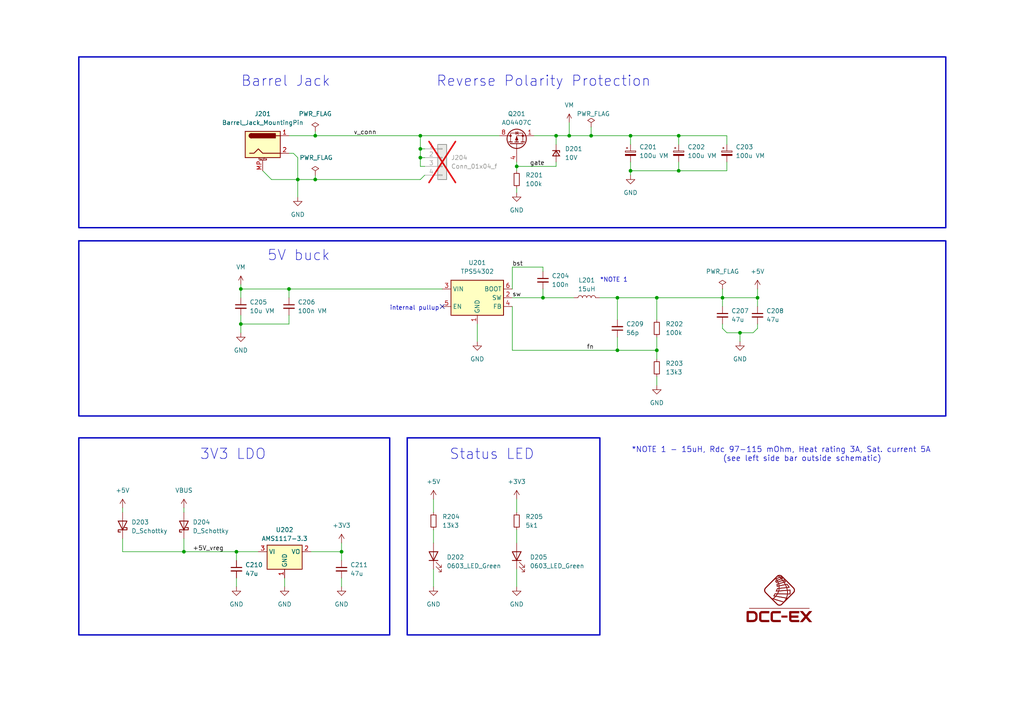
<source format=kicad_sch>
(kicad_sch
	(version 20250114)
	(generator "eeschema")
	(generator_version "9.0")
	(uuid "708e0efc-4af9-48da-bca6-58787f13d90c")
	(paper "A4")
	(title_block
		(title "EX-ESP32-CS")
		(date "2025-05-14")
		(rev "RevB")
		(company "dcc-ex.com")
		(comment 1 "Engineer: Fred Decker")
		(comment 2 "Lead Engineer: Erwin Peterlin")
		(comment 3 "CERN-OHL-W v2 or later")
		(comment 4 "Licensed under")
		(comment 5 "modified Keith Ruberson")
	)
	(lib_symbols
		(symbol "Connector:Barrel_Jack_MountingPin"
			(pin_names
				(hide yes)
			)
			(exclude_from_sim no)
			(in_bom yes)
			(on_board yes)
			(property "Reference" "J"
				(at 0 5.334 0)
				(effects
					(font
						(size 1.27 1.27)
					)
				)
			)
			(property "Value" "Barrel_Jack_MountingPin"
				(at 1.27 -6.35 0)
				(effects
					(font
						(size 1.27 1.27)
					)
					(justify left)
				)
			)
			(property "Footprint" ""
				(at 1.27 -1.016 0)
				(effects
					(font
						(size 1.27 1.27)
					)
					(hide yes)
				)
			)
			(property "Datasheet" "~"
				(at 1.27 -1.016 0)
				(effects
					(font
						(size 1.27 1.27)
					)
					(hide yes)
				)
			)
			(property "Description" "DC Barrel Jack with a mounting pin"
				(at 0 0 0)
				(effects
					(font
						(size 1.27 1.27)
					)
					(hide yes)
				)
			)
			(property "ki_keywords" "DC power barrel jack connector"
				(at 0 0 0)
				(effects
					(font
						(size 1.27 1.27)
					)
					(hide yes)
				)
			)
			(property "ki_fp_filters" "BarrelJack*"
				(at 0 0 0)
				(effects
					(font
						(size 1.27 1.27)
					)
					(hide yes)
				)
			)
			(symbol "Barrel_Jack_MountingPin_0_1"
				(rectangle
					(start -5.08 3.81)
					(end 5.08 -3.81)
					(stroke
						(width 0.254)
						(type default)
					)
					(fill
						(type background)
					)
				)
				(polyline
					(pts
						(xy -3.81 -2.54) (xy -2.54 -2.54) (xy -1.27 -1.27) (xy 0 -2.54) (xy 2.54 -2.54) (xy 5.08 -2.54)
					)
					(stroke
						(width 0.254)
						(type default)
					)
					(fill
						(type none)
					)
				)
				(arc
					(start -3.302 1.905)
					(mid -3.9343 2.54)
					(end -3.302 3.175)
					(stroke
						(width 0.254)
						(type default)
					)
					(fill
						(type none)
					)
				)
				(arc
					(start -3.302 1.905)
					(mid -3.9343 2.54)
					(end -3.302 3.175)
					(stroke
						(width 0.254)
						(type default)
					)
					(fill
						(type outline)
					)
				)
				(rectangle
					(start 3.683 3.175)
					(end -3.302 1.905)
					(stroke
						(width 0.254)
						(type default)
					)
					(fill
						(type outline)
					)
				)
				(polyline
					(pts
						(xy 5.08 2.54) (xy 3.81 2.54)
					)
					(stroke
						(width 0.254)
						(type default)
					)
					(fill
						(type none)
					)
				)
			)
			(symbol "Barrel_Jack_MountingPin_1_1"
				(polyline
					(pts
						(xy -1.016 -4.572) (xy 1.016 -4.572)
					)
					(stroke
						(width 0.1524)
						(type default)
					)
					(fill
						(type none)
					)
				)
				(text "Mounting"
					(at 0 -4.191 0)
					(effects
						(font
							(size 0.381 0.381)
						)
					)
				)
				(pin passive line
					(at 0 -7.62 90)
					(length 3.048)
					(name "MountPin"
						(effects
							(font
								(size 1.27 1.27)
							)
						)
					)
					(number "MP"
						(effects
							(font
								(size 1.27 1.27)
							)
						)
					)
				)
				(pin passive line
					(at 7.62 2.54 180)
					(length 2.54)
					(name "~"
						(effects
							(font
								(size 1.27 1.27)
							)
						)
					)
					(number "1"
						(effects
							(font
								(size 1.27 1.27)
							)
						)
					)
				)
				(pin passive line
					(at 7.62 -2.54 180)
					(length 2.54)
					(name "~"
						(effects
							(font
								(size 1.27 1.27)
							)
						)
					)
					(number "2"
						(effects
							(font
								(size 1.27 1.27)
							)
						)
					)
				)
			)
			(embedded_fonts no)
		)
		(symbol "Connector_Generic:Conn_01x04"
			(pin_names
				(offset 1.016)
				(hide yes)
			)
			(exclude_from_sim no)
			(in_bom yes)
			(on_board yes)
			(property "Reference" "J"
				(at 0 5.08 0)
				(effects
					(font
						(size 1.27 1.27)
					)
				)
			)
			(property "Value" "Conn_01x04"
				(at 0 -7.62 0)
				(effects
					(font
						(size 1.27 1.27)
					)
				)
			)
			(property "Footprint" ""
				(at 0 0 0)
				(effects
					(font
						(size 1.27 1.27)
					)
					(hide yes)
				)
			)
			(property "Datasheet" "~"
				(at 0 0 0)
				(effects
					(font
						(size 1.27 1.27)
					)
					(hide yes)
				)
			)
			(property "Description" "Generic connector, single row, 01x04, script generated (kicad-library-utils/schlib/autogen/connector/)"
				(at 0 0 0)
				(effects
					(font
						(size 1.27 1.27)
					)
					(hide yes)
				)
			)
			(property "ki_keywords" "connector"
				(at 0 0 0)
				(effects
					(font
						(size 1.27 1.27)
					)
					(hide yes)
				)
			)
			(property "ki_fp_filters" "Connector*:*_1x??_*"
				(at 0 0 0)
				(effects
					(font
						(size 1.27 1.27)
					)
					(hide yes)
				)
			)
			(symbol "Conn_01x04_1_1"
				(rectangle
					(start -1.27 3.81)
					(end 1.27 -6.35)
					(stroke
						(width 0.254)
						(type default)
					)
					(fill
						(type background)
					)
				)
				(rectangle
					(start -1.27 2.667)
					(end 0 2.413)
					(stroke
						(width 0.1524)
						(type default)
					)
					(fill
						(type none)
					)
				)
				(rectangle
					(start -1.27 0.127)
					(end 0 -0.127)
					(stroke
						(width 0.1524)
						(type default)
					)
					(fill
						(type none)
					)
				)
				(rectangle
					(start -1.27 -2.413)
					(end 0 -2.667)
					(stroke
						(width 0.1524)
						(type default)
					)
					(fill
						(type none)
					)
				)
				(rectangle
					(start -1.27 -4.953)
					(end 0 -5.207)
					(stroke
						(width 0.1524)
						(type default)
					)
					(fill
						(type none)
					)
				)
				(pin passive line
					(at -5.08 2.54 0)
					(length 3.81)
					(name "Pin_1"
						(effects
							(font
								(size 1.27 1.27)
							)
						)
					)
					(number "1"
						(effects
							(font
								(size 1.27 1.27)
							)
						)
					)
				)
				(pin passive line
					(at -5.08 0 0)
					(length 3.81)
					(name "Pin_2"
						(effects
							(font
								(size 1.27 1.27)
							)
						)
					)
					(number "2"
						(effects
							(font
								(size 1.27 1.27)
							)
						)
					)
				)
				(pin passive line
					(at -5.08 -2.54 0)
					(length 3.81)
					(name "Pin_3"
						(effects
							(font
								(size 1.27 1.27)
							)
						)
					)
					(number "3"
						(effects
							(font
								(size 1.27 1.27)
							)
						)
					)
				)
				(pin passive line
					(at -5.08 -5.08 0)
					(length 3.81)
					(name "Pin_4"
						(effects
							(font
								(size 1.27 1.27)
							)
						)
					)
					(number "4"
						(effects
							(font
								(size 1.27 1.27)
							)
						)
					)
				)
			)
			(embedded_fonts no)
		)
		(symbol "Device:C_Polarized_Small"
			(pin_numbers
				(hide yes)
			)
			(pin_names
				(offset 0.254)
				(hide yes)
			)
			(exclude_from_sim no)
			(in_bom yes)
			(on_board yes)
			(property "Reference" "C"
				(at 0.254 1.778 0)
				(effects
					(font
						(size 1.27 1.27)
					)
					(justify left)
				)
			)
			(property "Value" "C_Polarized_Small"
				(at 0.254 -2.032 0)
				(effects
					(font
						(size 1.27 1.27)
					)
					(justify left)
				)
			)
			(property "Footprint" ""
				(at 0 0 0)
				(effects
					(font
						(size 1.27 1.27)
					)
					(hide yes)
				)
			)
			(property "Datasheet" "~"
				(at 0 0 0)
				(effects
					(font
						(size 1.27 1.27)
					)
					(hide yes)
				)
			)
			(property "Description" "Polarized capacitor, small symbol"
				(at 0 0 0)
				(effects
					(font
						(size 1.27 1.27)
					)
					(hide yes)
				)
			)
			(property "ki_keywords" "cap capacitor"
				(at 0 0 0)
				(effects
					(font
						(size 1.27 1.27)
					)
					(hide yes)
				)
			)
			(property "ki_fp_filters" "CP_*"
				(at 0 0 0)
				(effects
					(font
						(size 1.27 1.27)
					)
					(hide yes)
				)
			)
			(symbol "C_Polarized_Small_0_1"
				(rectangle
					(start -1.524 0.6858)
					(end 1.524 0.3048)
					(stroke
						(width 0)
						(type default)
					)
					(fill
						(type none)
					)
				)
				(rectangle
					(start -1.524 -0.3048)
					(end 1.524 -0.6858)
					(stroke
						(width 0)
						(type default)
					)
					(fill
						(type outline)
					)
				)
				(polyline
					(pts
						(xy -1.27 1.524) (xy -0.762 1.524)
					)
					(stroke
						(width 0)
						(type default)
					)
					(fill
						(type none)
					)
				)
				(polyline
					(pts
						(xy -1.016 1.27) (xy -1.016 1.778)
					)
					(stroke
						(width 0)
						(type default)
					)
					(fill
						(type none)
					)
				)
			)
			(symbol "C_Polarized_Small_1_1"
				(pin passive line
					(at 0 2.54 270)
					(length 1.8542)
					(name "~"
						(effects
							(font
								(size 1.27 1.27)
							)
						)
					)
					(number "1"
						(effects
							(font
								(size 1.27 1.27)
							)
						)
					)
				)
				(pin passive line
					(at 0 -2.54 90)
					(length 1.8542)
					(name "~"
						(effects
							(font
								(size 1.27 1.27)
							)
						)
					)
					(number "2"
						(effects
							(font
								(size 1.27 1.27)
							)
						)
					)
				)
			)
			(embedded_fonts no)
		)
		(symbol "Device:C_Small"
			(pin_numbers
				(hide yes)
			)
			(pin_names
				(offset 0.254)
				(hide yes)
			)
			(exclude_from_sim no)
			(in_bom yes)
			(on_board yes)
			(property "Reference" "C"
				(at 0.254 1.778 0)
				(effects
					(font
						(size 1.27 1.27)
					)
					(justify left)
				)
			)
			(property "Value" "C_Small"
				(at 0.254 -2.032 0)
				(effects
					(font
						(size 1.27 1.27)
					)
					(justify left)
				)
			)
			(property "Footprint" ""
				(at 0 0 0)
				(effects
					(font
						(size 1.27 1.27)
					)
					(hide yes)
				)
			)
			(property "Datasheet" "~"
				(at 0 0 0)
				(effects
					(font
						(size 1.27 1.27)
					)
					(hide yes)
				)
			)
			(property "Description" "Unpolarized capacitor, small symbol"
				(at 0 0 0)
				(effects
					(font
						(size 1.27 1.27)
					)
					(hide yes)
				)
			)
			(property "ki_keywords" "capacitor cap"
				(at 0 0 0)
				(effects
					(font
						(size 1.27 1.27)
					)
					(hide yes)
				)
			)
			(property "ki_fp_filters" "C_*"
				(at 0 0 0)
				(effects
					(font
						(size 1.27 1.27)
					)
					(hide yes)
				)
			)
			(symbol "C_Small_0_1"
				(polyline
					(pts
						(xy -1.524 0.508) (xy 1.524 0.508)
					)
					(stroke
						(width 0.3048)
						(type default)
					)
					(fill
						(type none)
					)
				)
				(polyline
					(pts
						(xy -1.524 -0.508) (xy 1.524 -0.508)
					)
					(stroke
						(width 0.3302)
						(type default)
					)
					(fill
						(type none)
					)
				)
			)
			(symbol "C_Small_1_1"
				(pin passive line
					(at 0 2.54 270)
					(length 2.032)
					(name "~"
						(effects
							(font
								(size 1.27 1.27)
							)
						)
					)
					(number "1"
						(effects
							(font
								(size 1.27 1.27)
							)
						)
					)
				)
				(pin passive line
					(at 0 -2.54 90)
					(length 2.032)
					(name "~"
						(effects
							(font
								(size 1.27 1.27)
							)
						)
					)
					(number "2"
						(effects
							(font
								(size 1.27 1.27)
							)
						)
					)
				)
			)
			(embedded_fonts no)
		)
		(symbol "Device:D_Schottky"
			(pin_numbers
				(hide yes)
			)
			(pin_names
				(offset 1.016)
				(hide yes)
			)
			(exclude_from_sim no)
			(in_bom yes)
			(on_board yes)
			(property "Reference" "D"
				(at 0 2.54 0)
				(effects
					(font
						(size 1.27 1.27)
					)
				)
			)
			(property "Value" "D_Schottky"
				(at 0 -2.54 0)
				(effects
					(font
						(size 1.27 1.27)
					)
				)
			)
			(property "Footprint" ""
				(at 0 0 0)
				(effects
					(font
						(size 1.27 1.27)
					)
					(hide yes)
				)
			)
			(property "Datasheet" "~"
				(at 0 0 0)
				(effects
					(font
						(size 1.27 1.27)
					)
					(hide yes)
				)
			)
			(property "Description" "Schottky diode"
				(at 0 0 0)
				(effects
					(font
						(size 1.27 1.27)
					)
					(hide yes)
				)
			)
			(property "ki_keywords" "diode Schottky"
				(at 0 0 0)
				(effects
					(font
						(size 1.27 1.27)
					)
					(hide yes)
				)
			)
			(property "ki_fp_filters" "TO-???* *_Diode_* *SingleDiode* D_*"
				(at 0 0 0)
				(effects
					(font
						(size 1.27 1.27)
					)
					(hide yes)
				)
			)
			(symbol "D_Schottky_0_1"
				(polyline
					(pts
						(xy -1.905 0.635) (xy -1.905 1.27) (xy -1.27 1.27) (xy -1.27 -1.27) (xy -0.635 -1.27) (xy -0.635 -0.635)
					)
					(stroke
						(width 0.254)
						(type default)
					)
					(fill
						(type none)
					)
				)
				(polyline
					(pts
						(xy 1.27 1.27) (xy 1.27 -1.27) (xy -1.27 0) (xy 1.27 1.27)
					)
					(stroke
						(width 0.254)
						(type default)
					)
					(fill
						(type none)
					)
				)
				(polyline
					(pts
						(xy 1.27 0) (xy -1.27 0)
					)
					(stroke
						(width 0)
						(type default)
					)
					(fill
						(type none)
					)
				)
			)
			(symbol "D_Schottky_1_1"
				(pin passive line
					(at -3.81 0 0)
					(length 2.54)
					(name "K"
						(effects
							(font
								(size 1.27 1.27)
							)
						)
					)
					(number "1"
						(effects
							(font
								(size 1.27 1.27)
							)
						)
					)
				)
				(pin passive line
					(at 3.81 0 180)
					(length 2.54)
					(name "A"
						(effects
							(font
								(size 1.27 1.27)
							)
						)
					)
					(number "2"
						(effects
							(font
								(size 1.27 1.27)
							)
						)
					)
				)
			)
			(embedded_fonts no)
		)
		(symbol "Device:D_Zener_Small"
			(pin_numbers
				(hide yes)
			)
			(pin_names
				(offset 0.254)
				(hide yes)
			)
			(exclude_from_sim no)
			(in_bom yes)
			(on_board yes)
			(property "Reference" "D"
				(at 0 2.286 0)
				(effects
					(font
						(size 1.27 1.27)
					)
				)
			)
			(property "Value" "D_Zener_Small"
				(at 0 -2.286 0)
				(effects
					(font
						(size 1.27 1.27)
					)
				)
			)
			(property "Footprint" ""
				(at 0 0 90)
				(effects
					(font
						(size 1.27 1.27)
					)
					(hide yes)
				)
			)
			(property "Datasheet" "~"
				(at 0 0 90)
				(effects
					(font
						(size 1.27 1.27)
					)
					(hide yes)
				)
			)
			(property "Description" "Zener diode, small symbol"
				(at 0 0 0)
				(effects
					(font
						(size 1.27 1.27)
					)
					(hide yes)
				)
			)
			(property "ki_keywords" "diode"
				(at 0 0 0)
				(effects
					(font
						(size 1.27 1.27)
					)
					(hide yes)
				)
			)
			(property "ki_fp_filters" "TO-???* *_Diode_* *SingleDiode* D_*"
				(at 0 0 0)
				(effects
					(font
						(size 1.27 1.27)
					)
					(hide yes)
				)
			)
			(symbol "D_Zener_Small_0_1"
				(polyline
					(pts
						(xy -0.254 1.016) (xy -0.762 1.016) (xy -0.762 -1.016)
					)
					(stroke
						(width 0.254)
						(type default)
					)
					(fill
						(type none)
					)
				)
				(polyline
					(pts
						(xy 0.762 1.016) (xy -0.762 0) (xy 0.762 -1.016) (xy 0.762 1.016)
					)
					(stroke
						(width 0.254)
						(type default)
					)
					(fill
						(type none)
					)
				)
				(polyline
					(pts
						(xy 0.762 0) (xy -0.762 0)
					)
					(stroke
						(width 0)
						(type default)
					)
					(fill
						(type none)
					)
				)
			)
			(symbol "D_Zener_Small_1_1"
				(pin passive line
					(at -2.54 0 0)
					(length 1.778)
					(name "K"
						(effects
							(font
								(size 1.27 1.27)
							)
						)
					)
					(number "1"
						(effects
							(font
								(size 1.27 1.27)
							)
						)
					)
				)
				(pin passive line
					(at 2.54 0 180)
					(length 1.778)
					(name "A"
						(effects
							(font
								(size 1.27 1.27)
							)
						)
					)
					(number "2"
						(effects
							(font
								(size 1.27 1.27)
							)
						)
					)
				)
			)
			(embedded_fonts no)
		)
		(symbol "Device:L"
			(pin_numbers
				(hide yes)
			)
			(pin_names
				(offset 1.016)
				(hide yes)
			)
			(exclude_from_sim no)
			(in_bom yes)
			(on_board yes)
			(property "Reference" "L"
				(at -1.27 0 90)
				(effects
					(font
						(size 1.27 1.27)
					)
				)
			)
			(property "Value" "L"
				(at 1.905 0 90)
				(effects
					(font
						(size 1.27 1.27)
					)
				)
			)
			(property "Footprint" ""
				(at 0 0 0)
				(effects
					(font
						(size 1.27 1.27)
					)
					(hide yes)
				)
			)
			(property "Datasheet" "~"
				(at 0 0 0)
				(effects
					(font
						(size 1.27 1.27)
					)
					(hide yes)
				)
			)
			(property "Description" "Inductor"
				(at 0 0 0)
				(effects
					(font
						(size 1.27 1.27)
					)
					(hide yes)
				)
			)
			(property "ki_keywords" "inductor choke coil reactor magnetic"
				(at 0 0 0)
				(effects
					(font
						(size 1.27 1.27)
					)
					(hide yes)
				)
			)
			(property "ki_fp_filters" "Choke_* *Coil* Inductor_* L_*"
				(at 0 0 0)
				(effects
					(font
						(size 1.27 1.27)
					)
					(hide yes)
				)
			)
			(symbol "L_0_1"
				(arc
					(start 0 2.54)
					(mid 0.6323 1.905)
					(end 0 1.27)
					(stroke
						(width 0)
						(type default)
					)
					(fill
						(type none)
					)
				)
				(arc
					(start 0 1.27)
					(mid 0.6323 0.635)
					(end 0 0)
					(stroke
						(width 0)
						(type default)
					)
					(fill
						(type none)
					)
				)
				(arc
					(start 0 0)
					(mid 0.6323 -0.635)
					(end 0 -1.27)
					(stroke
						(width 0)
						(type default)
					)
					(fill
						(type none)
					)
				)
				(arc
					(start 0 -1.27)
					(mid 0.6323 -1.905)
					(end 0 -2.54)
					(stroke
						(width 0)
						(type default)
					)
					(fill
						(type none)
					)
				)
			)
			(symbol "L_1_1"
				(pin passive line
					(at 0 3.81 270)
					(length 1.27)
					(name "1"
						(effects
							(font
								(size 1.27 1.27)
							)
						)
					)
					(number "1"
						(effects
							(font
								(size 1.27 1.27)
							)
						)
					)
				)
				(pin passive line
					(at 0 -3.81 90)
					(length 1.27)
					(name "2"
						(effects
							(font
								(size 1.27 1.27)
							)
						)
					)
					(number "2"
						(effects
							(font
								(size 1.27 1.27)
							)
						)
					)
				)
			)
			(embedded_fonts no)
		)
		(symbol "Device:LED"
			(pin_numbers
				(hide yes)
			)
			(pin_names
				(offset 1.016)
				(hide yes)
			)
			(exclude_from_sim no)
			(in_bom yes)
			(on_board yes)
			(property "Reference" "D"
				(at 0 2.54 0)
				(effects
					(font
						(size 1.27 1.27)
					)
				)
			)
			(property "Value" "LED"
				(at 0 -2.54 0)
				(effects
					(font
						(size 1.27 1.27)
					)
				)
			)
			(property "Footprint" ""
				(at 0 0 0)
				(effects
					(font
						(size 1.27 1.27)
					)
					(hide yes)
				)
			)
			(property "Datasheet" "~"
				(at 0 0 0)
				(effects
					(font
						(size 1.27 1.27)
					)
					(hide yes)
				)
			)
			(property "Description" "Light emitting diode"
				(at 0 0 0)
				(effects
					(font
						(size 1.27 1.27)
					)
					(hide yes)
				)
			)
			(property "ki_keywords" "LED diode"
				(at 0 0 0)
				(effects
					(font
						(size 1.27 1.27)
					)
					(hide yes)
				)
			)
			(property "ki_fp_filters" "LED* LED_SMD:* LED_THT:*"
				(at 0 0 0)
				(effects
					(font
						(size 1.27 1.27)
					)
					(hide yes)
				)
			)
			(symbol "LED_0_1"
				(polyline
					(pts
						(xy -3.048 -0.762) (xy -4.572 -2.286) (xy -3.81 -2.286) (xy -4.572 -2.286) (xy -4.572 -1.524)
					)
					(stroke
						(width 0)
						(type default)
					)
					(fill
						(type none)
					)
				)
				(polyline
					(pts
						(xy -1.778 -0.762) (xy -3.302 -2.286) (xy -2.54 -2.286) (xy -3.302 -2.286) (xy -3.302 -1.524)
					)
					(stroke
						(width 0)
						(type default)
					)
					(fill
						(type none)
					)
				)
				(polyline
					(pts
						(xy -1.27 0) (xy 1.27 0)
					)
					(stroke
						(width 0)
						(type default)
					)
					(fill
						(type none)
					)
				)
				(polyline
					(pts
						(xy -1.27 -1.27) (xy -1.27 1.27)
					)
					(stroke
						(width 0.254)
						(type default)
					)
					(fill
						(type none)
					)
				)
				(polyline
					(pts
						(xy 1.27 -1.27) (xy 1.27 1.27) (xy -1.27 0) (xy 1.27 -1.27)
					)
					(stroke
						(width 0.254)
						(type default)
					)
					(fill
						(type none)
					)
				)
			)
			(symbol "LED_1_1"
				(pin passive line
					(at -3.81 0 0)
					(length 2.54)
					(name "K"
						(effects
							(font
								(size 1.27 1.27)
							)
						)
					)
					(number "1"
						(effects
							(font
								(size 1.27 1.27)
							)
						)
					)
				)
				(pin passive line
					(at 3.81 0 180)
					(length 2.54)
					(name "A"
						(effects
							(font
								(size 1.27 1.27)
							)
						)
					)
					(number "2"
						(effects
							(font
								(size 1.27 1.27)
							)
						)
					)
				)
			)
			(embedded_fonts no)
		)
		(symbol "Device:R_Small"
			(pin_numbers
				(hide yes)
			)
			(pin_names
				(offset 0.254)
				(hide yes)
			)
			(exclude_from_sim no)
			(in_bom yes)
			(on_board yes)
			(property "Reference" "R"
				(at 0.762 0.508 0)
				(effects
					(font
						(size 1.27 1.27)
					)
					(justify left)
				)
			)
			(property "Value" "R_Small"
				(at 0.762 -1.016 0)
				(effects
					(font
						(size 1.27 1.27)
					)
					(justify left)
				)
			)
			(property "Footprint" ""
				(at 0 0 0)
				(effects
					(font
						(size 1.27 1.27)
					)
					(hide yes)
				)
			)
			(property "Datasheet" "~"
				(at 0 0 0)
				(effects
					(font
						(size 1.27 1.27)
					)
					(hide yes)
				)
			)
			(property "Description" "Resistor, small symbol"
				(at 0 0 0)
				(effects
					(font
						(size 1.27 1.27)
					)
					(hide yes)
				)
			)
			(property "ki_keywords" "R resistor"
				(at 0 0 0)
				(effects
					(font
						(size 1.27 1.27)
					)
					(hide yes)
				)
			)
			(property "ki_fp_filters" "R_*"
				(at 0 0 0)
				(effects
					(font
						(size 1.27 1.27)
					)
					(hide yes)
				)
			)
			(symbol "R_Small_0_1"
				(rectangle
					(start -0.762 1.778)
					(end 0.762 -1.778)
					(stroke
						(width 0.2032)
						(type default)
					)
					(fill
						(type none)
					)
				)
			)
			(symbol "R_Small_1_1"
				(pin passive line
					(at 0 2.54 270)
					(length 0.762)
					(name "~"
						(effects
							(font
								(size 1.27 1.27)
							)
						)
					)
					(number "1"
						(effects
							(font
								(size 1.27 1.27)
							)
						)
					)
				)
				(pin passive line
					(at 0 -2.54 90)
					(length 0.762)
					(name "~"
						(effects
							(font
								(size 1.27 1.27)
							)
						)
					)
					(number "2"
						(effects
							(font
								(size 1.27 1.27)
							)
						)
					)
				)
			)
			(embedded_fonts no)
		)
		(symbol "Regulator_Linear:AMS1117-3.3"
			(exclude_from_sim no)
			(in_bom yes)
			(on_board yes)
			(property "Reference" "U"
				(at -3.81 3.175 0)
				(effects
					(font
						(size 1.27 1.27)
					)
				)
			)
			(property "Value" "AMS1117-3.3"
				(at 0 3.175 0)
				(effects
					(font
						(size 1.27 1.27)
					)
					(justify left)
				)
			)
			(property "Footprint" "Package_TO_SOT_SMD:SOT-223-3_TabPin2"
				(at 0 5.08 0)
				(effects
					(font
						(size 1.27 1.27)
					)
					(hide yes)
				)
			)
			(property "Datasheet" "http://www.advanced-monolithic.com/pdf/ds1117.pdf"
				(at 2.54 -6.35 0)
				(effects
					(font
						(size 1.27 1.27)
					)
					(hide yes)
				)
			)
			(property "Description" "1A Low Dropout regulator, positive, 3.3V fixed output, SOT-223"
				(at 0 0 0)
				(effects
					(font
						(size 1.27 1.27)
					)
					(hide yes)
				)
			)
			(property "ki_keywords" "linear regulator ldo fixed positive"
				(at 0 0 0)
				(effects
					(font
						(size 1.27 1.27)
					)
					(hide yes)
				)
			)
			(property "ki_fp_filters" "SOT?223*TabPin2*"
				(at 0 0 0)
				(effects
					(font
						(size 1.27 1.27)
					)
					(hide yes)
				)
			)
			(symbol "AMS1117-3.3_0_1"
				(rectangle
					(start -5.08 -5.08)
					(end 5.08 1.905)
					(stroke
						(width 0.254)
						(type default)
					)
					(fill
						(type background)
					)
				)
			)
			(symbol "AMS1117-3.3_1_1"
				(pin power_in line
					(at -7.62 0 0)
					(length 2.54)
					(name "VI"
						(effects
							(font
								(size 1.27 1.27)
							)
						)
					)
					(number "3"
						(effects
							(font
								(size 1.27 1.27)
							)
						)
					)
				)
				(pin power_in line
					(at 0 -7.62 90)
					(length 2.54)
					(name "GND"
						(effects
							(font
								(size 1.27 1.27)
							)
						)
					)
					(number "1"
						(effects
							(font
								(size 1.27 1.27)
							)
						)
					)
				)
				(pin power_out line
					(at 7.62 0 180)
					(length 2.54)
					(name "VO"
						(effects
							(font
								(size 1.27 1.27)
							)
						)
					)
					(number "2"
						(effects
							(font
								(size 1.27 1.27)
							)
						)
					)
				)
			)
			(embedded_fonts no)
		)
		(symbol "Regulator_Switching:TPS54302"
			(exclude_from_sim no)
			(in_bom yes)
			(on_board yes)
			(property "Reference" "U"
				(at -7.62 6.35 0)
				(effects
					(font
						(size 1.27 1.27)
					)
					(justify left)
				)
			)
			(property "Value" "TPS54302"
				(at 0 6.35 0)
				(effects
					(font
						(size 1.27 1.27)
					)
					(justify left)
				)
			)
			(property "Footprint" "Package_TO_SOT_SMD:SOT-23-6"
				(at 1.27 -8.89 0)
				(effects
					(font
						(size 1.27 1.27)
					)
					(justify left)
					(hide yes)
				)
			)
			(property "Datasheet" "http://www.ti.com/lit/ds/symlink/tps54302.pdf"
				(at -7.62 8.89 0)
				(effects
					(font
						(size 1.27 1.27)
					)
					(hide yes)
				)
			)
			(property "Description" "3A, 4.5 to 28V Input, EMI Friendly integrated switch synchronous step-down regulator, pulse-skipping, SOT-23-6"
				(at 0 0 0)
				(effects
					(font
						(size 1.27 1.27)
					)
					(hide yes)
				)
			)
			(property "ki_keywords" "switching buck converter power-supply voltage regulator emi spread spectrum"
				(at 0 0 0)
				(effects
					(font
						(size 1.27 1.27)
					)
					(hide yes)
				)
			)
			(property "ki_fp_filters" "SOT?23*"
				(at 0 0 0)
				(effects
					(font
						(size 1.27 1.27)
					)
					(hide yes)
				)
			)
			(symbol "TPS54302_0_1"
				(rectangle
					(start -7.62 5.08)
					(end 7.62 -5.08)
					(stroke
						(width 0.254)
						(type default)
					)
					(fill
						(type background)
					)
				)
			)
			(symbol "TPS54302_1_1"
				(pin power_in line
					(at -10.16 2.54 0)
					(length 2.54)
					(name "VIN"
						(effects
							(font
								(size 1.27 1.27)
							)
						)
					)
					(number "3"
						(effects
							(font
								(size 1.27 1.27)
							)
						)
					)
				)
				(pin input line
					(at -10.16 -2.54 0)
					(length 2.54)
					(name "EN"
						(effects
							(font
								(size 1.27 1.27)
							)
						)
					)
					(number "5"
						(effects
							(font
								(size 1.27 1.27)
							)
						)
					)
				)
				(pin power_in line
					(at 0 -7.62 90)
					(length 2.54)
					(name "GND"
						(effects
							(font
								(size 1.27 1.27)
							)
						)
					)
					(number "1"
						(effects
							(font
								(size 1.27 1.27)
							)
						)
					)
				)
				(pin passive line
					(at 10.16 2.54 180)
					(length 2.54)
					(name "BOOT"
						(effects
							(font
								(size 1.27 1.27)
							)
						)
					)
					(number "6"
						(effects
							(font
								(size 1.27 1.27)
							)
						)
					)
				)
				(pin power_out line
					(at 10.16 0 180)
					(length 2.54)
					(name "SW"
						(effects
							(font
								(size 1.27 1.27)
							)
						)
					)
					(number "2"
						(effects
							(font
								(size 1.27 1.27)
							)
						)
					)
				)
				(pin input line
					(at 10.16 -2.54 180)
					(length 2.54)
					(name "FB"
						(effects
							(font
								(size 1.27 1.27)
							)
						)
					)
					(number "4"
						(effects
							(font
								(size 1.27 1.27)
							)
						)
					)
				)
			)
			(embedded_fonts no)
		)
		(symbol "Transistor_FET:IRF7404"
			(pin_names
				(hide yes)
			)
			(exclude_from_sim no)
			(in_bom yes)
			(on_board yes)
			(property "Reference" "Q"
				(at 5.08 1.905 0)
				(effects
					(font
						(size 1.27 1.27)
					)
					(justify left)
				)
			)
			(property "Value" "IRF7404"
				(at 5.08 0 0)
				(effects
					(font
						(size 1.27 1.27)
					)
					(justify left)
				)
			)
			(property "Footprint" "Package_SO:SOIC-8_3.9x4.9mm_P1.27mm"
				(at 5.08 -1.905 0)
				(effects
					(font
						(size 1.27 1.27)
						(italic yes)
					)
					(justify left)
					(hide yes)
				)
			)
			(property "Datasheet" "http://www.infineon.com/dgdl/irf7404.pdf?fileId=5546d462533600a4015355fa2b5b1b9e"
				(at 0 0 90)
				(effects
					(font
						(size 1.27 1.27)
					)
					(justify left)
					(hide yes)
				)
			)
			(property "Description" "-6.7A Id, -20V Vds, P-Channel HEXFET Power MOSFET, SO-8"
				(at 0 0 0)
				(effects
					(font
						(size 1.27 1.27)
					)
					(hide yes)
				)
			)
			(property "ki_keywords" "P-Channel MOSFET"
				(at 0 0 0)
				(effects
					(font
						(size 1.27 1.27)
					)
					(hide yes)
				)
			)
			(property "ki_fp_filters" "SOIC*3.9x4.9mm*P1.27mm*"
				(at 0 0 0)
				(effects
					(font
						(size 1.27 1.27)
					)
					(hide yes)
				)
			)
			(symbol "IRF7404_0_1"
				(polyline
					(pts
						(xy 0.254 1.905) (xy 0.254 -1.905)
					)
					(stroke
						(width 0.254)
						(type default)
					)
					(fill
						(type none)
					)
				)
				(polyline
					(pts
						(xy 0.254 0) (xy -2.54 0)
					)
					(stroke
						(width 0)
						(type default)
					)
					(fill
						(type none)
					)
				)
				(polyline
					(pts
						(xy 0.762 2.286) (xy 0.762 1.27)
					)
					(stroke
						(width 0.254)
						(type default)
					)
					(fill
						(type none)
					)
				)
				(polyline
					(pts
						(xy 0.762 1.778) (xy 3.302 1.778) (xy 3.302 -1.778) (xy 0.762 -1.778)
					)
					(stroke
						(width 0)
						(type default)
					)
					(fill
						(type none)
					)
				)
				(polyline
					(pts
						(xy 0.762 0.508) (xy 0.762 -0.508)
					)
					(stroke
						(width 0.254)
						(type default)
					)
					(fill
						(type none)
					)
				)
				(polyline
					(pts
						(xy 0.762 -1.27) (xy 0.762 -2.286)
					)
					(stroke
						(width 0.254)
						(type default)
					)
					(fill
						(type none)
					)
				)
				(circle
					(center 1.651 0)
					(radius 2.794)
					(stroke
						(width 0.254)
						(type default)
					)
					(fill
						(type none)
					)
				)
				(polyline
					(pts
						(xy 2.286 0) (xy 1.27 0.381) (xy 1.27 -0.381) (xy 2.286 0)
					)
					(stroke
						(width 0)
						(type default)
					)
					(fill
						(type outline)
					)
				)
				(polyline
					(pts
						(xy 2.54 2.54) (xy 2.54 1.778)
					)
					(stroke
						(width 0)
						(type default)
					)
					(fill
						(type none)
					)
				)
				(circle
					(center 2.54 1.778)
					(radius 0.254)
					(stroke
						(width 0)
						(type default)
					)
					(fill
						(type outline)
					)
				)
				(circle
					(center 2.54 -1.778)
					(radius 0.254)
					(stroke
						(width 0)
						(type default)
					)
					(fill
						(type outline)
					)
				)
				(polyline
					(pts
						(xy 2.54 -2.54) (xy 2.54 0) (xy 0.762 0)
					)
					(stroke
						(width 0)
						(type default)
					)
					(fill
						(type none)
					)
				)
				(polyline
					(pts
						(xy 2.794 -0.508) (xy 2.921 -0.381) (xy 3.683 -0.381) (xy 3.81 -0.254)
					)
					(stroke
						(width 0)
						(type default)
					)
					(fill
						(type none)
					)
				)
				(polyline
					(pts
						(xy 3.302 -0.381) (xy 2.921 0.254) (xy 3.683 0.254) (xy 3.302 -0.381)
					)
					(stroke
						(width 0)
						(type default)
					)
					(fill
						(type none)
					)
				)
			)
			(symbol "IRF7404_1_1"
				(pin passive line
					(at -5.08 0 0)
					(length 2.54)
					(name "G"
						(effects
							(font
								(size 1.27 1.27)
							)
						)
					)
					(number "4"
						(effects
							(font
								(size 1.27 1.27)
							)
						)
					)
				)
				(pin passive line
					(at 2.54 5.08 270)
					(length 2.54)
					(hide yes)
					(name "D"
						(effects
							(font
								(size 1.27 1.27)
							)
						)
					)
					(number "5"
						(effects
							(font
								(size 1.27 1.27)
							)
						)
					)
				)
				(pin passive line
					(at 2.54 5.08 270)
					(length 2.54)
					(hide yes)
					(name "D"
						(effects
							(font
								(size 1.27 1.27)
							)
						)
					)
					(number "6"
						(effects
							(font
								(size 1.27 1.27)
							)
						)
					)
				)
				(pin passive line
					(at 2.54 5.08 270)
					(length 2.54)
					(hide yes)
					(name "D"
						(effects
							(font
								(size 1.27 1.27)
							)
						)
					)
					(number "7"
						(effects
							(font
								(size 1.27 1.27)
							)
						)
					)
				)
				(pin passive line
					(at 2.54 5.08 270)
					(length 2.54)
					(name "D"
						(effects
							(font
								(size 1.27 1.27)
							)
						)
					)
					(number "8"
						(effects
							(font
								(size 1.27 1.27)
							)
						)
					)
				)
				(pin passive line
					(at 2.54 -5.08 90)
					(length 2.54)
					(name "S"
						(effects
							(font
								(size 1.27 1.27)
							)
						)
					)
					(number "1"
						(effects
							(font
								(size 1.27 1.27)
							)
						)
					)
				)
				(pin passive line
					(at 2.54 -5.08 90)
					(length 2.54)
					(hide yes)
					(name "S"
						(effects
							(font
								(size 1.27 1.27)
							)
						)
					)
					(number "2"
						(effects
							(font
								(size 1.27 1.27)
							)
						)
					)
				)
				(pin passive line
					(at 2.54 -5.08 90)
					(length 2.54)
					(hide yes)
					(name "S"
						(effects
							(font
								(size 1.27 1.27)
							)
						)
					)
					(number "3"
						(effects
							(font
								(size 1.27 1.27)
							)
						)
					)
				)
			)
			(embedded_fonts no)
		)
		(symbol "_my:DCC-EX"
			(pin_names
				(offset 1.016)
			)
			(exclude_from_sim no)
			(in_bom yes)
			(on_board yes)
			(property "Reference" "#G"
				(at 0 11.8664 0)
				(effects
					(font
						(size 1.27 1.27)
					)
					(hide yes)
				)
			)
			(property "Value" "LOGO"
				(at 0 -11.8664 0)
				(effects
					(font
						(size 1.27 1.27)
					)
					(hide yes)
				)
			)
			(property "Footprint" ""
				(at 0 0 0)
				(effects
					(font
						(size 1.27 1.27)
					)
					(hide yes)
				)
			)
			(property "Datasheet" ""
				(at 0 0 0)
				(effects
					(font
						(size 1.27 1.27)
					)
					(hide yes)
				)
			)
			(property "Description" "logo"
				(at 0 0 0)
				(effects
					(font
						(size 1.27 1.27)
					)
					(hide yes)
				)
			)
			(symbol "DCC-EX_0_0"
				(polyline
					(pts
						(xy -8.2463 -5.7821) (xy -8.099 -5.7812) (xy -7.9572 -5.7796) (xy -7.8241 -5.7775) (xy -7.7028 -5.7747)
						(xy -7.5964 -5.7712) (xy -7.508 -5.7672) (xy -7.4407 -5.7624) (xy -7.3975 -5.7571) (xy -7.2458 -5.7188)
						(xy -7.0709 -5.6487) (xy -6.9102 -5.555) (xy -6.766 -5.4396) (xy -6.6407 -5.3043) (xy -6.5366 -5.1511)
						(xy -6.456 -4.9818) (xy -6.4437 -4.9496) (xy -6.4208 -4.8865) (xy -6.4027 -4.8287) (xy -6.3886 -4.7717)
						(xy -6.3782 -4.7113) (xy -6.3708 -4.6431) (xy -6.366 -4.5629) (xy -6.3632 -4.4663) (xy -6.362 -4.3489)
						(xy -6.3617 -4.2064) (xy -6.3617 -4.1094) (xy -6.3621 -3.9995) (xy -6.3632 -3.9119) (xy -6.365 -3.8426)
						(xy -6.3679 -3.7874) (xy -6.372 -3.7424) (xy -6.3777 -3.7034) (xy -6.3852 -3.6664) (xy -6.3946 -3.6272)
						(xy -6.4159 -3.5513) (xy -6.4873 -3.3672) (xy -6.5816 -3.2002) (xy -6.6977 -3.0517) (xy -6.8344 -2.923)
						(xy -6.9906 -2.8156) (xy -7.165 -2.7307) (xy -7.2083 -2.7136) (xy -7.2483 -2.6986) (xy -7.2869 -2.6858)
						(xy -7.3265 -2.6752) (xy -7.3698 -2.6663) (xy -7.4194 -2.6592) (xy -7.4777 -2.6535) (xy -7.5475 -2.649)
						(xy -7.6312 -2.6456) (xy -7.7314 -2.643) (xy -7.8507 -2.641) (xy -7.9918 -2.6394) (xy -8.1571 -2.6381)
						(xy -8.3492 -2.6368) (xy -8.5535 -2.6357) (xy -8.7405 -2.6352) (xy -8.8994 -2.6354) (xy -9.0308 -2.6362)
						(xy -9.1352 -2.6378) (xy -9.2134 -2.6401) (xy -9.266 -2.6432) (xy -9.2935 -2.6469) (xy -9.3514 -2.6704)
						(xy -9.4206 -2.7235) (xy -9.4723 -2.7957) (xy -9.4731 -2.7972) (xy -9.4779 -2.8076) (xy -9.4821 -2.8198)
						(xy -9.4858 -2.8357) (xy -9.4889 -2.857) (xy -9.4916 -2.8856) (xy -9.4939 -2.9233) (xy -9.4957 -2.9721)
						(xy -9.4973 -3.0337) (xy -9.4984 -3.1099) (xy -9.4993 -3.2027) (xy -9.5 -3.3138) (xy -9.5004 -3.4452)
						(xy -9.5007 -3.5986) (xy -9.5008 -3.7759) (xy -9.5008 -3.9789) (xy -9.5008 -4.2095) (xy -9.5007 -4.3776)
						(xy -9.5006 -4.5887) (xy -9.5004 -4.7735) (xy -9.5001 -4.934) (xy -9.4996 -5.0719) (xy -9.4989 -5.189)
						(xy -9.4986 -5.2239) (xy -8.9275 -5.2239) (xy -8.9275 -4.2151) (xy -8.9275 -3.2063) (xy -8.262 -3.2065)
						(xy -8.192 -3.2066) (xy -8.0325 -3.207) (xy -7.8989 -3.2079) (xy -7.7886 -3.2094) (xy -7.6991 -3.2115)
						(xy -7.6279 -3.2143) (xy -7.5724 -3.2179) (xy -7.5301 -3.2222) (xy -7.4985 -3.2275) (xy -7.4743 -3.233)
						(xy -7.335 -3.2804) (xy -7.2142 -3.3506) (xy -7.1126 -3.443) (xy -7.0309 -3.5568) (xy -6.9697 -3.6916)
						(xy -6.9615 -3.7162) (xy -6.9529 -3.7478) (xy -6.9462 -3.7823) (xy -6.9412 -3.8244) (xy -6.9376 -3.8783)
						(xy -6.9348 -3.9484) (xy -6.9326 -4.0391) (xy -6.9306 -4.1549) (xy -6.9299 -4.2028) (xy -6.9289 -4.318)
						(xy -6.9292 -4.4098) (xy -6.9311 -4.4826) (xy -6.9347 -4.5409) (xy -6.9403 -4.5891) (xy -6.9478 -4.6315)
						(xy -6.9681 -4.7109) (xy -7.0231 -4.8473) (xy -7.0992 -4.9635) (xy -7.196 -5.059) (xy -7.3133 -5.1334)
						(xy -7.4505 -5.1863) (xy -7.473 -5.1919) (xy -7.5017 -5.197) (xy -7.5379 -5.2012) (xy -7.5845 -5.2048)
						(xy -7.644 -5.2078) (xy -7.7193 -5.2103) (xy -7.8131 -5.2124) (xy -7.928 -5.2142) (xy -8.067 -5.2159)
						(xy -8.2326 -5.2175) (xy -8.9275 -5.2239) (xy -9.4986 -5.2239) (xy -9.498 -5.2873) (xy -9.4968 -5.3685)
						(xy -9.4953 -5.4345) (xy -9.4935 -5.4871) (xy -9.4913 -5.5283) (xy -9.4887 -5.5597) (xy -9.4856 -5.5834)
						(xy -9.4821 -5.601) (xy -9.478 -5.6145) (xy -9.4734 -5.6256) (xy -9.4466 -5.6742) (xy -9.406 -5.7179)
						(xy -9.3467 -5.7556) (xy -9.3428 -5.7571) (xy -9.3106 -5.7623) (xy -9.2529 -5.767) (xy -9.1728 -5.771)
						(xy -9.0734 -5.7745) (xy -8.9578 -5.7773) (xy -8.8292 -5.7795) (xy -8.6907 -5.7811) (xy -8.5453 -5.782)
						(xy -8.3961 -5.7824) (xy -8.2463 -5.7821)
					)
					(stroke
						(width 0.01)
						(type default)
					)
					(fill
						(type outline)
					)
				)
				(polyline
					(pts
						(xy -2.9856 -5.5013) (xy -2.9856 -5.2225) (xy -4.0483 -5.2181) (xy -4.1256 -5.2178) (xy -4.3178 -5.217)
						(xy -4.4833 -5.2162) (xy -4.6245 -5.2153) (xy -4.7432 -5.2144) (xy -4.8417 -5.2132) (xy -4.922 -5.2118)
						(xy -4.9863 -5.2101) (xy -5.0366 -5.208) (xy -5.075 -5.2054) (xy -5.1036 -5.2024) (xy -5.1246 -5.1988)
						(xy -5.14 -5.1946) (xy -5.1519 -5.1896) (xy -5.1624 -5.1839) (xy -5.164 -5.183) (xy -5.1847 -5.171)
						(xy -5.2024 -5.1592) (xy -5.2173 -5.1455) (xy -5.2297 -5.1274) (xy -5.2397 -5.1028) (xy -5.2476 -5.0693)
						(xy -5.2537 -5.0247) (xy -5.2582 -4.9667) (xy -5.2614 -4.8929) (xy -5.2634 -4.8012) (xy -5.2646 -4.6892)
						(xy -5.2651 -4.5546) (xy -5.2653 -4.3951) (xy -5.2653 -4.2086) (xy -5.2653 -4.1734) (xy -5.2653 -3.9908)
						(xy -5.2651 -3.8349) (xy -5.2645 -3.7035) (xy -5.2632 -3.5944) (xy -5.2609 -3.5054) (xy -5.2574 -3.4341)
						(xy -5.2525 -3.3783) (xy -5.2458 -3.3359) (xy -5.2372 -3.3044) (xy -5.2264 -3.2818) (xy -5.2132 -3.2657)
						(xy -5.1972 -3.2539) (xy -5.1783 -3.2441) (xy -5.1561 -3.2341) (xy -5.1462 -3.23) (xy -5.1318 -3.2253)
						(xy -5.1134 -3.2213) (xy -5.0888 -3.218) (xy -5.056 -3.2151) (xy -5.0129 -3.2128) (xy -4.9573 -3.211)
						(xy -4.8871 -3.2096) (xy -4.8002 -3.2085) (xy -4.6945 -3.2077) (xy -4.5678 -3.2072) (xy -4.418 -3.2069)
						(xy -4.2431 -3.2067) (xy -4.0409 -3.2066) (xy -2.9856 -3.2063) (xy -2.9856 -2.9195) (xy -2.9856 -2.6327)
						(xy -4.0409 -2.6328) (xy -4.2168 -2.6329) (xy -4.4156 -2.6335) (xy -4.5954 -2.6345) (xy -4.7547 -2.6359)
						(xy -4.892 -2.6377) (xy -5.0059 -2.6398) (xy -5.0948 -2.6422) (xy -5.1572 -2.645) (xy -5.1918 -2.648)
						(xy -5.2799 -2.6677) (xy -5.4119 -2.7208) (xy -5.5318 -2.7987) (xy -5.6371 -2.8992) (xy -5.7251 -3.0202)
						(xy -5.7933 -3.1595) (xy -5.8316 -3.2577) (xy -5.8359 -4.172) (xy -5.836 -4.2023) (xy -5.8368 -4.3956)
						(xy -5.8373 -4.5622) (xy -5.8373 -4.7046) (xy -5.8365 -4.8253) (xy -5.835 -4.9265) (xy -5.8324 -5.0108)
						(xy -5.8286 -5.0806) (xy -5.8235 -5.1383) (xy -5.8168 -5.1862) (xy -5.8086 -5.2269) (xy -5.7984 -5.2628)
						(xy -5.7863 -5.2962) (xy -5.7721 -5.3296) (xy -5.7555 -5.3655) (xy -5.7502 -5.3763) (xy -5.6859 -5.4754)
						(xy -5.5983 -5.5672) (xy -5.493 -5.6475) (xy -5.3752 -5.7121) (xy -5.2506 -5.7568) (xy -5.231 -5.7609)
						(xy -5.2037 -5.7645) (xy -5.1668 -5.7676) (xy -5.1184 -5.7702) (xy -5.0565 -5.7725) (xy -4.979 -5.7743)
						(xy -4.8841 -5.7757) (xy -4.7697 -5.7769) (xy -4.6339 -5.7778) (xy -4.4746 -5.7784) (xy -4.2898 -5.7788)
						(xy -4.0777 -5.7791) (xy -2.9856 -5.7801) (xy -2.9856 -5.5013)
					)
					(stroke
						(width 0.01)
						(type default)
					)
					(fill
						(type outline)
					)
				)
				(polyline
					(pts
						(xy -1.3283 1.6691) (xy -1.3043 1.6788) (xy -1.2825 1.6958) (xy -1.2578 1.7205) (xy -1.2349 1.746)
						(xy -1.2149 1.7747) (xy -1.2117 1.7904) (xy -1.2171 1.7933) (xy -1.2467 1.8021) (xy -1.2948 1.8128)
						(xy -1.3542 1.8237) (xy -1.4857 1.8458) (xy -1.3422 2.0935) (xy -1.1987 2.3413) (xy -0.9942 2.3362)
						(xy -0.7898 2.3312) (xy -0.7462 2.4018) (xy -0.7282 2.4321) (xy -0.712 2.4632) (xy -0.7079 2.4772)
						(xy -0.7084 2.4774) (xy -0.7277 2.4795) (xy -0.7712 2.4823) (xy -0.8344 2.4855) (xy -0.9126 2.489)
						(xy -1.0015 2.4924) (xy -1.2897 2.5029) (xy -1.5136 2.1177) (xy -1.536 2.0791) (xy -1.5898 1.9859)
						(xy -1.6375 1.9024) (xy -1.6775 1.8317) (xy -1.7078 1.7771) (xy -1.7269 1.7415) (xy -1.7328 1.7283)
						(xy -1.7186 1.7245) (xy -1.6809 1.7168) (xy -1.6257 1.7065) (xy -1.559 1.6946) (xy -1.5526 1.6935)
						(xy -1.4668 1.6788) (xy -1.4043 1.6695) (xy -1.3599 1.6661) (xy -1.3283 1.6691)
					)
					(stroke
						(width 0.01)
						(type default)
					)
					(fill
						(type outline)
					)
				)
				(polyline
					(pts
						(xy -0.9817 3.0801) (xy -0.961 3.0826) (xy -0.9123 3.087) (xy -0.8447 3.0925) (xy -0.7642 3.0985)
						(xy -0.6766 3.1045) (xy -0.6049 3.1094) (xy -0.5293 3.1151) (xy -0.4682 3.1202) (xy -0.4267 3.1243)
						(xy -0.4095 3.1271) (xy -0.4073 3.1292) (xy -0.3955 3.1511) (xy -0.3815 3.1871) (xy -0.3687 3.227)
						(xy -0.3604 3.2604) (xy -0.36 3.277) (xy -0.3626 3.2778) (xy -0.3877 3.2788) (xy -0.4349 3.2778)
						(xy -0.4986 3.2751) (xy -0.5733 3.2709) (xy -0.6008 3.2692) (xy -0.6711 3.2655) (xy -0.7276 3.2635)
						(xy -0.7652 3.2633) (xy -0.7787 3.2651) (xy -0.7783 3.2664) (xy -0.7693 3.2871) (xy -0.7501 3.3294)
						(xy -0.7225 3.3891) (xy -0.6884 3.4621) (xy -0.6498 3.5445) (xy -0.5217 3.8166) (xy -0.3848 3.8336)
						(xy -0.3512 3.8379) (xy -0.2972 3.8455) (xy -0.2591 3.8518) (xy -0.2435 3.8557) (xy -0.2412 3.8639)
						(xy -0.2367 3.8946) (xy -0.2319 3.9392) (xy -0.2247 4.0177) (xy -0.2705 4.01) (xy -0.2909 4.007)
						(xy -0.3397 4.0006) (xy -0.4034 3.9928) (xy -0.4734 3.9847) (xy -0.6306 3.967) (xy -0.8301 3.5351)
						(xy -0.8588 3.4727) (xy -0.9049 3.372) (xy -0.9459 3.2816) (xy -0.9803 3.2047) (xy -1.0067 3.1446)
						(xy -1.0236 3.1046) (xy -1.0295 3.0879) (xy -1.0295 3.0874) (xy -1.0157 3.0788) (xy -0.9817 3.0801)
					)
					(stroke
						(width 0.01)
						(type default)
					)
					(fill
						(type outline)
					)
				)
				(polyline
					(pts
						(xy -0.9174 5.6066) (xy -0.8829 5.6165) (xy -0.8322 5.6315) (xy -0.7719 5.6496) (xy -0.7083 5.6688)
						(xy -0.648 5.6873) (xy -0.5974 5.703) (xy -0.5628 5.7141) (xy -0.5557 5.7215) (xy -0.558 5.7456)
						(xy -0.5748 5.7902) (xy -0.5863 5.8166) (xy -0.6012 5.8496) (xy -0.6085 5.8641) (xy -0.6107 5.8642)
						(xy -0.6332 5.8593) (xy -0.6747 5.8479) (xy -0.7284 5.8319) (xy -0.7472 5.8261) (xy -0.7975 5.8114)
						(xy -0.8332 5.8018) (xy -0.8476 5.7992) (xy -0.8527 5.8091) (xy -0.8678 5.841) (xy -0.8901 5.8895)
						(xy -0.9173 5.9489) (xy -0.9432 6.0081) (xy -0.9632 6.0606) (xy -0.9706 6.0925) (xy -0.9662 6.1067)
						(xy -0.9467 6.1158) (xy -0.907 6.1311) (xy -0.857 6.1487) (xy -0.7653 6.1794) (xy -0.7939 6.2335)
						(xy -0.7996 6.2442) (xy -0.8204 6.2816) (xy -0.835 6.3059) (xy -0.8382 6.309) (xy -0.8555 6.3115)
						(xy -0.8884 6.305) (xy -0.9408 6.2888) (xy -1.0164 6.2618) (xy -1.0195 6.2606) (xy -1.0843 6.2355)
						(xy -1.1378 6.2128) (xy -1.1745 6.195) (xy -1.1889 6.1845) (xy -1.1886 6.1818) (xy -1.1803 6.157)
						(xy -1.1621 6.1109) (xy -1.1356 6.0477) (xy -1.1026 5.9716) (xy -1.0648 5.8867) (xy -1.0518 5.8579)
						(xy -1.0147 5.7768) (xy -0.982 5.7069) (xy -0.9556 5.6521) (xy -0.9375 5.6164) (xy -0.9293 5.6036)
						(xy -0.9174 5.6066)
					)
					(stroke
						(width 0.01)
						(type default)
					)
					(fill
						(type outline)
					)
				)
				(polyline
					(pts
						(xy -0.7328 6.7675) (xy -0.7022 6.7788) (xy -0.6513 6.7986) (xy -0.5846 6.8251) (xy -0.5062 6.8566)
						(xy -0.4206 6.8912) (xy -0.332 6.9273) (xy -0.2448 6.963) (xy -0.1632 6.9967) (xy -0.0916 7.0265)
						(xy -0.0343 7.0507) (xy 0.0043 7.0675) (xy 0.0201 7.0752) (xy 0.0201 7.0858) (xy 0.0047 7.1125)
						(xy -0.024 7.147) (xy -0.0809 7.2075) (xy -0.4523 7.0567) (xy -0.4581 7.0544) (xy -0.5552 7.0145)
						(xy -0.6425 6.9779) (xy -0.7165 6.946) (xy -0.7737 6.9204) (xy -0.8106 6.9026) (xy -0.8236 6.8942)
						(xy -0.8217 6.8876) (xy -0.8077 6.8608) (xy -0.7849 6.824) (xy -0.7719 6.8049) (xy -0.7508 6.7766)
						(xy -0.7396 6.7655) (xy -0.7328 6.7675)
					)
					(stroke
						(width 0.01)
						(type default)
					)
					(fill
						(type outline)
					)
				)
				(polyline
					(pts
						(xy -0.7047 4.4775) (xy -0.6804 4.4822) (xy -0.6359 4.4913) (xy -0.5772 4.5036) (xy -0.5105 4.5177)
						(xy -0.4417 4.5323) (xy -0.3769 4.5463) (xy -0.322 4.5583) (xy -0.2831 4.567) (xy -0.2629 4.5756)
						(xy -0.2526 4.5961) (xy -0.2503 4.6368) (xy -0.2504 4.655) (xy -0.2536 4.6941) (xy -0.2648 4.7163)
						(xy -0.289 4.7241) (xy -0.3315 4.7199) (xy -0.3974 4.706) (xy -0.42 4.7009) (xy -0.4756 4.689)
						(xy -0.518 4.6806) (xy -0.5395 4.6774) (xy -0.5419 4.6774) (xy -0.5524 4.6818) (xy -0.5604 4.696)
						(xy -0.5667 4.7238) (xy -0.5719 4.7692) (xy -0.5767 4.8362) (xy -0.5816 4.9287) (xy -0.5916 5.129)
						(xy -0.4869 5.1546) (xy -0.4806 5.1562) (xy -0.4296 5.1703) (xy -0.3916 5.1833) (xy -0.3745 5.1926)
						(xy -0.3737 5.1943) (xy -0.3731 5.2183) (xy -0.3798 5.2552) (xy -0.3909 5.2947) (xy -0.4037 5.3261)
						(xy -0.415 5.3389) (xy -0.4323 5.3358) (xy -0.4716 5.326) (xy -0.5247 5.3113) (xy -0.5848 5.2938)
						(xy -0.6446 5.2757) (xy -0.6972 5.259) (xy -0.7356 5.2458) (xy -0.7526 5.2383) (xy -0.753 5.2366)
						(xy -0.7533 5.2131) (xy -0.7519 5.1666) (xy -0.7491 5.1016) (xy -0.7452 5.023) (xy -0.7404 4.9356)
						(xy -0.7351 4.8441) (xy -0.7295 4.7533) (xy -0.724 4.668) (xy -0.7187 4.593) (xy -0.714 4.533)
						(xy -0.7102 4.4927) (xy -0.7075 4.4771) (xy -0.7047 4.4775)
					)
					(stroke
						(width 0.01)
						(type default)
					)
					(fill
						(type outline)
					)
				)
				(polyline
					(pts
						(xy -0.4472 6.2987) (xy -0.4108 6.3114) (xy -0.3544 6.3314) (xy -0.2819 6.3573) (xy -0.1973 6.3878)
						(xy -0.1045 6.4212) (xy -0.0076 6.4563) (xy 0.0894 6.4915) (xy 0.1827 6.5254) (xy 0.2681 6.5566)
						(xy 0.3418 6.5837) (xy 0.3998 6.6051) (xy 0.438 6.6195) (xy 0.4525 6.6254) (xy 0.4484 6.6335)
						(xy 0.4293 6.6582) (xy 0.3995 6.693) (xy 0.3425 6.7572) (xy -0.0972 6.5979) (xy -0.1564 6.5764)
						(xy -0.2592 6.539) (xy -0.351 6.5054) (xy -0.4285 6.477) (xy -0.4883 6.4548) (xy -0.5271 6.4401)
						(xy -0.5416 6.4343) (xy -0.5418 6.4301) (xy -0.5336 6.4072) (xy -0.5176 6.3735) (xy -0.4986 6.3389)
						(xy -0.4817 6.3132) (xy -0.474 6.3047) (xy -0.4595 6.2948) (xy -0.4472 6.2987)
					)
					(stroke
						(width 0.01)
						(type default)
					)
					(fill
						(type outline)
					)
				)
				(polyline
					(pts
						(xy -0.1787 5.8325) (xy -0.1492 5.8414) (xy -0.0678 5.8662) (xy 0.0259 5.8952) (xy 0.1284 5.927)
						(xy 0.2358 5.9606) (xy 0.3445 5.9948) (xy 0.4509 6.0284) (xy 0.5512 6.0603) (xy 0.6418 6.0893)
						(xy 0.7191 6.1142) (xy 0.7793 6.1339) (xy 0.8187 6.1472) (xy 0.8337 6.153) (xy 0.8345 6.1589)
						(xy 0.8233 6.1818) (xy 0.8005 6.2132) (xy 0.7726 6.2452) (xy 0.7461 6.2701) (xy 0.7275 6.2801)
						(xy 0.7217 6.2789) (xy 0.6915 6.2706) (xy 0.6391 6.2553) (xy 0.5685 6.2343) (xy 0.4836 6.2087)
						(xy 0.3881 6.1798) (xy 0.2861 6.1488) (xy 0.1812 6.1167) (xy 0.0775 6.0848) (xy -0.0213 6.0543)
						(xy -0.1112 6.0264) (xy -0.1885 6.0022) (xy -0.2492 5.983) (xy -0.2894 5.9698) (xy -0.3053 5.964)
						(xy -0.3042 5.9563) (xy -0.2945 5.928) (xy -0.2781 5.8866) (xy -0.2471 5.8119) (xy -0.1787 5.8325)
					)
					(stroke
						(width 0.01)
						(type default)
					)
					(fill
						(type outline)
					)
				)
				(polyline
					(pts
						(xy -0.0516 5.2801) (xy -0.0318 5.2851) (xy 0.0122 5.297) (xy 0.0768 5.315) (xy 0.1585 5.338)
						(xy 0.2538 5.365) (xy 0.3593 5.395) (xy 0.4715 5.427) (xy 0.5867 5.46) (xy 0.7017 5.493) (xy 0.8128 5.525)
						(xy 0.9166 5.555) (xy 1.0095 5.582) (xy 1.0881 5.605) (xy 1.1489 5.623) (xy 1.1884 5.635) (xy 1.2031 5.6399)
						(xy 1.2026 5.6487) (xy 1.1905 5.6749) (xy 1.1702 5.7089) (xy 1.1472 5.7415) (xy 1.1272 5.7637)
						(xy 1.127 5.7638) (xy 1.1143 5.7658) (xy 1.0868 5.7625) (xy 1.0428 5.7536) (xy 0.9802 5.7384)
						(xy 0.8971 5.7166) (xy 0.7917 5.6876) (xy 0.6619 5.651) (xy 0.506 5.6062) (xy 0.363 5.5648) (xy 0.2421 5.5297)
						(xy 0.1446 5.5009) (xy 0.068 5.4777) (xy 0.0098 5.4591) (xy -0.0326 5.4443) (xy -0.0616 5.4325)
						(xy -0.0796 5.4226) (xy -0.0892 5.414) (xy -0.0929 5.4056) (xy -0.0932 5.3967) (xy -0.0878 5.3638)
						(xy -0.0751 5.3205) (xy -0.0621 5.2921) (xy -0.0523 5.28) (xy -0.0516 5.2801)
					)
					(stroke
						(width 0.01)
						(type default)
					)
					(fill
						(type outline)
					)
				)
				(polyline
					(pts
						(xy 0.0404 3.1535) (xy 0.0421 3.1537) (xy 0.0767 3.1565) (xy 0.1376 3.1612) (xy 0.2218 3.1675)
						(xy 0.3266 3.1753) (xy 0.4491 3.1842) (xy 0.5864 3.1942) (xy 0.7358 3.205) (xy 0.8942 3.2164)
						(xy 1.0589 3.2282) (xy 1.0745 3.2293) (xy 1.2385 3.2411) (xy 1.3958 3.2524) (xy 1.5435 3.2631)
						(xy 1.6789 3.273) (xy 1.799 3.2819) (xy 1.9011 3.2895) (xy 1.9823 3.2956) (xy 2.0398 3.3001) (xy 2.0708 3.3028)
						(xy 2.1634 3.3117) (xy 2.1537 3.3803) (xy 2.1502 3.4017) (xy 2.142 3.4394) (xy 2.1346 3.4588)
						(xy 2.1298 3.4592) (xy 2.0999 3.4584) (xy 2.045 3.4558) (xy 1.968 3.4515) (xy 1.8718 3.4457) (xy 1.7591 3.4387)
						(xy 1.6328 3.4306) (xy 1.4958 3.4216) (xy 1.3509 3.4119) (xy 1.2009 3.4018) (xy 1.0488 3.3913)
						(xy 0.8973 3.3808) (xy 0.7493 3.3703) (xy 0.6077 3.3602) (xy 0.4752 3.3505) (xy 0.3548 3.3415)
						(xy 0.2493 3.3334) (xy 0.1616 3.3263) (xy 0.0944 3.3206) (xy 0.0507 3.3162) (xy 0.0113 3.311)
						(xy -0.0151 3.3014) (xy -0.0295 3.281) (xy -0.0413 3.2421) (xy -0.0462 3.2229) (xy -0.0553 3.1834)
						(xy -0.0588 3.1604) (xy -0.0521 3.1536) (xy -0.0196 3.1501) (xy 0.0404 3.1535)
					)
					(stroke
						(width 0.01)
						(type default)
					)
					(fill
						(type outline)
					)
				)
				(polyline
					(pts
						(xy 0.084 4.6478) (xy 0.1145 4.6531) (xy 0.1686 4.6637) (xy 0.2432 4.6788) (xy 0.3349 4.6977)
						(xy 0.4404 4.7198) (xy 0.5566 4.7443) (xy 0.68 4.7706) (xy 0.8075 4.7978) (xy 0.9357 4.8254) (xy 1.0613 4.8526)
						(xy 1.1812 4.8786) (xy 1.2919 4.9029) (xy 1.3902 4.9247) (xy 1.4729 4.9433) (xy 1.5366 4.958)
						(xy 1.5781 4.968) (xy 1.5941 4.9727) (xy 1.5959 4.9827) (xy 1.5871 5.0124) (xy 1.567 5.0523) (xy 1.5636 5.058)
						(xy 1.538 5.096) (xy 1.5172 5.1127) (xy 1.4951 5.1132) (xy 1.4944 5.113) (xy 1.4713 5.1079) (xy 1.4227 5.0974)
						(xy 1.3514 5.0821) (xy 1.2604 5.0626) (xy 1.1526 5.0395) (xy 1.0309 5.0135) (xy 0.8982 4.9851)
						(xy 0.7574 4.9551) (xy 0.7384 4.9511) (xy 0.5998 4.9215) (xy 0.4705 4.8938) (xy 0.3534 4.8686)
						(xy 0.2513 4.8466) (xy 0.1668 4.8282) (xy 0.1027 4.8142) (xy 0.0619 4.805) (xy 0.0471 4.8014)
						(xy 0.0461 4.7947) (xy 0.0478 4.7659) (xy 0.0526 4.7229) (xy 0.0576 4.6947) (xy 0.068 4.6607)
						(xy 0.0791 4.6473) (xy 0.084 4.6478)
					)
					(stroke
						(width 0.01)
						(type default)
					)
					(fill
						(type outline)
					)
				)
				(polyline
					(pts
						(xy 0.1318 3.8988) (xy 0.182 3.9037) (xy 0.2543 3.9114) (xy 0.3458 3.9215) (xy 0.4534 3.9337)
						(xy 0.5741 3.9475) (xy 0.7049 3.9627) (xy 0.8428 3.9788) (xy 0.9847 3.9956) (xy 1.1275 4.0126)
						(xy 1.2684 4.0295) (xy 1.4042 4.046) (xy 1.532 4.0616) (xy 1.6486 4.076) (xy 1.7512 4.0889) (xy 1.8366 4.0999)
						(xy 1.9019 4.1086) (xy 1.944 4.1147) (xy 1.9599 4.1178) (xy 1.9622 4.126) (xy 1.9586 4.1559) (xy 1.9468 4.198)
						(xy 1.9227 4.2689) (xy 1.8401 4.261) (xy 1.8318 4.2602) (xy 1.7933 4.2559) (xy 1.7315 4.2488)
						(xy 1.6494 4.2393) (xy 1.5503 4.2277) (xy 1.4371 4.2144) (xy 1.3129 4.1998) (xy 1.1809 4.1842)
						(xy 1.0441 4.168) (xy 0.9057 4.1516) (xy 0.7687 4.1352) (xy 0.6361 4.1194) (xy 0.5112 4.1045)
						(xy 0.3969 4.0907) (xy 0.2964 4.0786) (xy 0.2128 4.0685) (xy 0.1491 4.0606) (xy 0.1084 4.0555)
						(xy 0.0939 4.0535) (xy 0.0925 4.0468) (xy 0.0882 4.0181) (xy 0.0824 3.9747) (xy 0.0781 3.9373)
						(xy 0.0783 3.9103) (xy 0.0869 3.8993) (xy 0.1061 3.8971) (xy 0.1068 3.897) (xy 0.1318 3.8988)
					)
					(stroke
						(width 0.01)
						(type default)
					)
					(fill
						(type outline)
					)
				)
				(polyline
					(pts
						(xy 0.1431 -1.0051) (xy 0.3128 -0.9742) (xy 0.4761 -0.9166) (xy 0.6289 -0.8332) (xy 0.6319 -0.8311)
						(xy 0.6542 -0.8135) (xy 0.6884 -0.7835) (xy 0.7351 -0.7405) (xy 0.795 -0.684) (xy 0.8687 -0.6133)
						(xy 0.9569 -0.5277) (xy 1.0601 -0.4268) (xy 1.1789 -0.3098) (xy 1.3141 -0.1762) (xy 1.4662 -0.0253)
						(xy 1.6358 0.1435) (xy 1.8236 0.3307) (xy 2.0302 0.5371) (xy 2.2562 0.7631) (xy 2.5022 1.0095)
						(xy 2.655 1.1627) (xy 2.8697 1.3779) (xy 3.0652 1.5739) (xy 3.2422 1.7517) (xy 3.4018 1.9122)
						(xy 3.5449 2.0563) (xy 3.6724 2.185) (xy 3.7853 2.2992) (xy 3.8844 2.4) (xy 3.9706 2.4881) (xy 4.045 2.5647)
						(xy 4.1084 2.6306) (xy 4.1618 2.6868) (xy 4.206 2.7342) (xy 4.242 2.7738) (xy 4.2708 2.8065) (xy 4.2932 2.8333)
						(xy 4.3102 2.8551) (xy 4.3227 2.8729) (xy 4.3316 2.8876) (xy 4.3385 2.9004) (xy 4.4102 3.0649)
						(xy 4.4539 3.2348) (xy 4.4699 3.4072) (xy 4.4582 3.5792) (xy 4.4191 3.748) (xy 4.3528 3.9107)
						(xy 4.2593 4.0643) (xy 4.2424 4.0839) (xy 4.2056 4.1233) (xy 4.1503 4.1812) (xy 4.0774 4.2564)
						(xy 3.9882 4.3477) (xy 3.8837 4.4542) (xy 3.7652 4.5745) (xy 3.6338 4.7076) (xy 3.4905 4.8522)
						(xy 3.3366 5.0073) (xy 3.1731 5.1717) (xy 3.0012 5.3443) (xy 2.822 5.5239) (xy 2.6367 5.7094)
						(xy 2.4463 5.8996) (xy 2.2309 6.1147) (xy 2.0214 6.3238) (xy 1.8308 6.514) (xy 1.6581 6.6862)
						(xy 1.5021 6.8414) (xy 1.362 6.9805) (xy 1.2367 7.1044) (xy 1.1251 7.2141) (xy 1.0262 7.3106)
						(xy 0.939 7.3947) (xy 0.8625 7.4674) (xy 0.7957 7.5296) (xy 0.7376 7.5824) (xy 0.687 7.6265) (xy 0.643 7.663)
						(xy 0.6046 7.6929) (xy 0.5707 7.717) (xy 0.5404 7.7362) (xy 0.5126 7.7516) (xy 0.4862 7.7641)
						(xy 0.4603 7.7746) (xy 0.4338 7.784) (xy 0.4057 7.7933) (xy 0.375 7.8035) (xy 0.3096 7.8219) (xy 0.1876 7.8429)
						(xy 0.0565 7.8524) (xy -0.0722 7.8497) (xy -0.1872 7.8341) (xy -0.1968 7.832) (xy -0.3039 7.7995)
						(xy -0.4186 7.7513) (xy -0.5295 7.6927) (xy -0.6251 7.6291) (xy -0.6423 7.6139) (xy -0.1369 7.6139)
						(xy -0.132 7.6197) (xy -0.1216 7.6228) (xy -0.0898 7.6243) (xy -0.0634 7.6162) (xy -0.0506 7.6101)
						(xy -0.0166 7.6175) (xy 0.0062 7.6265) (xy 0.07 7.6345) (xy 0.1508 7.6283) (xy 0.2432 7.609) (xy 0.3418 7.5776)
						(xy 0.4412 7.5349) (xy 0.4507 7.5302) (xy 0.4655 7.5222) (xy 0.4813 7.5126) (xy 0.4991 7.5004)
						(xy 0.52 7.4846) (xy 0.5448 7.4643) (xy 0.5746 7.4385) (xy 0.6103 7.4063) (xy 0.653 7.3668) (xy 0.7037 7.3188)
						(xy 0.7633 7.2616) (xy 0.8328 7.1941) (xy 0.9133 7.1154) (xy 1.0056 7.0245) (xy 1.1108 6.9205)
						(xy 1.23 6.8024) (xy 1.3639 6.6693) (xy 1.5138 6.5202) (xy 1.6805 6.3541) (xy 1.8651 6.17) (xy 2.0684 5.9671)
						(xy 2.2916 5.7444) (xy 2.4476 5.5887) (xy 2.6747 5.3618) (xy 2.882 5.1544) (xy 3.0703 4.9657)
						(xy 3.2403 4.7951) (xy 3.3926 4.6418) (xy 3.5281 4.505) (xy 3.6473 4.3841) (xy 3.7511 4.2783)
						(xy 3.8401 4.1869) (xy 3.9151 4.1091) (xy 3.9768 4.0444) (xy 4.0258 3.9918) (xy 4.0629 3.9507)
						(xy 4.0888 3.9204) (xy 4.1042 3.9001) (xy 4.12 3.8761) (xy 4.1777 3.7717) (xy 4.2157 3.6666) (xy 4.2366 3.5521)
						(xy 4.2429 3.4195) (xy 4.2417 3.3557) (xy 4.2341 3.2643) (xy 4.217 3.1834) (xy 4.1875 3.1016)
						(xy 4.1431 3.0077) (xy 4.133 2.9901) (xy 4.1173 2.9674) (xy 4.0954 2.9393) (xy 4.0658 2.9045)
						(xy 4.0272 2.8614) (xy 3.9783 2.8088) (xy 3.9178 2.7452) (xy 3.8444 2.6692) (xy 3.7567 2.5794)
						(xy 3.6534 2.4746) (xy 3.5332 2.3531) (xy 3.3947 2.2138) (xy 3.2367 2.0551) (xy 2.3753 1.1907)
						(xy 2.2933 1.2) (xy 2.2114 1.2092) (xy 2.1867 1.1446) (xy 2.1838 1.1372) (xy 2.1682 1.0936) (xy 2.1641 1.0702)
						(xy 2.1717 1.0607) (xy 2.1914 1.0589) (xy 2.2085 1.0568) (xy 2.2208 1.0477) (xy 2.2182 1.043)
						(xy 2.199 1.0202) (xy 2.1643 0.9826) (xy 2.1176 0.9341) (xy 2.0627 0.8786) (xy 1.9046 0.7209)
						(xy 2.0076 0.9319) (xy 2.0138 0.9447) (xy 2.1563 1.2707) (xy 2.2701 1.6017) (xy 2.3559 1.9398)
						(xy 2.4143 2.287) (xy 2.4164 2.3047) (xy 2.4242 2.4005) (xy 2.4294 2.5172) (xy 2.4319 2.6477)
						(xy 2.4319 2.7852) (xy 2.4293 2.9228) (xy 2.4243 3.0535) (xy 2.4169 3.1704) (xy 2.4071 3.2666)
						(xy 2.4028 3.2988) (xy 2.3401 3.6526) (xy 2.2499 4.0096) (xy 2.1332 4.3664) (xy 1.9911 4.7199)
						(xy 1.8247 5.0668) (xy 1.7705 5.1689) (xy 1.5647 5.5265) (xy 1.3359 5.8798) (xy 1.0827 6.2303)
						(xy 0.804 6.5797) (xy 0.4985 6.9297) (xy 0.1651 7.2818) (xy 0.1365 7.311) (xy 0.0516 7.3976) (xy -0.015 7.4661)
						(xy -0.065 7.5187) (xy -0.1004 7.5576) (xy -0.123 7.585) (xy -0.1345 7.603) (xy -0.1369 7.6139)
						(xy -0.6423 7.6139) (xy -0.6434 7.6129) (xy -0.6819 7.5765) (xy -0.7389 7.5215) (xy -0.8132 7.4491)
						(xy -0.9038 7.3602) (xy -1.0094 7.2561) (xy -1.129 7.1379) (xy -1.2614 7.0068) (xy -1.4053 6.8638)
						(xy -1.5598 6.7102) (xy -1.7236 6.547) (xy -1.8956 6.3754) (xy -2.0746 6.1965) (xy -2.2595 6.0115)
						(xy -2.4491 5.8215) (xy -2.6183 5.6519) (xy -2.8427 5.4266) (xy -3.0474 5.2209) (xy -3.2332 5.0339)
						(xy -3.4006 4.865) (xy -3.5505 4.7135) (xy -3.6834 4.5787) (xy -3.8001 4.4598) (xy -3.9014 4.3561)
						(xy -3.9877 4.2669) (xy -4.06 4.1916) (xy -4.1189 4.1294) (xy -4.165 4.0795) (xy -4.1991 4.0414)
						(xy -4.2218 4.0142) (xy -4.2339 3.9972) (xy -4.2357 3.9941) (xy -4.3166 3.8275) (xy -4.3693 3.6571)
						(xy -4.394 3.4849) (xy -4.3921 3.3896) (xy -4.1737 3.3896) (xy -4.1657 3.5434) (xy -4.1287 3.6947)
						(xy -4.0627 3.8421) (xy -4.0577 3.8507) (xy -4.0453 3.8693) (xy -4.0279 3.8922) (xy -4.0047 3.9204)
						(xy -3.9745 3.955) (xy -3.9363 3.9972) (xy -3.889 4.0479) (xy -3.8315 4.1084) (xy -3.7628 4.1797)
						(xy -3.6818 4.263) (xy -3.5874 4.3592) (xy -3.4786 4.4697) (xy -3.3543 4.5953) (xy -3.2134 4.7373)
						(xy -3.0549 4.8968) (xy -2.8776 5.0748) (xy -2.6806 5.2725) (xy -2.6656 5.2876) (xy -2.4734 5.4804)
						(xy -2.3007 5.6535) (xy -2.1465 5.8078) (xy -2.0099 5.9444) (xy -1.8896 6.0644) (xy -1.7847 6.1687)
						(xy -1.694 6.2584) (xy -1.6166 6.3345) (xy -1.5513 6.3981) (xy -1.4971 6.4501) (xy -1.4529 6.4916)
						(xy -1.4177 6.5236) (xy -1.3903 6.5472) (xy -1.3699 6.5633) (xy -1.3552 6.5731) (xy -1.3452 6.5775)
						(xy -1.3388 6.5776) (xy -1.335 6.5744) (xy -1.3204 6.556) (xy -1.3022 6.5449) (xy -1.3005 6.545)
						(xy -1.2768 6.5514) (xy -1.2365 6.5656) (xy -1.187 6.5845) (xy -1.1356 6.6052) (xy -1.0898 6.6248)
						(xy -1.0569 6.6403) (xy -1.0443 6.6486) (xy -1.0472 6.6556) (xy -1.0633 6.6811) (xy -1.0886 6.717)
						(xy -1.1165 6.7513) (xy -1.1412 6.7689) (xy -1.1658 6.7694) (xy -1.1757 6.7673) (xy -1.1849 6.7694)
						(xy -1.1763 6.7838) (xy -1.1483 6.8146) (xy -1.0979 6.8678) (xy -1.0349 6.7738) (xy -0.9402 6.6287)
						(xy -0.7502 6.3083) (xy -0.5847 5.9865) (xy -0.4446 5.665) (xy -0.3305 5.3457) (xy -0.2433 5.0305)
						(xy -0.1837 4.7211) (xy -0.1653 4.5694) (xy -0.1503 4.3108) (xy -0.1536 4.0453) (xy -0.175 3.7829)
						(xy -0.2142 3.5333) (xy -0.2854 3.2476) (xy -0.3867 2.9565) (xy -0.516 2.668) (xy -0.6728 2.3833)
						(xy -0.8562 2.1033) (xy -1.0657 1.8291) (xy -1.3005 1.5617) (xy -1.56 1.3022) (xy -1.8434 1.0516)
						(xy -1.8625 1.0358) (xy -1.9195 0.9895) (xy -1.9681 0.9515) (xy -2.0034 0.9255) (xy -2.021 0.9149)
						(xy -2.0339 0.916) (xy -2.0577 0.9323) (xy -2.0592 0.9342) (xy -2.0646 0.9509) (xy -2.0531 0.9718)
						(xy -2.0214 1.0036) (xy -1.9671 1.0533) (xy -2.0798 1.0861) (xy -2.0942 1.0902) (xy -2.1463 1.1035)
						(xy -2.1855 1.1112) (xy -2.2041 1.1117) (xy -2.2128 1.118) (xy -2.241 1.1436) (xy -2.2871 1.1873)
						(xy -2.3497 1.2477) (xy -2.4272 1.3232) (xy -2.5181 1.4124) (xy -2.6209 1.5138) (xy -2.7341 1.626)
						(xy -2.8561 1.7474) (xy -2.9856 1.8765) (xy -3.1209 2.012) (xy -3.1851 2.0764) (xy -3.3357 2.2274)
						(xy -3.4674 2.3597) (xy -3.5815 2.4746) (xy -3.6794 2.5737) (xy -3.7626 2.6583) (xy -3.8323 2.73)
						(xy -3.8899 2.7901) (xy -3.9368 2.8401) (xy -3.9743 2.8815) (xy -4.0039 2.9158) (xy -4.0268 2.9442)
						(xy -4.0445 2.9684) (xy -4.0583 2.9898) (xy -4.0696 3.0097) (xy -4.0797 3.0298) (xy -4.1027 3.0806)
						(xy -4.1527 3.2349) (xy -4.1737 3.3896) (xy -4.3921 3.3896) (xy -4.3906 3.3133) (xy -4.3592 3.1444)
						(xy -4.2999 2.9806) (xy -4.2127 2.8239) (xy -4.2126 2.8237) (xy -4.195 2.8015) (xy -4.1615 2.7638)
						(xy -4.1116 2.7101) (xy -4.0449 2.6401) (xy -3.9611 2.5533) (xy -3.8598 2.4494) (xy -3.7406 2.328)
						(xy -3.603 2.1887) (xy -3.4468 2.031) (xy -3.2716 1.8547) (xy -3.0769 1.6593) (xy -2.8624 1.4444)
						(xy -2.6277 1.2097) (xy -2.3724 0.9548) (xy -2.3601 0.9424) (xy -2.2043 0.7869) (xy -1.9133 0.7869)
						(xy -1.858 0.831) (xy -1.733 0.9342) (xy -1.5711 1.077) (xy -1.4076 1.2302) (xy -1.2494 1.3873)
						(xy -1.103 1.542) (xy -0.975 1.6877) (xy -0.7674 1.9512) (xy -0.5767 2.2296) (xy -0.4136 2.5112)
						(xy -0.2773 2.7977) (xy -0.1668 3.0912) (xy -0.0813 3.3934) (xy -0.0198 3.7063) (xy -0.0177 3.7206)
						(xy -0.0075 3.815) (xy 0.0001 3.9303) (xy 0.0049 4.0593) (xy 0.0071 4.1951) (xy 0.0064 4.3304)
						(xy 0.003 4.4581) (xy -0.0034 4.5711) (xy -0.0127 4.6623) (xy -0.0297 4.775) (xy -0.0981 5.1104)
						(xy -0.1929 5.4432) (xy -0.3146 5.7746) (xy -0.4638 6.1061) (xy -0.641 6.4391) (xy -0.8468 6.775)
						(xy -0.9824 6.983) (xy -0.7732 7.1905) (xy -0.7614 7.2021) (xy -0.6977 7.2642) (xy -0.641 7.318)
						(xy -0.5947 7.3603) (xy -0.5623 7.388) (xy -0.5471 7.3979) (xy -0.5306 7.4019) (xy -0.4938 7.4152)
						(xy -0.4472 7.4347) (xy -0.4111 7.4513) (xy -0.3837 7.4674) (xy -0.376 7.4804) (xy -0.3833 7.4946)
						(xy -0.3847 7.4963) (xy -0.3949 7.5164) (xy -0.3815 7.5312) (xy -0.3701 7.5372) (xy -0.3436 7.5448)
						(xy -0.3421 7.5445) (xy -0.3216 7.531) (xy -0.2842 7.4994) (xy -0.2325 7.4524) (xy -0.1694 7.3927)
						(xy -0.0977 7.3231) (xy -0.0201 7.2462) (xy 0.0605 7.1649) (xy 0.1415 7.0818) (xy 0.2199 6.9996)
						(xy 0.293 6.9212) (xy 0.5206 6.6664) (xy 0.8263 6.2982) (xy 1.1026 5.9321) (xy 1.3496 5.5678)
						(xy 1.5674 5.2055) (xy 1.756 4.8449) (xy 1.9154 4.4862) (xy 2.0456 4.1292) (xy 2.1467 3.7739)
						(xy 2.1986 3.539) (xy 2.2479 3.2347) (xy 2.2739 2.9393) (xy 2.2767 2.648) (xy 2.2566 2.356) (xy 2.2136 2.0585)
						(xy 2.1486 1.7623) (xy 2.0595 1.4691) (xy 1.9459 1.1795) (xy 1.8068 0.8911) (xy 1.641 0.6015)
						(xy 1.4475 0.3082) (xy 1.4239 0.2754) (xy 1.3856 0.2262) (xy 1.3407 0.1726) (xy 1.2867 0.1123)
						(xy 1.2212 0.0423) (xy 1.1415 -0.0398) (xy 1.0454 -0.1368) (xy 0.9304 -0.2513) (xy 0.9013 -0.2801)
						(xy 0.8024 -0.3778) (xy 0.7212 -0.4574) (xy 0.6551 -0.5213) (xy 0.6017 -0.5715) (xy 0.5583 -0.6103)
						(xy 0.5224 -0.6399) (xy 0.4917 -0.6625) (xy 0.4634 -0.6802) (xy 0.4352 -0.6952) (xy 0.4045 -0.7098)
						(xy 0.3499 -0.7326) (xy 0.2625 -0.7615) (xy 0.1838 -0.7788) (xy 0.0401 -0.7901) (xy -0.0949 -0.7795)
						(xy -0.2282 -0.7457) (xy -0.3677 -0.6874) (xy -0.3687 -0.6869) (xy -0.3935 -0.6745) (xy -0.4168 -0.662)
						(xy -0.4402 -0.6476) (xy -0.4656 -0.6299) (xy -0.4946 -0.6072) (xy -0.529 -0.578) (xy -0.5704 -0.5407)
						(xy -0.6206 -0.4937) (xy -0.6814 -0.4355) (xy -0.7544 -0.3643) (xy -0.8413 -0.2788) (xy -0.9439 -0.1772)
						(xy -1.0639 -0.058) (xy -1.203 0.0803) (xy -1.9133 0.7869) (xy -2.2043 0.7869) (xy -2.1348 0.7176)
						(xy -1.9293 0.5126) (xy -1.7427 0.3265) (xy -1.5738 0.1583) (xy -1.4219 0.0071) (xy -1.2858 -0.1281)
						(xy -1.1646 -0.2482) (xy -1.0573 -0.3541) (xy -0.9631 -0.4469) (xy -0.8808 -0.5273) (xy -0.8096 -0.5965)
						(xy -0.7484 -0.6553) (xy -0.6963 -0.7046) (xy -0.6523 -0.7455) (xy -0.6154 -0.7788) (xy -0.5848 -0.8055)
						(xy -0.5593 -0.8265) (xy -0.538 -0.8429) (xy -0.52 -0.8554) (xy -0.5043 -0.8652) (xy -0.4899 -0.873)
						(xy -0.3977 -0.9179) (xy -0.3184 -0.9503) (xy -0.241 -0.9739) (xy -0.1544 -0.9928) (xy -0.0288 -1.0084)
						(xy 0.1431 -1.0051)
					)
					(stroke
						(width 0.01)
						(type default)
					)
					(fill
						(type outline)
					)
				)
				(polyline
					(pts
						(xy 0.353 -5.5012) (xy 0.353 -5.2223) (xy -0.7096 -5.2181) (xy -0.888 -5.2174) (xy -1.0742 -5.2166)
						(xy -1.2347 -5.2157) (xy -1.3716 -5.2146) (xy -1.4868 -5.2129) (xy -1.5824 -5.2107) (xy -1.6604 -5.2076)
						(xy -1.7229 -5.2035) (xy -1.7718 -5.1983) (xy -1.8092 -5.1917) (xy -1.8372 -5.1836) (xy -1.8576 -5.1739)
						(xy -1.8726 -5.1622) (xy -1.8842 -5.1485) (xy -1.8944 -5.1326) (xy -1.9053 -5.1143) (xy -1.9094 -5.1071)
						(xy -1.9149 -5.0951) (xy -1.9195 -5.0795) (xy -1.9232 -5.0582) (xy -1.9263 -5.0286) (xy -1.9287 -4.9884)
						(xy -1.9306 -4.9354) (xy -1.932 -4.867) (xy -1.9329 -4.7811) (xy -1.9335 -4.6751) (xy -1.9339 -4.5468)
						(xy -1.934 -4.3938) (xy -1.934 -4.2137) (xy -1.934 -4.1902) (xy -1.934 -4.0128) (xy -1.9338 -3.8622)
						(xy -1.9333 -3.736) (xy -1.9326 -3.6319) (xy -1.9315 -3.5475) (xy -1.9299 -3.4806) (xy -1.9279 -3.4287)
						(xy -1.9253 -3.3895) (xy -1.9221 -3.3607) (xy -1.9182 -3.3399) (xy -1.9135 -3.3248) (xy -1.908 -3.313)
						(xy -1.9069 -3.3109) (xy -1.8975 -3.2928) (xy -1.889 -3.2771) (xy -1.8792 -3.2636) (xy -1.8662 -3.2522)
						(xy -1.848 -3.2426) (xy -1.8225 -3.2347) (xy -1.7877 -3.2283) (xy -1.7416 -3.2232) (xy -1.6822 -3.2193)
						(xy -1.6076 -3.2164) (xy -1.5155 -3.2143) (xy -1.4042 -3.2128) (xy -1.2715 -3.2117) (xy -1.1154 -3.211)
						(xy -0.9339 -3.2103) (xy -0.725 -3.2096) (xy 0.353 -3.2055) (xy 0.353 -2.9185) (xy 0.353 -2.6314)
						(xy -0.7611 -2.6359) (xy -0.766 -2.6359) (xy -0.9728 -2.6368) (xy -1.1523 -2.6376) (xy -1.3067 -2.6384)
						(xy -1.4381 -2.6393) (xy -1.5486 -2.6403) (xy -1.6404 -2.6416) (xy -1.7156 -2.6431) (xy -1.7762 -2.645)
						(xy -1.8245 -2.6473) (xy -1.8625 -2.6501) (xy -1.8924 -2.6534) (xy -1.9162 -2.6573) (xy -1.9362 -2.6619)
						(xy -1.9544 -2.6673) (xy -1.973 -2.6734) (xy -2.0074 -2.6859) (xy -2.14 -2.7527) (xy -2.255 -2.8422)
						(xy -2.3507 -2.9526) (xy -2.4255 -3.0819) (xy -2.4776 -3.2282) (xy -2.4779 -3.2293) (xy -2.4831 -3.2663)
						(xy -2.4878 -3.3294) (xy -2.4918 -3.4151) (xy -2.4952 -3.5204) (xy -2.498 -3.6418) (xy -2.5002 -3.7762)
						(xy -2.5017 -3.9203) (xy -2.5027 -4.0708) (xy -2.503 -4.2245) (xy -2.5027 -4.3781) (xy -2.5017 -4.5284)
						(xy -2.5002 -4.6721) (xy -2.498 -4.806) (xy -2.4952 -4.9267) (xy -2.4918 -5.031) (xy -2.4877 -5.1157)
						(xy -2.4831 -5.1776) (xy -2.4778 -5.2132) (xy -2.4441 -5.3122) (xy -2.3761 -5.4371) (xy -2.2856 -5.547)
						(xy -2.1756 -5.6392) (xy -2.049 -5.7107) (xy -1.9088 -5.7588) (xy -1.8955 -5.7613) (xy -1.8644 -5.7648)
						(xy -1.819 -5.7678) (xy -1.7576 -5.7704) (xy -1.6785 -5.7726) (xy -1.5801 -5.7744) (xy -1.4607 -5.7758)
						(xy -1.3185 -5.777) (xy -1.152 -5.7778) (xy -0.9594 -5.7785) (xy -0.7391 -5.7788) (xy 0.353 -5.7801)
						(xy 0.353 -5.5012)
					)
					(stroke
						(width 0.01)
						(type default)
					)
					(fill
						(type outline)
					)
				)
				(polyline
					(pts
						(xy 0.7816 6.752) (xy 0.8127 6.7606) (xy 0.8608 6.7761) (xy 0.9184 6.7963) (xy 1.0442 6.8418)
						(xy 0.7905 7.0884) (xy 0.7469 7.1307) (xy 0.675 7.2) (xy 0.6097 7.2625) (xy 0.5545 7.3148) (xy 0.5131 7.3535)
						(xy 0.489 7.3751) (xy 0.4412 7.4152) (xy 0.3383 7.3748) (xy 0.329 7.3712) (xy 0.2815 7.351) (xy 0.248 7.3345)
						(xy 0.2353 7.3249) (xy 0.2385 7.3186) (xy 0.2574 7.2958) (xy 0.2877 7.2648) (xy 0.3347 7.2283)
						(xy 0.3817 7.2141) (xy 0.4027 7.2099) (xy 0.4308 7.195) (xy 0.4688 7.1669) (xy 0.5203 7.1229)
						(xy 0.5888 7.0603) (xy 0.7541 6.9065) (xy 0.7116 6.8928) (xy 0.6802 6.8819) (xy 0.6639 6.8747)
						(xy 0.6658 6.8683) (xy 0.6814 6.8447) (xy 0.7081 6.8108) (xy 0.7275 6.7888) (xy 0.7563 6.7617)
						(xy 0.7751 6.751) (xy 0.7816 6.752)
					)
					(stroke
						(width 0.01)
						(type default)
					)
					(fill
						(type outline)
					)
				)
				(polyline
					(pts
						(xy 1.0814 -0.0077) (xy 1.1089 0.0093) (xy 1.1405 0.0364) (xy 1.1691 0.0666) (xy 1.188 0.093)
						(xy 1.1902 0.1087) (xy 1.1855 0.1104) (xy 1.1562 0.1197) (xy 1.1017 0.1364) (xy 1.0238 0.1601)
						(xy 0.9245 0.1901) (xy 0.8057 0.2259) (xy 0.6693 0.2668) (xy 0.5172 0.3124) (xy 0.3513 0.362)
						(xy 0.1735 0.4151) (xy -0.0142 0.4711) (xy -0.21 0.5294) (xy -1.604 0.9441) (xy -1.6697 0.8902)
						(xy -1.6979 0.8662) (xy -1.725 0.8401) (xy -1.7355 0.8257) (xy -1.7317 0.8238) (xy -1.704 0.8141)
						(xy -1.651 0.7968) (xy -1.5746 0.7727) (xy -1.4767 0.7422) (xy -1.3592 0.706) (xy -1.224 0.6647)
						(xy -1.073 0.6187) (xy -0.9081 0.5688) (xy -0.7313 0.5155) (xy -0.5444 0.4594) (xy -0.3493 0.401)
						(xy -0.2517 0.3719) (xy -0.0593 0.3147) (xy 0.1246 0.2602) (xy 0.298 0.2092) (xy 0.459 0.162)
						(xy 0.6055 0.1194) (xy 0.7357 0.0818) (xy 0.8475 0.0499) (xy 0.9391 0.0241) (xy 1.0083 0.0052)
						(xy 1.0533 -0.0065) (xy 1.0722 -0.0102) (xy 1.0814 -0.0077)
					)
					(stroke
						(width 0.01)
						(type default)
					)
					(fill
						(type outline)
					)
				)
				(polyline
					(pts
						(xy 1.5521 5.7388) (xy 1.5894 5.748) (xy 1.6409 5.7619) (xy 1.6995 5.7783) (xy 1.7581 5.7953)
						(xy 1.8097 5.8107) (xy 1.847 5.8227) (xy 1.863 5.8291) (xy 1.8628 5.8299) (xy 1.852 5.8469) (xy 1.8271 5.883)
						(xy 1.7907 5.9346) (xy 1.7456 5.998) (xy 1.6943 6.0694) (xy 1.6396 6.1452) (xy 1.5841 6.2215)
						(xy 1.5306 6.2949) (xy 1.4817 6.3614) (xy 1.4401 6.4174) (xy 1.4085 6.4593) (xy 1.3895 6.4833)
						(xy 1.3892 6.4835) (xy 1.3716 6.4818) (xy 1.334 6.4723) (xy 1.2832 6.4573) (xy 1.2262 6.439) (xy 1.1698 6.4198)
						(xy 1.121 6.4018) (xy 1.0866 6.3875) (xy 1.0737 6.379) (xy 1.0761 6.3715) (xy 1.0921 6.3447) (xy 1.1181 6.3092)
						(xy 1.1625 6.2531) (xy 1.2434 6.2761) (xy 1.2784 6.2854) (xy 1.3135 6.2928) (xy 1.329 6.2933)
						(xy 1.3471 6.2701) (xy 1.3776 6.2299) (xy 1.4157 6.1789) (xy 1.4579 6.1221) (xy 1.5006 6.0643)
						(xy 1.54 6.0105) (xy 1.5727 5.9656) (xy 1.5949 5.9344) (xy 1.6031 5.9219) (xy 1.5978 5.9182) (xy 1.5711 5.9088)
						(xy 1.5295 5.8977) (xy 1.5025 5.8907) (xy 1.4664 5.8789) (xy 1.4496 5.8699) (xy 1.4499 5.8624)
						(xy 1.4612 5.8353) (xy 1.4828 5.7979) (xy 1.4973 5.7767) (xy 1.5212 5.7475) (xy 1.537 5.7361)
						(xy 1.5521 5.7388)
					)
					(stroke
						(width 0.01)
						(type default)
					)
					(fill
						(type outline)
					)
				)
				(polyline
					(pts
						(xy 1.8195 1.1208) (xy 1.8403 1.1395) (xy 1.8621 1.1727) (xy 1.8804 1.2109) (xy 1.8902 1.2449)
						(xy 1.8868 1.265) (xy 1.8857 1.2654) (xy 1.864 1.2703) (xy 1.8157 1.2796) (xy 1.7429 1.2931) (xy 1.6476 1.3102)
						(xy 1.5319 1.3308) (xy 1.3977 1.3544) (xy 1.2472 1.3807) (xy 1.0824 1.4093) (xy 0.9052 1.4399)
						(xy 0.7178 1.472) (xy 0.5221 1.5054) (xy -0.831 1.7358) (xy -0.8922 1.6658) (xy -0.9073 1.6482)
						(xy -0.932 1.6158) (xy -0.9386 1.5981) (xy -0.9289 1.5909) (xy -0.9279 1.5907) (xy -0.9053 1.5867)
						(xy -0.8562 1.5781) (xy -0.7825 1.5653) (xy -0.6864 1.5486) (xy -0.57 1.5285) (xy -0.4352 1.5051)
						(xy -0.2842 1.479) (xy -0.1189 1.4504) (xy 0.0584 1.4197) (xy 0.2458 1.3874) (xy 0.4412 1.3536)
						(xy 0.4754 1.3477) (xy 0.6696 1.3142) (xy 0.8555 1.2822) (xy 1.031 1.252) (xy 1.1941 1.2241) (xy 1.3426 1.1987)
						(xy 1.4746 1.1762) (xy 1.5879 1.1569) (xy 1.6805 1.1413) (xy 1.7503 1.1296) (xy 1.7952 1.1222)
						(xy 1.8132 1.1195) (xy 1.8195 1.1208)
					)
					(stroke
						(width 0.01)
						(type default)
					)
					(fill
						(type outline)
					)
				)
				(polyline
					(pts
						(xy 2.1842 2.3689) (xy 2.1876 2.3964) (xy 2.1904 2.4323) (xy 2.1893 2.4485) (xy 2.1841 2.4492)
						(xy 2.1535 2.4507) (xy 2.0974 2.4524) (xy 2.0186 2.4543) (xy 1.9196 2.4562) (xy 1.8031 2.4583)
						(xy 1.6717 2.4604) (xy 1.5278 2.4626) (xy 1.3743 2.4647) (xy 1.2136 2.4669) (xy 1.0484 2.469)
						(xy 0.8813 2.4709) (xy 0.7148 2.4728) (xy 0.5517 2.4745) (xy 0.3944 2.476) (xy 0.2457 2.4774)
						(xy 0.1081 2.4784) (xy -0.0159 2.4792) (xy -0.1234 2.4797) (xy -0.2121 2.4799) (xy -0.2792 2.4797)
						(xy -0.3222 2.4791) (xy -0.3385 2.4781) (xy -0.3473 2.4686) (xy -0.3673 2.4382) (xy -0.3903 2.3963)
						(xy -0.427 2.3238) (xy -0.1804 2.3217) (xy -0.1432 2.3214) (xy -0.0602 2.3205) (xy 0.0451 2.3192)
						(xy 0.1682 2.3177) (xy 0.3047 2.316) (xy 0.4502 2.314) (xy 0.6001 2.312) (xy 0.7501 2.3099) (xy 0.8166 2.3089)
						(xy 0.9758 2.3068) (xy 1.1379 2.3047) (xy 1.2976 2.3027) (xy 1.4495 2.3009) (xy 1.5881 2.2993)
						(xy 1.708 2.2981) (xy 1.804 2.2972) (xy 2.174 2.2944) (xy 2.1842 2.3689)
					)
					(stroke
						(width 0.01)
						(type default)
					)
					(fill
						(type outline)
					)
				)
				(polyline
					(pts
						(xy 2.3091 -4.2137) (xy 2.3091 -3.9563) (xy 1.4634 -3.9563) (xy 0.6177 -3.9563) (xy 0.6177 -4.2137)
						(xy 0.6177 -4.4711) (xy 1.4634 -4.4711) (xy 2.3091 -4.4711) (xy 2.3091 -4.2137)
					)
					(stroke
						(width 0.01)
						(type default)
					)
					(fill
						(type outline)
					)
				)
				(polyline
					(pts
						(xy 2.3714 4.1695) (xy 2.4386 4.1746) (xy 2.5171 4.1815) (xy 2.602 4.1899) (xy 2.6882 4.199) (xy 2.7708 4.2086)
						(xy 2.8448 4.2179) (xy 2.9051 4.2265) (xy 2.9467 4.2338) (xy 2.9648 4.2394) (xy 2.9636 4.2424)
						(xy 2.9497 4.2651) (xy 2.922 4.3074) (xy 2.8826 4.3664) (xy 2.8337 4.4389) (xy 2.7772 4.5218)
						(xy 2.7153 4.6123) (xy 2.6502 4.7071) (xy 2.5838 4.8032) (xy 2.5184 4.8976) (xy 2.4561 4.9872)
						(xy 2.3989 5.069) (xy 2.3489 5.1399) (xy 2.3082 5.1969) (xy 2.2791 5.2369) (xy 2.2634 5.2569)
						(xy 2.2523 5.2581) (xy 2.2174 5.2552) (xy 2.1653 5.2481) (xy 2.1025 5.2382) (xy 2.0356 5.2266)
						(xy 1.971 5.2143) (xy 1.9153 5.2025) (xy 1.8749 5.1925) (xy 1.8564 5.1852) (xy 1.8551 5.1798)
						(xy 1.8628 5.1551) (xy 1.8806 5.1203) (xy 1.9031 5.0844) (xy 1.9249 5.0562) (xy 1.9407 5.0449)
						(xy 1.9598 5.0472) (xy 2.001 5.0551) (xy 2.0517 5.0665) (xy 2.093 5.0759) (xy 2.1372 5.0847) (xy 2.1636 5.0883)
						(xy 2.1759 5.0776) (xy 2.2026 5.0462) (xy 2.2407 4.9978) (xy 2.2877 4.9359) (xy 2.3409 4.8642)
						(xy 2.3978 4.7863) (xy 2.4557 4.706) (xy 2.5119 4.6268) (xy 2.5639 4.5524) (xy 2.609 4.4864) (xy 2.6446 4.4325)
						(xy 2.6681 4.3943) (xy 2.6768 4.3755) (xy 2.6767 4.375) (xy 2.6606 4.369) (xy 2.622 4.3605) (xy 2.5669 4.3504)
						(xy 2.5013 4.3398) (xy 2.4312 4.3295) (xy 2.3627 4.3205) (xy 2.3018 4.3137) (xy 2.2546 4.3101)
						(xy 2.2479 4.3079) (xy 2.2454 4.2974) (xy 2.2502 4.274) (xy 2.2633 4.2327) (xy 2.2857 4.1687)
						(xy 2.2911 4.167) (xy 2.3206 4.1668) (xy 2.3714 4.1695)
					)
					(stroke
						(width 0.01)
						(type default)
					)
					(fill
						(type outline)
					)
				)
				(polyline
					(pts
						(xy 3.1915 2.9121) (xy 3.1915 3.5445) (xy 3.1585 3.5436) (xy 3.1276 3.5423) (xy 3.0698 3.5387)
						(xy 2.997 3.5334) (xy 2.914 3.5269) (xy 2.8258 3.5196) (xy 2.7373 3.5119) (xy 2.6534 3.5042) (xy 2.5791 3.4971)
						(xy 2.5193 3.4908) (xy 2.479 3.4859) (xy 2.4631 3.4828) (xy 2.4607 3.4762) (xy 2.46 3.4467) (xy 2.4644 3.4041)
						(xy 2.4748 3.3345) (xy 2.631 3.3444) (xy 2.6661 3.3466) (xy 2.7525 3.3524) (xy 2.838 3.3582) (xy 2.9084 3.3633)
						(xy 3.0298 3.3724) (xy 3.0298 2.9054) (xy 3.0298 2.4385) (xy 2.7735 2.4435) (xy 2.7028 2.4446)
						(xy 2.6278 2.4451) (xy 2.5675 2.4447) (xy 2.5269 2.4434) (xy 2.5108 2.4413) (xy 2.5084 2.4356)
						(xy 2.502 2.4072) (xy 2.4954 2.3649) (xy 2.4863 2.2958) (xy 2.5779 2.2906) (xy 2.6072 2.2892)
						(xy 2.6692 2.2873) (xy 2.7485 2.2854) (xy 2.838 2.2838) (xy 2.9305 2.2825) (xy 3.1915 2.2797)
						(xy 3.1915 2.9121)
					)
					(stroke
						(width 0.01)
						(type default)
					)
					(fill
						(type outline)
					)
				)
				(polyline
					(pts
						(xy 5.7065 -5.5013) (xy 5.7065 -5.2225) (xy 4.6439 -5.2181) (xy 4.5665 -5.2178) (xy 4.3744 -5.217)
						(xy 4.2088 -5.2162) (xy 4.0677 -5.2153) (xy 3.949 -5.2144) (xy 3.8505 -5.2132) (xy 3.7701 -5.2118)
						(xy 3.7059 -5.2101) (xy 3.6556 -5.208) (xy 3.6172 -5.2054) (xy 3.5885 -5.2024) (xy 3.5676 -5.1988)
						(xy 3.5522 -5.1946) (xy 3.5403 -5.1896) (xy 3.5298 -5.1839) (xy 3.515 -5.1749) (xy 3.4854 -5.1525)
						(xy 3.4632 -5.1254) (xy 3.4473 -5.0896) (xy 3.4368 -5.0409) (xy 3.4306 -4.9752) (xy 3.4277 -4.8884)
						(xy 3.4269 -4.7763) (xy 3.4269 -4.5005) (xy 4.4417 -4.5005) (xy 5.4565 -4.5005) (xy 5.4565 -4.2137)
						(xy 5.4565 -3.9269) (xy 4.4417 -3.9269) (xy 3.4269 -3.9269) (xy 3.4269 -3.5666) (xy 3.4269 -3.2063)
						(xy 4.5667 -3.2063) (xy 5.7065 -3.2063) (xy 5.7065 -2.9191) (xy 5.7065 -2.632) (xy 4.3792 -2.636)
						(xy 3.0518 -2.64) (xy 2.9957 -2.6749) (xy 2.9824 -2.684) (xy 2.9374 -2.7242) (xy 2.9001 -2.7694)
						(xy 2.8606 -2.829) (xy 2.8564 -3.9405) (xy 2.8557 -4.1819) (xy 2.8555 -4.3952) (xy 2.8558 -4.5807)
						(xy 2.8566 -4.7391) (xy 2.8579 -4.8711) (xy 2.8598 -4.9774) (xy 2.8622 -5.059) (xy 2.8651 -5.1164)
						(xy 2.8686 -5.1506) (xy 2.8886 -5.2351) (xy 2.9407 -5.3621) (xy 3.015 -5.4795) (xy 3.1072 -5.5813)
						(xy 3.2135 -5.6614) (xy 3.2701 -5.6909) (xy 3.3411 -5.7213) (xy 3.4099 -5.7452) (xy 3.4294 -5.7509)
						(xy 3.4501 -5.7564) (xy 3.4719 -5.7611) (xy 3.497 -5.7651) (xy 3.5276 -5.7684) (xy 3.5659 -5.7712)
						(xy 3.6141 -5.7734) (xy 3.6742 -5.7752) (xy 3.7486 -5.7765) (xy 3.8393 -5.7775) (xy 3.9485 -5.7782)
						(xy 4.0785 -5.7786) (xy 4.2314 -5.7789) (xy 4.4093 -5.7791) (xy 4.6145 -5.7793) (xy 5.7065 -5.7801)
						(xy 5.7065 -5.5013)
					)
					(stroke
						(width 0.01)
						(type default)
					)
					(fill
						(type outline)
					)
				)
				(polyline
					(pts
						(xy 8.6922 -1.8164) (xy 8.6922 -1.7796) (xy -0.0294 -1.7796) (xy -8.751 -1.7796) (xy -8.751 -1.8164)
						(xy -8.751 -1.8532) (xy -0.0294 -1.8532) (xy 8.6922 -1.8532) (xy 8.6922 -1.8164)
					)
					(stroke
						(width 0.01)
						(type default)
					)
					(fill
						(type outline)
					)
				)
				(polyline
					(pts
						(xy 9.4029 -5.7462) (xy 9.3992 -5.7417) (xy 9.3776 -5.7161) (xy 9.3392 -5.6709) (xy 9.2856 -5.608)
						(xy 9.2187 -5.5296) (xy 9.1399 -5.4374) (xy 9.051 -5.3334) (xy 8.9536 -5.2196) (xy 8.8494 -5.098)
						(xy 8.7401 -4.9704) (xy 8.6895 -4.9114) (xy 8.5834 -4.7873) (xy 8.4839 -4.6706) (xy 8.3924 -4.5631)
						(xy 8.3107 -4.4667) (xy 8.2402 -4.3832) (xy 8.1826 -4.3146) (xy 8.1394 -4.2626) (xy 8.1122 -4.2292)
						(xy 8.1026 -4.2163) (xy 8.1051 -4.2121) (xy 8.1237 -4.1882) (xy 8.1591 -4.1448) (xy 8.2097 -4.0838)
						(xy 8.274 -4.0071) (xy 8.3504 -3.9165) (xy 8.4374 -3.8139) (xy 8.5333 -3.7011) (xy 8.6367 -3.5799)
						(xy 8.746 -3.4523) (xy 8.8003 -3.389) (xy 8.9081 -3.2632) (xy 9.01 -3.1443) (xy 9.1042 -3.0342)
						(xy 9.1892 -2.9349) (xy 9.2633 -2.8482) (xy 9.3248 -2.7761) (xy 9.3722 -2.7205) (xy 9.4036 -2.6833)
						(xy 9.4176 -2.6666) (xy 9.4444 -2.6327) (xy 9.0562 -2.6327) (xy 8.668 -2.6327) (xy 8.1911 -3.1915)
						(xy 8.1715 -3.2144) (xy 8.0789 -3.3226) (xy 7.9923 -3.4234) (xy 7.9137 -3.5144) (xy 7.8449 -3.5937)
						(xy 7.7878 -3.6591) (xy 7.7441 -3.7084) (xy 7.7158 -3.7395) (xy 7.7047 -3.7504) (xy 7.704 -3.75)
						(xy 7.6893 -3.7349) (xy 7.6578 -3.6999) (xy 7.6114 -3.6472) (xy 7.5518 -3.5789) (xy 7.481 -3.4971)
						(xy 7.4007 -3.4039) (xy 7.3129 -3.3015) (xy 7.2194 -3.192) (xy 6.7434 -2.6335) (xy 6.3548 -2.6331)
						(xy 5.9661 -2.6327) (xy 5.9956 -2.6657) (xy 6.0188 -2.692) (xy 6.0697 -2.7503) (xy 6.1328 -2.8233)
						(xy 6.2063 -2.909) (xy 6.2885 -3.0051) (xy 6.3773 -3.1094) (xy 6.4711 -3.2198) (xy 6.568 -3.334)
						(xy 6.666 -3.45) (xy 6.7634 -3.5654) (xy 6.8583 -3.6781) (xy 6.949 -3.7859) (xy 7.0334 -3.8866)
						(xy 7.1098 -3.9781) (xy 7.1764 -4.0582) (xy 7.2312 -4.1246) (xy 7.2725 -4.1752) (xy 7.2984 -4.2078)
						(xy 7.3071 -4.2201) (xy 7.3045 -4.2239) (xy 7.2856 -4.2472) (xy 7.2498 -4.29) (xy 7.1989 -4.3505)
						(xy 7.1344 -4.4269) (xy 7.0578 -4.5171) (xy 6.9707 -4.6194) (xy 6.8747 -4.7319) (xy 6.7715 -4.8528)
						(xy 6.6625 -4.98) (xy 6.611 -5.0402) (xy 6.5039 -5.1653) (xy 6.4029 -5.2835) (xy 6.3096 -5.3927)
						(xy 6.2257 -5.4911) (xy 6.1527 -5.5767) (xy 6.0924 -5.6477) (xy 6.0464 -5.7021) (xy 6.0162 -5.738)
						(xy 6.0035 -5.7535) (xy 6.0007 -5.7578) (xy 5.9987 -5.7649) (xy 6.0043 -5.7703) (xy 6.0206 -5.7742)
						(xy 6.0507 -5.7769) (xy 6.0976 -5.7785) (xy 6.1646 -5.7794) (xy 6.2548 -5.7797) (xy 6.3712 -5.7797)
						(xy 6.7581 -5.7793) (xy 7.228 -5.2282) (xy 7.2419 -5.2118) (xy 7.3341 -5.1039) (xy 7.4202 -5.0036)
						(xy 7.4984 -4.9128) (xy 7.5668 -4.8337) (xy 7.6237 -4.7685) (xy 7.6671 -4.7193) (xy 7.6951 -4.6883)
						(xy 7.706 -4.6775) (xy 7.7064 -4.6778) (xy 7.72 -4.6918) (xy 7.7504 -4.7259) (xy 7.796 -4.7777)
						(xy 7.8547 -4.8452) (xy 7.9249 -4.9262) (xy 8.0045 -5.0186) (xy 8.0917 -5.1202) (xy 8.1848 -5.2289)
						(xy 8.6554 -5.7799) (xy 9.0426 -5.78) (xy 9.4297 -5.7801) (xy 9.4029 -5.7462)
					)
					(stroke
						(width 0.01)
						(type default)
					)
					(fill
						(type outline)
					)
				)
			)
			(embedded_fonts no)
		)
		(symbol "_my:VM"
			(power)
			(pin_numbers
				(hide yes)
			)
			(pin_names
				(hide yes)
			)
			(exclude_from_sim no)
			(in_bom no)
			(on_board no)
			(property "Reference" "#PWR"
				(at -1.27 -2.54 0)
				(effects
					(font
						(size 1.27 1.27)
					)
					(hide yes)
				)
			)
			(property "Value" "VM"
				(at 0 5.08 0)
				(effects
					(font
						(size 1.27 1.27)
					)
				)
			)
			(property "Footprint" ""
				(at 0 0 0)
				(effects
					(font
						(size 1.27 1.27)
					)
					(hide yes)
				)
			)
			(property "Datasheet" ""
				(at 0 0 0)
				(effects
					(font
						(size 1.27 1.27)
					)
					(hide yes)
				)
			)
			(property "Description" ""
				(at 0 0 0)
				(effects
					(font
						(size 1.27 1.27)
					)
					(hide yes)
				)
			)
			(symbol "VM_0_1"
				(polyline
					(pts
						(xy 0 0) (xy 0 2.54) (xy -0.635 1.27) (xy 0 2.54) (xy 0.635 1.27)
					)
					(stroke
						(width 0)
						(type default)
					)
					(fill
						(type none)
					)
				)
			)
			(symbol "VM_1_1"
				(pin power_in line
					(at 0 0 90)
					(length 2.54)
					(hide yes)
					(name "VM"
						(effects
							(font
								(size 1.27 1.27)
							)
						)
					)
					(number "1"
						(effects
							(font
								(size 1.27 1.27)
							)
						)
					)
				)
			)
			(embedded_fonts no)
		)
		(symbol "power:+3V3"
			(power)
			(pin_names
				(offset 0)
			)
			(exclude_from_sim no)
			(in_bom yes)
			(on_board yes)
			(property "Reference" "#PWR"
				(at 0 -3.81 0)
				(effects
					(font
						(size 1.27 1.27)
					)
					(hide yes)
				)
			)
			(property "Value" "+3V3"
				(at 0 3.556 0)
				(effects
					(font
						(size 1.27 1.27)
					)
				)
			)
			(property "Footprint" ""
				(at 0 0 0)
				(effects
					(font
						(size 1.27 1.27)
					)
					(hide yes)
				)
			)
			(property "Datasheet" ""
				(at 0 0 0)
				(effects
					(font
						(size 1.27 1.27)
					)
					(hide yes)
				)
			)
			(property "Description" "Power symbol creates a global label with name \"+3V3\""
				(at 0 0 0)
				(effects
					(font
						(size 1.27 1.27)
					)
					(hide yes)
				)
			)
			(property "ki_keywords" "global power"
				(at 0 0 0)
				(effects
					(font
						(size 1.27 1.27)
					)
					(hide yes)
				)
			)
			(symbol "+3V3_0_1"
				(polyline
					(pts
						(xy -0.762 1.27) (xy 0 2.54)
					)
					(stroke
						(width 0)
						(type default)
					)
					(fill
						(type none)
					)
				)
				(polyline
					(pts
						(xy 0 2.54) (xy 0.762 1.27)
					)
					(stroke
						(width 0)
						(type default)
					)
					(fill
						(type none)
					)
				)
				(polyline
					(pts
						(xy 0 0) (xy 0 2.54)
					)
					(stroke
						(width 0)
						(type default)
					)
					(fill
						(type none)
					)
				)
			)
			(symbol "+3V3_1_1"
				(pin power_in line
					(at 0 0 90)
					(length 0)
					(hide yes)
					(name "+3V3"
						(effects
							(font
								(size 1.27 1.27)
							)
						)
					)
					(number "1"
						(effects
							(font
								(size 1.27 1.27)
							)
						)
					)
				)
			)
			(embedded_fonts no)
		)
		(symbol "power:+5V"
			(power)
			(pin_names
				(offset 0)
			)
			(exclude_from_sim no)
			(in_bom yes)
			(on_board yes)
			(property "Reference" "#PWR"
				(at 0 -3.81 0)
				(effects
					(font
						(size 1.27 1.27)
					)
					(hide yes)
				)
			)
			(property "Value" "+5V"
				(at 0 3.556 0)
				(effects
					(font
						(size 1.27 1.27)
					)
				)
			)
			(property "Footprint" ""
				(at 0 0 0)
				(effects
					(font
						(size 1.27 1.27)
					)
					(hide yes)
				)
			)
			(property "Datasheet" ""
				(at 0 0 0)
				(effects
					(font
						(size 1.27 1.27)
					)
					(hide yes)
				)
			)
			(property "Description" "Power symbol creates a global label with name \"+5V\""
				(at 0 0 0)
				(effects
					(font
						(size 1.27 1.27)
					)
					(hide yes)
				)
			)
			(property "ki_keywords" "global power"
				(at 0 0 0)
				(effects
					(font
						(size 1.27 1.27)
					)
					(hide yes)
				)
			)
			(symbol "+5V_0_1"
				(polyline
					(pts
						(xy -0.762 1.27) (xy 0 2.54)
					)
					(stroke
						(width 0)
						(type default)
					)
					(fill
						(type none)
					)
				)
				(polyline
					(pts
						(xy 0 2.54) (xy 0.762 1.27)
					)
					(stroke
						(width 0)
						(type default)
					)
					(fill
						(type none)
					)
				)
				(polyline
					(pts
						(xy 0 0) (xy 0 2.54)
					)
					(stroke
						(width 0)
						(type default)
					)
					(fill
						(type none)
					)
				)
			)
			(symbol "+5V_1_1"
				(pin power_in line
					(at 0 0 90)
					(length 0)
					(hide yes)
					(name "+5V"
						(effects
							(font
								(size 1.27 1.27)
							)
						)
					)
					(number "1"
						(effects
							(font
								(size 1.27 1.27)
							)
						)
					)
				)
			)
			(embedded_fonts no)
		)
		(symbol "power:GND"
			(power)
			(pin_names
				(offset 0)
			)
			(exclude_from_sim no)
			(in_bom yes)
			(on_board yes)
			(property "Reference" "#PWR"
				(at 0 -6.35 0)
				(effects
					(font
						(size 1.27 1.27)
					)
					(hide yes)
				)
			)
			(property "Value" "GND"
				(at 0 -3.81 0)
				(effects
					(font
						(size 1.27 1.27)
					)
				)
			)
			(property "Footprint" ""
				(at 0 0 0)
				(effects
					(font
						(size 1.27 1.27)
					)
					(hide yes)
				)
			)
			(property "Datasheet" ""
				(at 0 0 0)
				(effects
					(font
						(size 1.27 1.27)
					)
					(hide yes)
				)
			)
			(property "Description" "Power symbol creates a global label with name \"GND\" , ground"
				(at 0 0 0)
				(effects
					(font
						(size 1.27 1.27)
					)
					(hide yes)
				)
			)
			(property "ki_keywords" "global power"
				(at 0 0 0)
				(effects
					(font
						(size 1.27 1.27)
					)
					(hide yes)
				)
			)
			(symbol "GND_0_1"
				(polyline
					(pts
						(xy 0 0) (xy 0 -1.27) (xy 1.27 -1.27) (xy 0 -2.54) (xy -1.27 -1.27) (xy 0 -1.27)
					)
					(stroke
						(width 0)
						(type default)
					)
					(fill
						(type none)
					)
				)
			)
			(symbol "GND_1_1"
				(pin power_in line
					(at 0 0 270)
					(length 0)
					(hide yes)
					(name "GND"
						(effects
							(font
								(size 1.27 1.27)
							)
						)
					)
					(number "1"
						(effects
							(font
								(size 1.27 1.27)
							)
						)
					)
				)
			)
			(embedded_fonts no)
		)
		(symbol "power:PWR_FLAG"
			(power)
			(pin_numbers
				(hide yes)
			)
			(pin_names
				(offset 0)
				(hide yes)
			)
			(exclude_from_sim no)
			(in_bom yes)
			(on_board yes)
			(property "Reference" "#FLG"
				(at 0 1.905 0)
				(effects
					(font
						(size 1.27 1.27)
					)
					(hide yes)
				)
			)
			(property "Value" "PWR_FLAG"
				(at 0 3.81 0)
				(effects
					(font
						(size 1.27 1.27)
					)
				)
			)
			(property "Footprint" ""
				(at 0 0 0)
				(effects
					(font
						(size 1.27 1.27)
					)
					(hide yes)
				)
			)
			(property "Datasheet" "~"
				(at 0 0 0)
				(effects
					(font
						(size 1.27 1.27)
					)
					(hide yes)
				)
			)
			(property "Description" "Special symbol for telling ERC where power comes from"
				(at 0 0 0)
				(effects
					(font
						(size 1.27 1.27)
					)
					(hide yes)
				)
			)
			(property "ki_keywords" "flag power"
				(at 0 0 0)
				(effects
					(font
						(size 1.27 1.27)
					)
					(hide yes)
				)
			)
			(symbol "PWR_FLAG_0_0"
				(pin power_out line
					(at 0 0 90)
					(length 0)
					(name "pwr"
						(effects
							(font
								(size 1.27 1.27)
							)
						)
					)
					(number "1"
						(effects
							(font
								(size 1.27 1.27)
							)
						)
					)
				)
			)
			(symbol "PWR_FLAG_0_1"
				(polyline
					(pts
						(xy 0 0) (xy 0 1.27) (xy -1.016 1.905) (xy 0 2.54) (xy 1.016 1.905) (xy 0 1.27)
					)
					(stroke
						(width 0)
						(type default)
					)
					(fill
						(type none)
					)
				)
			)
			(embedded_fonts no)
		)
		(symbol "power:VBUS"
			(power)
			(pin_names
				(offset 0)
			)
			(exclude_from_sim no)
			(in_bom yes)
			(on_board yes)
			(property "Reference" "#PWR"
				(at 0 -3.81 0)
				(effects
					(font
						(size 1.27 1.27)
					)
					(hide yes)
				)
			)
			(property "Value" "VBUS"
				(at 0 3.81 0)
				(effects
					(font
						(size 1.27 1.27)
					)
				)
			)
			(property "Footprint" ""
				(at 0 0 0)
				(effects
					(font
						(size 1.27 1.27)
					)
					(hide yes)
				)
			)
			(property "Datasheet" ""
				(at 0 0 0)
				(effects
					(font
						(size 1.27 1.27)
					)
					(hide yes)
				)
			)
			(property "Description" "Power symbol creates a global label with name \"VBUS\""
				(at 0 0 0)
				(effects
					(font
						(size 1.27 1.27)
					)
					(hide yes)
				)
			)
			(property "ki_keywords" "global power"
				(at 0 0 0)
				(effects
					(font
						(size 1.27 1.27)
					)
					(hide yes)
				)
			)
			(symbol "VBUS_0_1"
				(polyline
					(pts
						(xy -0.762 1.27) (xy 0 2.54)
					)
					(stroke
						(width 0)
						(type default)
					)
					(fill
						(type none)
					)
				)
				(polyline
					(pts
						(xy 0 2.54) (xy 0.762 1.27)
					)
					(stroke
						(width 0)
						(type default)
					)
					(fill
						(type none)
					)
				)
				(polyline
					(pts
						(xy 0 0) (xy 0 2.54)
					)
					(stroke
						(width 0)
						(type default)
					)
					(fill
						(type none)
					)
				)
			)
			(symbol "VBUS_1_1"
				(pin power_in line
					(at 0 0 90)
					(length 0)
					(hide yes)
					(name "VBUS"
						(effects
							(font
								(size 1.27 1.27)
							)
						)
					)
					(number "1"
						(effects
							(font
								(size 1.27 1.27)
							)
						)
					)
				)
			)
			(embedded_fonts no)
		)
	)
	(rectangle
		(start 22.86 69.85)
		(end 274.32 120.65)
		(stroke
			(width 0.4)
			(type default)
		)
		(fill
			(type none)
		)
		(uuid 61617f30-be3e-44c2-8e26-ed89a4bb3f05)
	)
	(rectangle
		(start 22.86 16.51)
		(end 274.32 66.04)
		(stroke
			(width 0.4)
			(type default)
		)
		(fill
			(type none)
		)
		(uuid 67d1b4b9-11ba-45cf-8fa3-c3effcda80a8)
	)
	(rectangle
		(start 22.86 127)
		(end 113.03 184.15)
		(stroke
			(width 0.4)
			(type default)
		)
		(fill
			(type none)
		)
		(uuid 937635e3-0bdd-4b9f-9671-98d694fbae91)
	)
	(rectangle
		(start 118.11 127)
		(end 173.99 184.15)
		(stroke
			(width 0.4)
			(type default)
		)
		(fill
			(type none)
		)
		(uuid a57a54bc-ac4f-4d7b-8e4a-57654a3de258)
	)
	(text "Inductors (6.6x7.1mm):\nSPEC: \nCybermax CMLO0630H150MTT     (JLC C883023) 15uH, Rdc  97 mOhm, Isat 5  , Irms 3   ($.07)\nALTERNATES:\n** Sunltech SLO0630H150MTT   (JLC 182182) Direct exact replacement **\nYJYCoin   YSPI0630A-150      (JLC C497872) 15uH, Rdc  98 mOhm, Isat 5  , Irms 3   ($.08) Pads too big?\nSC Chaing FXL0630-150-M      (JLC C177243) 15uH, Rdc 115 mOhm, Isat 4  , Irms 3   ($.06)\nPROD Tech PSPMAA063T-150M-ANP(JLC C436566) 15uH, Rdc 110 mOhm, Isat 3.5, Irms 3   ($.08)\nCeaiya    CMPI0630-150M      (JLC C917355) 15uH, Rdc 122 mOhm, Isat 4  , Irms 3.5 ($.05)"
		(exclude_from_sim no)
		(at -141.986 93.218 0)
		(effects
			(font
				(face "Courier Prime")
				(size 1.6 1.6)
			)
			(justify left)
		)
		(uuid "0dc21eef-1bf6-4f75-b6e6-55d48562c624")
	)
	(text "Status LED"
		(exclude_from_sim no)
		(at 130.302 133.604 0)
		(effects
			(font
				(size 3 3)
			)
			(justify left bottom)
		)
		(uuid "1ef94826-bfc0-474a-bdab-be7cfc6fe765")
	)
	(text "3V3 LDO"
		(exclude_from_sim no)
		(at 57.912 133.604 0)
		(effects
			(font
				(size 3 3)
			)
			(justify left bottom)
		)
		(uuid "7358bc33-d935-474c-bb3c-5bf293602d02")
	)
	(text "internal pullup"
		(exclude_from_sim no)
		(at 113.03 90.17 0)
		(effects
			(font
				(size 1.27 1.27)
			)
			(justify left bottom)
		)
		(uuid "b0a24136-adbe-4173-a52e-71707c5d4abb")
	)
	(text "Reverse Polarity Protection"
		(exclude_from_sim no)
		(at 126.492 25.4 0)
		(effects
			(font
				(size 3 3)
			)
			(justify left bottom)
		)
		(uuid "df16463e-95a7-4f51-88f5-e73ecbefb868")
	)
	(text "*NOTE 1 - 15uH, Rdc 97-115 mOhm, Heat rating 3A, Sat. current 5A\n          (see left side bar outside schematic)\n"
		(exclude_from_sim no)
		(at 226.568 131.826 0)
		(effects
			(font
				(size 1.6 1.6)
			)
		)
		(uuid "e6c76462-daf2-4669-89a6-1af1a31af04b")
	)
	(text "*NOTE 1"
		(exclude_from_sim no)
		(at 178.054 81.28 0)
		(effects
			(font
				(size 1.27 1.27)
			)
		)
		(uuid "ee24fe09-fe25-41d2-9019-cf8e5cb81a9a")
	)
	(text "5V buck"
		(exclude_from_sim no)
		(at 77.47 75.946 0)
		(effects
			(font
				(size 3 3)
			)
			(justify left bottom)
		)
		(uuid "ee9f5b79-46c6-454e-83df-d7e8323ae85a")
	)
	(text "Barrel Jack"
		(exclude_from_sim no)
		(at 69.85 25.4 0)
		(effects
			(font
				(size 3 3)
			)
			(justify left bottom)
		)
		(uuid "fedad08a-a36e-44a0-91e4-6a1f86b96ed3")
	)
	(junction
		(at 209.55 86.36)
		(diameter 0)
		(color 0 0 0 0)
		(uuid "1b700292-4bf0-422d-95e8-0dad53bb0f59")
	)
	(junction
		(at 69.85 93.98)
		(diameter 0)
		(color 0 0 0 0)
		(uuid "277975f9-cf4d-4fd4-9bb9-c6c6c008d7e4")
	)
	(junction
		(at 179.07 86.36)
		(diameter 0)
		(color 0 0 0 0)
		(uuid "2eccde9b-fea6-45a8-a4ec-1d30d7010586")
	)
	(junction
		(at 182.88 49.53)
		(diameter 0)
		(color 0 0 0 0)
		(uuid "45ea6f81-14e0-4ef2-baa2-4273b9aabd5a")
	)
	(junction
		(at 214.63 96.52)
		(diameter 0)
		(color 0 0 0 0)
		(uuid "55f567b7-f27b-43ab-b49a-f1eb293ecf75")
	)
	(junction
		(at 161.29 39.37)
		(diameter 0)
		(color 0 0 0 0)
		(uuid "5d2aa630-ff40-4e8c-8dc7-b40a722647e8")
	)
	(junction
		(at 190.5 101.6)
		(diameter 0)
		(color 0 0 0 0)
		(uuid "68fefc64-0690-4f00-b1c9-3551df58ea5c")
	)
	(junction
		(at 121.92 43.18)
		(diameter 0)
		(color 0 0 0 0)
		(uuid "77097122-d505-4383-8d29-d5d98409828c")
	)
	(junction
		(at 196.85 39.37)
		(diameter 0)
		(color 0 0 0 0)
		(uuid "89847440-b340-4b88-9351-f1f41d33b85c")
	)
	(junction
		(at 157.48 86.36)
		(diameter 0)
		(color 0 0 0 0)
		(uuid "8a44de81-c373-4ff0-9431-40ce746a350b")
	)
	(junction
		(at 165.1 39.37)
		(diameter 0)
		(color 0 0 0 0)
		(uuid "8e73f2f1-2e8f-454a-85cc-b791cc93250c")
	)
	(junction
		(at 149.86 48.26)
		(diameter 0)
		(color 0 0 0 0)
		(uuid "a308d40f-c088-43b3-b10c-0b62076c4fd5")
	)
	(junction
		(at 121.92 39.37)
		(diameter 0)
		(color 0 0 0 0)
		(uuid "a53e9980-9d99-4a54-9d6c-78a48e8c9f8d")
	)
	(junction
		(at 190.5 86.36)
		(diameter 0)
		(color 0 0 0 0)
		(uuid "ad69b0d7-690f-49a5-a8ba-62c8567df7e1")
	)
	(junction
		(at 219.71 86.36)
		(diameter 0)
		(color 0 0 0 0)
		(uuid "b540788c-6b2e-4bd9-8df4-6aba68113ff9")
	)
	(junction
		(at 179.07 101.6)
		(diameter 0)
		(color 0 0 0 0)
		(uuid "b5ade51a-5c58-4f13-9a58-3771e4bb7ace")
	)
	(junction
		(at 68.58 160.02)
		(diameter 0)
		(color 0 0 0 0)
		(uuid "be7312f8-0b56-4322-b533-87b2a5b9964c")
	)
	(junction
		(at 83.82 83.82)
		(diameter 0)
		(color 0 0 0 0)
		(uuid "bf1bad02-3c4f-4668-8875-6ae0418a8b7d")
	)
	(junction
		(at 86.36 52.07)
		(diameter 0)
		(color 0 0 0 0)
		(uuid "c4039821-830b-4e3e-ab5f-27204c7c62ba")
	)
	(junction
		(at 53.34 160.02)
		(diameter 0)
		(color 0 0 0 0)
		(uuid "cb52d750-e756-45ba-acec-ba9c125630a1")
	)
	(junction
		(at 69.85 83.82)
		(diameter 0)
		(color 0 0 0 0)
		(uuid "d50c18b4-4cf5-416a-85d4-9bd95cf21714")
	)
	(junction
		(at 171.45 39.37)
		(diameter 0)
		(color 0 0 0 0)
		(uuid "d9db0252-1702-48f3-a03d-3ccf2066bea3")
	)
	(junction
		(at 182.88 39.37)
		(diameter 0)
		(color 0 0 0 0)
		(uuid "e146fb50-4a20-4ba8-999e-4ed3d2d136a3")
	)
	(junction
		(at 196.85 49.53)
		(diameter 0)
		(color 0 0 0 0)
		(uuid "e2dda0f7-91a7-42dc-aed1-af99ab65a94f")
	)
	(junction
		(at 99.06 160.02)
		(diameter 0)
		(color 0 0 0 0)
		(uuid "e8b120e7-5564-41e1-9e47-7e7e6498983f")
	)
	(junction
		(at 91.44 39.37)
		(diameter 0)
		(color 0 0 0 0)
		(uuid "f7c69016-8cb5-458f-8765-59d04c62245c")
	)
	(junction
		(at 91.44 52.07)
		(diameter 0)
		(color 0 0 0 0)
		(uuid "f8326030-973a-4479-915a-9a2de15846fa")
	)
	(junction
		(at 121.92 45.72)
		(diameter 0)
		(color 0 0 0 0)
		(uuid "fcd46932-0504-43c2-8932-a8676f44b67d")
	)
	(no_connect
		(at 128.27 88.9)
		(uuid "524878e8-58ac-40fd-b602-4e278a0ef248")
	)
	(wire
		(pts
			(xy 121.92 43.18) (xy 121.92 45.72)
		)
		(stroke
			(width 0)
			(type default)
		)
		(uuid "0548868a-df85-4389-94f6-d900564ad776")
	)
	(wire
		(pts
			(xy 125.73 153.67) (xy 125.73 157.48)
		)
		(stroke
			(width 0)
			(type default)
		)
		(uuid "081aa940-c5c7-4b11-9eb4-d77ed8caba30")
	)
	(wire
		(pts
			(xy 53.34 160.02) (xy 68.58 160.02)
		)
		(stroke
			(width 0)
			(type default)
		)
		(uuid "0904bdd6-a8d8-48b3-a8a2-bd622a4afe32")
	)
	(wire
		(pts
			(xy 125.73 144.78) (xy 125.73 148.59)
		)
		(stroke
			(width 0)
			(type default)
		)
		(uuid "09a370e3-098e-4c8c-ae3e-1120e7593c8a")
	)
	(wire
		(pts
			(xy 121.92 48.26) (xy 123.19 48.26)
		)
		(stroke
			(width 0)
			(type default)
		)
		(uuid "0b06e52a-a0ac-4a20-9fbb-2f35827c4fb0")
	)
	(wire
		(pts
			(xy 210.82 39.37) (xy 210.82 41.91)
		)
		(stroke
			(width 0)
			(type default)
		)
		(uuid "0c0248c8-ae2e-4bfe-a8b5-8b601780dc30")
	)
	(wire
		(pts
			(xy 123.19 43.18) (xy 121.92 43.18)
		)
		(stroke
			(width 0)
			(type default)
		)
		(uuid "12acfc38-f900-4c70-814c-2808678a728d")
	)
	(wire
		(pts
			(xy 91.44 39.37) (xy 121.92 39.37)
		)
		(stroke
			(width 0)
			(type default)
		)
		(uuid "12f5092a-d83b-4e83-ad0b-7411f60b9bb7")
	)
	(wire
		(pts
			(xy 219.71 86.36) (xy 219.71 88.9)
		)
		(stroke
			(width 0)
			(type default)
		)
		(uuid "15a17c67-ba19-4ef1-8ebb-0b46295d9035")
	)
	(wire
		(pts
			(xy 179.07 101.6) (xy 190.5 101.6)
		)
		(stroke
			(width 0)
			(type default)
		)
		(uuid "166ef5b0-095e-4dc9-9dce-846065de2283")
	)
	(wire
		(pts
			(xy 209.55 95.25) (xy 210.82 96.52)
		)
		(stroke
			(width 0)
			(type default)
		)
		(uuid "1996e0db-5222-400b-91b4-c2ed2fecacc4")
	)
	(wire
		(pts
			(xy 149.86 54.61) (xy 149.86 55.88)
		)
		(stroke
			(width 0)
			(type default)
		)
		(uuid "1d723426-cd4a-4e46-8ae2-9e735805aa05")
	)
	(wire
		(pts
			(xy 179.07 97.79) (xy 179.07 101.6)
		)
		(stroke
			(width 0)
			(type default)
		)
		(uuid "1f0bad44-1a66-4774-aa2a-4956c404e8c1")
	)
	(wire
		(pts
			(xy 196.85 46.99) (xy 196.85 49.53)
		)
		(stroke
			(width 0)
			(type default)
		)
		(uuid "2429c981-6362-4c57-bf01-25316e26f2e7")
	)
	(wire
		(pts
			(xy 149.86 48.26) (xy 161.29 48.26)
		)
		(stroke
			(width 0)
			(type default)
		)
		(uuid "248901de-6bd8-4acf-b5c1-b474a473558f")
	)
	(wire
		(pts
			(xy 182.88 39.37) (xy 182.88 41.91)
		)
		(stroke
			(width 0)
			(type default)
		)
		(uuid "2b8c7fba-bc7f-4aee-bc61-bbfc1203681c")
	)
	(wire
		(pts
			(xy 85.09 44.45) (xy 86.36 45.72)
		)
		(stroke
			(width 0)
			(type default)
		)
		(uuid "2c418b70-8f85-4e62-9bed-8e6fc8cdf8b0")
	)
	(wire
		(pts
			(xy 148.59 77.47) (xy 148.59 83.82)
		)
		(stroke
			(width 0)
			(type default)
		)
		(uuid "2e4f060d-5c6a-4c7a-a29b-c36e76a45190")
	)
	(wire
		(pts
			(xy 161.29 48.26) (xy 161.29 46.99)
		)
		(stroke
			(width 0)
			(type default)
		)
		(uuid "2eef0737-a5f3-4a62-bd11-ca1d92de07e5")
	)
	(wire
		(pts
			(xy 123.19 45.72) (xy 121.92 45.72)
		)
		(stroke
			(width 0)
			(type default)
		)
		(uuid "305d2dd9-a01d-4ec4-adc6-720d965f8612")
	)
	(wire
		(pts
			(xy 35.56 156.21) (xy 35.56 160.02)
		)
		(stroke
			(width 0)
			(type default)
		)
		(uuid "348773b3-d9a5-4424-bd75-be8867abc7d7")
	)
	(wire
		(pts
			(xy 83.82 39.37) (xy 91.44 39.37)
		)
		(stroke
			(width 0)
			(type default)
		)
		(uuid "3a654b6c-1d1a-4e72-9aaa-24646d87407d")
	)
	(wire
		(pts
			(xy 83.82 83.82) (xy 128.27 83.82)
		)
		(stroke
			(width 0)
			(type default)
		)
		(uuid "3b1dc21e-3913-4800-bf12-b2a77318a067")
	)
	(wire
		(pts
			(xy 99.06 162.56) (xy 99.06 160.02)
		)
		(stroke
			(width 0)
			(type default)
		)
		(uuid "3cdfc7f9-e018-478e-a737-07a43ed8ab0b")
	)
	(wire
		(pts
			(xy 219.71 95.25) (xy 219.71 93.98)
		)
		(stroke
			(width 0)
			(type default)
		)
		(uuid "3e6e15d8-b7cb-4355-82dd-b52cfeedd387")
	)
	(wire
		(pts
			(xy 86.36 52.07) (xy 86.36 57.15)
		)
		(stroke
			(width 0)
			(type default)
		)
		(uuid "415fcd36-de08-4fbe-bd60-4219bb9938ed")
	)
	(wire
		(pts
			(xy 219.71 83.82) (xy 219.71 86.36)
		)
		(stroke
			(width 0)
			(type default)
		)
		(uuid "42e30daa-3b99-4882-8d18-7bc0b665a4e6")
	)
	(wire
		(pts
			(xy 161.29 39.37) (xy 165.1 39.37)
		)
		(stroke
			(width 0)
			(type default)
		)
		(uuid "431e0beb-f299-40e3-ae8e-99461ef9fa48")
	)
	(wire
		(pts
			(xy 171.45 39.37) (xy 182.88 39.37)
		)
		(stroke
			(width 0)
			(type default)
		)
		(uuid "4362befb-3def-4f42-bbce-705db14bc48d")
	)
	(wire
		(pts
			(xy 91.44 52.07) (xy 121.92 52.07)
		)
		(stroke
			(width 0)
			(type default)
		)
		(uuid "48e9497e-8f7e-4c44-865e-8b797c5d1f7d")
	)
	(wire
		(pts
			(xy 214.63 96.52) (xy 214.63 99.06)
		)
		(stroke
			(width 0)
			(type default)
		)
		(uuid "4abb4e1f-2f2f-44bf-81fe-8f3a076017f6")
	)
	(wire
		(pts
			(xy 148.59 88.9) (xy 148.59 101.6)
		)
		(stroke
			(width 0)
			(type default)
		)
		(uuid "4f0f369c-0691-4e59-83eb-f32ab3f1a75f")
	)
	(wire
		(pts
			(xy 190.5 97.79) (xy 190.5 101.6)
		)
		(stroke
			(width 0)
			(type default)
		)
		(uuid "54682213-0162-49ce-ac5d-b2e4c6e45b15")
	)
	(wire
		(pts
			(xy 149.86 165.1) (xy 149.86 170.18)
		)
		(stroke
			(width 0)
			(type default)
		)
		(uuid "549ebe5b-52c4-4d2f-93d5-d6c40759da66")
	)
	(wire
		(pts
			(xy 69.85 93.98) (xy 69.85 96.52)
		)
		(stroke
			(width 0)
			(type default)
		)
		(uuid "555de077-070e-4fba-b9bc-69d37219ef88")
	)
	(wire
		(pts
			(xy 182.88 49.53) (xy 196.85 49.53)
		)
		(stroke
			(width 0)
			(type default)
		)
		(uuid "597d8411-2fc2-43c7-bfd5-5daab165a60b")
	)
	(wire
		(pts
			(xy 121.92 39.37) (xy 121.92 43.18)
		)
		(stroke
			(width 0)
			(type default)
		)
		(uuid "5ebe97e7-bd45-4964-a3d7-d3680f5304ec")
	)
	(wire
		(pts
			(xy 148.59 77.47) (xy 157.48 77.47)
		)
		(stroke
			(width 0)
			(type default)
		)
		(uuid "6a7214cf-99b6-4049-ba00-18a068b201db")
	)
	(wire
		(pts
			(xy 218.44 96.52) (xy 219.71 95.25)
		)
		(stroke
			(width 0)
			(type default)
		)
		(uuid "6c7e5273-7bc2-4e58-8df5-524ebef4f69e")
	)
	(wire
		(pts
			(xy 209.55 86.36) (xy 209.55 83.82)
		)
		(stroke
			(width 0)
			(type default)
		)
		(uuid "6d0f9845-006b-4f2e-93c8-ee99a0b77534")
	)
	(wire
		(pts
			(xy 35.56 160.02) (xy 53.34 160.02)
		)
		(stroke
			(width 0)
			(type default)
		)
		(uuid "6e307c4c-5b76-460c-b709-547dc47bd94d")
	)
	(wire
		(pts
			(xy 190.5 101.6) (xy 190.5 104.14)
		)
		(stroke
			(width 0)
			(type default)
		)
		(uuid "702bc0f7-498a-40a8-b677-014126243c92")
	)
	(wire
		(pts
			(xy 190.5 86.36) (xy 190.5 92.71)
		)
		(stroke
			(width 0)
			(type default)
		)
		(uuid "71deb070-235d-424e-a8aa-cd036c3ae276")
	)
	(wire
		(pts
			(xy 99.06 157.48) (xy 99.06 160.02)
		)
		(stroke
			(width 0)
			(type default)
		)
		(uuid "75b7f85c-b153-4828-86f8-72a70f4e2387")
	)
	(wire
		(pts
			(xy 69.85 82.55) (xy 69.85 83.82)
		)
		(stroke
			(width 0)
			(type default)
		)
		(uuid "79c76506-2d3f-4fec-b30e-5fb714571dd5")
	)
	(wire
		(pts
			(xy 138.43 99.06) (xy 138.43 93.98)
		)
		(stroke
			(width 0)
			(type default)
		)
		(uuid "7a19c80c-a530-4eab-a63c-1578db98c61a")
	)
	(wire
		(pts
			(xy 91.44 39.37) (xy 91.44 38.1)
		)
		(stroke
			(width 0)
			(type default)
		)
		(uuid "7a36211e-56fc-4531-9ddd-62adcb59112f")
	)
	(wire
		(pts
			(xy 196.85 39.37) (xy 196.85 41.91)
		)
		(stroke
			(width 0)
			(type default)
		)
		(uuid "800dc227-b8e4-46a2-9b08-b14b2ed21bd2")
	)
	(wire
		(pts
			(xy 209.55 86.36) (xy 209.55 88.9)
		)
		(stroke
			(width 0)
			(type default)
		)
		(uuid "824faf57-8755-4034-bad1-9ccb1e0a0b2c")
	)
	(wire
		(pts
			(xy 165.1 35.56) (xy 165.1 39.37)
		)
		(stroke
			(width 0)
			(type default)
		)
		(uuid "87a1703f-1707-489c-850e-b218dfc6fd28")
	)
	(wire
		(pts
			(xy 83.82 91.44) (xy 83.82 93.98)
		)
		(stroke
			(width 0)
			(type default)
		)
		(uuid "89bd86a4-212a-41e7-b0ab-a3bccb957d59")
	)
	(wire
		(pts
			(xy 161.29 41.91) (xy 161.29 39.37)
		)
		(stroke
			(width 0)
			(type default)
		)
		(uuid "8a09e81c-b971-4400-ba5b-eeeedb5dc5a1")
	)
	(wire
		(pts
			(xy 190.5 109.22) (xy 190.5 111.76)
		)
		(stroke
			(width 0)
			(type default)
		)
		(uuid "8b2ee96d-5ca0-4613-9ab7-cb84eca77dc6")
	)
	(wire
		(pts
			(xy 83.82 83.82) (xy 83.82 86.36)
		)
		(stroke
			(width 0)
			(type default)
		)
		(uuid "8b7e31bb-1254-4f09-8c48-106de7a8da13")
	)
	(wire
		(pts
			(xy 86.36 52.07) (xy 78.74 52.07)
		)
		(stroke
			(width 0)
			(type default)
		)
		(uuid "8c5b37d8-caf5-46d5-b593-6f58a9078342")
	)
	(wire
		(pts
			(xy 99.06 167.64) (xy 99.06 170.18)
		)
		(stroke
			(width 0)
			(type default)
		)
		(uuid "8d6c3a61-025e-4da3-9fdb-ddc37e095065")
	)
	(wire
		(pts
			(xy 209.55 86.36) (xy 219.71 86.36)
		)
		(stroke
			(width 0)
			(type default)
		)
		(uuid "8e2ddaa0-9783-4639-b07f-30da791b1f86")
	)
	(wire
		(pts
			(xy 214.63 96.52) (xy 218.44 96.52)
		)
		(stroke
			(width 0)
			(type default)
		)
		(uuid "8f5ab223-c1bc-4bf1-9f77-dbcd24cf76c5")
	)
	(wire
		(pts
			(xy 69.85 83.82) (xy 83.82 83.82)
		)
		(stroke
			(width 0)
			(type default)
		)
		(uuid "93c12f53-6ca5-45c2-8b1a-6f0ac59c853c")
	)
	(wire
		(pts
			(xy 149.86 144.78) (xy 149.86 148.59)
		)
		(stroke
			(width 0)
			(type default)
		)
		(uuid "96139800-907b-4c73-8440-3e699f1d41bb")
	)
	(wire
		(pts
			(xy 68.58 167.64) (xy 68.58 170.18)
		)
		(stroke
			(width 0)
			(type default)
		)
		(uuid "96213af2-cfc2-4893-bdeb-de4d9ccb1852")
	)
	(wire
		(pts
			(xy 69.85 93.98) (xy 83.82 93.98)
		)
		(stroke
			(width 0)
			(type default)
		)
		(uuid "9785d03e-327f-4891-9650-24f275bb247b")
	)
	(wire
		(pts
			(xy 35.56 147.32) (xy 35.56 148.59)
		)
		(stroke
			(width 0)
			(type default)
		)
		(uuid "98c3079d-71a1-4917-aa12-980923e448ce")
	)
	(wire
		(pts
			(xy 209.55 93.98) (xy 209.55 95.25)
		)
		(stroke
			(width 0)
			(type default)
		)
		(uuid "9a349849-4566-46ad-9e90-524741ac2205")
	)
	(wire
		(pts
			(xy 53.34 147.32) (xy 53.34 148.59)
		)
		(stroke
			(width 0)
			(type default)
		)
		(uuid "9ff512ff-3e6a-4240-9cb9-745b65198f04")
	)
	(wire
		(pts
			(xy 149.86 153.67) (xy 149.86 157.48)
		)
		(stroke
			(width 0)
			(type default)
		)
		(uuid "a0d015e5-f614-4908-8214-7d6360b6c291")
	)
	(wire
		(pts
			(xy 69.85 83.82) (xy 69.85 86.36)
		)
		(stroke
			(width 0)
			(type default)
		)
		(uuid "a0ed1c9f-45c8-4ee3-b98d-8699fcac2195")
	)
	(wire
		(pts
			(xy 196.85 49.53) (xy 210.82 49.53)
		)
		(stroke
			(width 0)
			(type default)
		)
		(uuid "a28329f1-3bb1-4657-893e-76bbf90c1525")
	)
	(wire
		(pts
			(xy 171.45 39.37) (xy 171.45 36.83)
		)
		(stroke
			(width 0)
			(type default)
		)
		(uuid "a2d60edf-bda4-4b61-8b87-6f2e348a111c")
	)
	(wire
		(pts
			(xy 91.44 50.8) (xy 91.44 52.07)
		)
		(stroke
			(width 0)
			(type default)
		)
		(uuid "a30799b3-5268-4ce6-90c4-8f8474ac9b39")
	)
	(wire
		(pts
			(xy 210.82 46.99) (xy 210.82 49.53)
		)
		(stroke
			(width 0)
			(type default)
		)
		(uuid "aa65990e-3a1b-4452-9d98-49ada6da3f75")
	)
	(wire
		(pts
			(xy 182.88 46.99) (xy 182.88 49.53)
		)
		(stroke
			(width 0)
			(type default)
		)
		(uuid "aa89d529-1905-489b-890e-503d3efea53e")
	)
	(wire
		(pts
			(xy 149.86 46.99) (xy 149.86 48.26)
		)
		(stroke
			(width 0)
			(type default)
		)
		(uuid "adaa5084-a479-4b85-be82-cbda54021b69")
	)
	(wire
		(pts
			(xy 148.59 86.36) (xy 157.48 86.36)
		)
		(stroke
			(width 0)
			(type default)
		)
		(uuid "b1323865-0fda-4b99-8f9c-bae9efdfa6bc")
	)
	(wire
		(pts
			(xy 196.85 39.37) (xy 210.82 39.37)
		)
		(stroke
			(width 0)
			(type default)
		)
		(uuid "b2e5b855-74ed-4778-8fad-0c8999e090dc")
	)
	(wire
		(pts
			(xy 154.94 39.37) (xy 161.29 39.37)
		)
		(stroke
			(width 0)
			(type default)
		)
		(uuid "b6fd656a-b90e-4eee-8722-d89fe5864f65")
	)
	(wire
		(pts
			(xy 190.5 86.36) (xy 209.55 86.36)
		)
		(stroke
			(width 0)
			(type default)
		)
		(uuid "ba0c245b-3185-4165-824f-2df3c487c469")
	)
	(wire
		(pts
			(xy 82.55 167.64) (xy 82.55 170.18)
		)
		(stroke
			(width 0)
			(type default)
		)
		(uuid "bb0290df-4cba-4d32-adb5-f3a61a132c57")
	)
	(wire
		(pts
			(xy 99.06 160.02) (xy 90.17 160.02)
		)
		(stroke
			(width 0)
			(type default)
		)
		(uuid "c142c757-c794-406d-8918-1c39eb73597c")
	)
	(wire
		(pts
			(xy 157.48 77.47) (xy 157.48 78.74)
		)
		(stroke
			(width 0)
			(type default)
		)
		(uuid "c3322a34-931f-40f3-b3ec-d68e14966487")
	)
	(wire
		(pts
			(xy 179.07 86.36) (xy 179.07 92.71)
		)
		(stroke
			(width 0)
			(type default)
		)
		(uuid "c395be0c-028a-4b64-bfb9-bec5674d2291")
	)
	(wire
		(pts
			(xy 179.07 86.36) (xy 190.5 86.36)
		)
		(stroke
			(width 0)
			(type default)
		)
		(uuid "c9344d4e-0ec9-46f0-9e51-c944337be5a1")
	)
	(wire
		(pts
			(xy 210.82 96.52) (xy 214.63 96.52)
		)
		(stroke
			(width 0)
			(type default)
		)
		(uuid "c9479f19-04d9-4411-80c9-0683027e6a5f")
	)
	(wire
		(pts
			(xy 69.85 91.44) (xy 69.85 93.98)
		)
		(stroke
			(width 0)
			(type default)
		)
		(uuid "cb4d3392-9b79-4ea5-8311-fcbe8f6aae1c")
	)
	(wire
		(pts
			(xy 123.19 50.8) (xy 121.92 52.07)
		)
		(stroke
			(width 0)
			(type default)
		)
		(uuid "cdb5c25d-0fb2-4de5-9040-576aba7fba41")
	)
	(wire
		(pts
			(xy 68.58 160.02) (xy 74.93 160.02)
		)
		(stroke
			(width 0)
			(type default)
		)
		(uuid "cf23aada-649a-4c7a-93c0-e797ed3da20d")
	)
	(wire
		(pts
			(xy 149.86 48.26) (xy 149.86 49.53)
		)
		(stroke
			(width 0)
			(type default)
		)
		(uuid "d216da57-ae45-4f25-b798-ae42c4b1b4d2")
	)
	(wire
		(pts
			(xy 121.92 39.37) (xy 144.78 39.37)
		)
		(stroke
			(width 0)
			(type default)
		)
		(uuid "d341578c-3a82-4781-8a75-8d98f7e82177")
	)
	(wire
		(pts
			(xy 157.48 83.82) (xy 157.48 86.36)
		)
		(stroke
			(width 0)
			(type default)
		)
		(uuid "d356938e-6493-40a4-a225-a15abb81656a")
	)
	(wire
		(pts
			(xy 91.44 52.07) (xy 86.36 52.07)
		)
		(stroke
			(width 0)
			(type default)
		)
		(uuid "d3e69598-5c39-43ce-95bf-8e44dfabc0be")
	)
	(wire
		(pts
			(xy 173.99 86.36) (xy 179.07 86.36)
		)
		(stroke
			(width 0)
			(type default)
		)
		(uuid "d454f3a3-7929-4e66-b74a-f932f1d9ec4e")
	)
	(wire
		(pts
			(xy 125.73 165.1) (xy 125.73 170.18)
		)
		(stroke
			(width 0)
			(type default)
		)
		(uuid "d47dd52b-bb98-43cc-8e26-3475858be8c6")
	)
	(wire
		(pts
			(xy 53.34 156.21) (xy 53.34 160.02)
		)
		(stroke
			(width 0)
			(type default)
		)
		(uuid "dac0ec28-9632-4bab-bd51-e3cbe35b608d")
	)
	(wire
		(pts
			(xy 68.58 162.56) (xy 68.58 160.02)
		)
		(stroke
			(width 0)
			(type default)
		)
		(uuid "e1e0a049-b4ca-4834-acfe-beb54a7bd280")
	)
	(wire
		(pts
			(xy 83.82 44.45) (xy 85.09 44.45)
		)
		(stroke
			(width 0)
			(type default)
		)
		(uuid "e5f7e4c5-da5e-4062-85d4-74c28516e992")
	)
	(wire
		(pts
			(xy 165.1 39.37) (xy 171.45 39.37)
		)
		(stroke
			(width 0)
			(type default)
		)
		(uuid "e65e21fc-d5bd-45b2-b5c4-d44d8e61492c")
	)
	(wire
		(pts
			(xy 121.92 45.72) (xy 121.92 48.26)
		)
		(stroke
			(width 0)
			(type default)
		)
		(uuid "e7f8316d-e8a5-4507-91ff-5ac2434ba6a5")
	)
	(wire
		(pts
			(xy 182.88 39.37) (xy 196.85 39.37)
		)
		(stroke
			(width 0)
			(type default)
		)
		(uuid "ec2a4bd1-3710-4579-b6f0-70d482a92291")
	)
	(wire
		(pts
			(xy 157.48 86.36) (xy 166.37 86.36)
		)
		(stroke
			(width 0)
			(type default)
		)
		(uuid "ee428028-5bf4-4194-81e1-a14357dccf4a")
	)
	(wire
		(pts
			(xy 78.74 52.07) (xy 76.2 49.53)
		)
		(stroke
			(width 0)
			(type default)
		)
		(uuid "f6998925-6e84-464d-b39e-009df475923a")
	)
	(wire
		(pts
			(xy 148.59 101.6) (xy 179.07 101.6)
		)
		(stroke
			(width 0)
			(type default)
		)
		(uuid "f6c9496b-fcc6-4144-b331-01c45c353b4b")
	)
	(wire
		(pts
			(xy 86.36 45.72) (xy 86.36 52.07)
		)
		(stroke
			(width 0)
			(type default)
		)
		(uuid "fc54f370-f8b2-4471-9d9b-ae1da5396ca2")
	)
	(wire
		(pts
			(xy 182.88 49.53) (xy 182.88 50.8)
		)
		(stroke
			(width 0)
			(type default)
		)
		(uuid "fd4b7b63-23d8-4ae0-b9e7-8f1d8bd19a33")
	)
	(label "v_conn"
		(at 109.22 39.37 180)
		(effects
			(font
				(size 1.27 1.27)
			)
			(justify right bottom)
		)
		(uuid "27315fc2-35fd-43b5-b7ad-87be9a1b5ae1")
	)
	(label "bst"
		(at 148.59 77.47 0)
		(effects
			(font
				(size 1.27 1.27)
			)
			(justify left bottom)
		)
		(uuid "27913e5e-0062-46fd-9d8c-a69be62c49fb")
	)
	(label "+5V_vreg"
		(at 55.88 160.02 0)
		(effects
			(font
				(size 1.27 1.27)
			)
			(justify left bottom)
		)
		(uuid "7ca33e95-fd7c-4a00-a6d1-d3770d76dd46")
	)
	(label "gate"
		(at 153.67 48.26 0)
		(effects
			(font
				(size 1.27 1.27)
			)
			(justify left bottom)
		)
		(uuid "bffe4814-a342-4ef7-a554-5d179ca18989")
	)
	(label "fn"
		(at 170.18 101.6 0)
		(effects
			(font
				(size 1.27 1.27)
			)
			(justify left bottom)
		)
		(uuid "d4de03bc-ac5d-4017-b817-8f8b37c89b0d")
	)
	(label "sw"
		(at 148.59 86.36 0)
		(effects
			(font
				(size 1.27 1.27)
			)
			(justify left bottom)
		)
		(uuid "dd18be8b-54c0-4edc-9435-f20b17ac8605")
	)
	(symbol
		(lib_id "power:+5V")
		(at 35.56 147.32 0)
		(unit 1)
		(exclude_from_sim no)
		(in_bom yes)
		(on_board yes)
		(dnp no)
		(fields_autoplaced yes)
		(uuid "029f9d9c-4db9-4a73-be61-dacef5cf6bd5")
		(property "Reference" "#PWR0213"
			(at 35.56 151.13 0)
			(effects
				(font
					(size 1.27 1.27)
				)
				(hide yes)
			)
		)
		(property "Value" "+5V"
			(at 35.56 142.24 0)
			(effects
				(font
					(size 1.27 1.27)
				)
			)
		)
		(property "Footprint" ""
			(at 35.56 147.32 0)
			(effects
				(font
					(size 1.27 1.27)
				)
				(hide yes)
			)
		)
		(property "Datasheet" ""
			(at 35.56 147.32 0)
			(effects
				(font
					(size 1.27 1.27)
				)
				(hide yes)
			)
		)
		(property "Description" ""
			(at 35.56 147.32 0)
			(effects
				(font
					(size 1.27 1.27)
				)
				(hide yes)
			)
		)
		(pin "1"
			(uuid "ee643c37-c2b0-4172-b58f-1f7815d81f2f")
		)
		(instances
			(project "ex-esp32-cs"
				(path "/0cbffc97-6856-4b34-94fa-39a0ff6f1c2b/0e7b2dd9-9964-452e-aea9-a5407953fde9"
					(reference "#PWR0213")
					(unit 1)
				)
			)
		)
	)
	(symbol
		(lib_id "Device:D_Zener_Small")
		(at 161.29 44.45 270)
		(unit 1)
		(exclude_from_sim no)
		(in_bom yes)
		(on_board yes)
		(dnp no)
		(fields_autoplaced yes)
		(uuid "0928f88c-9392-4517-9874-014f8b8cb573")
		(property "Reference" "D201"
			(at 163.83 43.1799 90)
			(effects
				(font
					(size 1.27 1.27)
				)
				(justify left)
			)
		)
		(property "Value" "10V"
			(at 163.83 45.7199 90)
			(effects
				(font
					(size 1.27 1.27)
				)
				(justify left)
			)
		)
		(property "Footprint" "Diode_SMD:D_SOD-323"
			(at 161.29 44.45 90)
			(effects
				(font
					(size 1.27 1.27)
				)
				(hide yes)
			)
		)
		(property "Datasheet" "~"
			(at 161.29 44.45 90)
			(effects
				(font
					(size 1.27 1.27)
				)
				(hide yes)
			)
		)
		(property "Description" ""
			(at 161.29 44.45 0)
			(effects
				(font
					(size 1.27 1.27)
				)
				(hide yes)
			)
		)
		(property "LCSC Part #" "C85383"
			(at 161.29 44.45 0)
			(effects
				(font
					(size 1.27 1.27)
				)
				(hide yes)
			)
		)
		(pin "1"
			(uuid "df1b814f-417e-4c95-8a00-02090ba415e8")
		)
		(pin "2"
			(uuid "2bd2cf64-a6ea-45ad-bf97-ead512a7edab")
		)
		(instances
			(project "ex-esp32-cs"
				(path "/0cbffc97-6856-4b34-94fa-39a0ff6f1c2b/0e7b2dd9-9964-452e-aea9-a5407953fde9"
					(reference "D201")
					(unit 1)
				)
			)
		)
	)
	(symbol
		(lib_id "Device:LED")
		(at 149.86 161.29 90)
		(unit 1)
		(exclude_from_sim no)
		(in_bom yes)
		(on_board yes)
		(dnp no)
		(fields_autoplaced yes)
		(uuid "0d85a83b-eedd-4452-a82b-367884f18572")
		(property "Reference" "D205"
			(at 153.67 161.6074 90)
			(effects
				(font
					(size 1.27 1.27)
				)
				(justify right)
			)
		)
		(property "Value" "0603_LED_Green"
			(at 153.67 164.1474 90)
			(effects
				(font
					(size 1.27 1.27)
				)
				(justify right)
			)
		)
		(property "Footprint" "LED_SMD:LED_0603_1608Metric"
			(at 149.86 161.29 0)
			(effects
				(font
					(size 1.27 1.27)
				)
				(hide yes)
			)
		)
		(property "Datasheet" "~"
			(at 149.86 161.29 0)
			(effects
				(font
					(size 1.27 1.27)
				)
				(hide yes)
			)
		)
		(property "Description" ""
			(at 149.86 161.29 0)
			(effects
				(font
					(size 1.27 1.27)
				)
				(hide yes)
			)
		)
		(property "LCSC Part #" "C965804"
			(at 149.86 161.29 0)
			(effects
				(font
					(size 1.27 1.27)
				)
				(hide yes)
			)
		)
		(pin "1"
			(uuid "00703870-b1cf-4311-8c63-7ffba119f2e8")
		)
		(pin "2"
			(uuid "d45e7ab3-f3b4-4df5-83d3-65b2ee66bea2")
		)
		(instances
			(project "ex-esp32-cs"
				(path "/0cbffc97-6856-4b34-94fa-39a0ff6f1c2b/0e7b2dd9-9964-452e-aea9-a5407953fde9"
					(reference "D205")
					(unit 1)
				)
			)
		)
	)
	(symbol
		(lib_id "_my:VM")
		(at 69.85 82.55 0)
		(unit 1)
		(exclude_from_sim no)
		(in_bom no)
		(on_board no)
		(dnp no)
		(fields_autoplaced yes)
		(uuid "0d975b09-3142-4559-b474-9fffad0b0a3c")
		(property "Reference" "#PWR0205"
			(at 68.58 85.09 0)
			(effects
				(font
					(size 1.27 1.27)
				)
				(hide yes)
			)
		)
		(property "Value" "VM"
			(at 69.85 77.47 0)
			(effects
				(font
					(size 1.27 1.27)
				)
			)
		)
		(property "Footprint" ""
			(at 69.85 82.55 0)
			(effects
				(font
					(size 1.27 1.27)
				)
				(hide yes)
			)
		)
		(property "Datasheet" ""
			(at 69.85 82.55 0)
			(effects
				(font
					(size 1.27 1.27)
				)
				(hide yes)
			)
		)
		(property "Description" ""
			(at 69.85 82.55 0)
			(effects
				(font
					(size 1.27 1.27)
				)
				(hide yes)
			)
		)
		(pin "1"
			(uuid "70b5c1d8-494b-412e-a047-49f5ffd712f6")
		)
		(instances
			(project "ex-esp32-cs"
				(path "/0cbffc97-6856-4b34-94fa-39a0ff6f1c2b/0e7b2dd9-9964-452e-aea9-a5407953fde9"
					(reference "#PWR0205")
					(unit 1)
				)
			)
		)
	)
	(symbol
		(lib_id "Device:C_Polarized_Small")
		(at 182.88 44.45 0)
		(unit 1)
		(exclude_from_sim no)
		(in_bom yes)
		(on_board yes)
		(dnp no)
		(fields_autoplaced yes)
		(uuid "1665d74a-96b0-44c0-96b5-73ebbdf515d8")
		(property "Reference" "C201"
			(at 185.42 42.6338 0)
			(effects
				(font
					(size 1.27 1.27)
				)
				(justify left)
			)
		)
		(property "Value" "100u VM"
			(at 185.42 45.1738 0)
			(effects
				(font
					(size 1.27 1.27)
				)
				(justify left)
			)
		)
		(property "Footprint" "Capacitor_SMD:CP_Elec_6.3x7.7"
			(at 182.88 44.45 0)
			(effects
				(font
					(size 1.27 1.27)
				)
				(hide yes)
			)
		)
		(property "Datasheet" "~"
			(at 182.88 44.45 0)
			(effects
				(font
					(size 1.27 1.27)
				)
				(hide yes)
			)
		)
		(property "Description" ""
			(at 182.88 44.45 0)
			(effects
				(font
					(size 1.27 1.27)
				)
				(hide yes)
			)
		)
		(property "LCSC Part #" "C2972719 "
			(at 182.88 44.45 0)
			(effects
				(font
					(size 1.27 1.27)
				)
				(hide yes)
			)
		)
		(property "Alternate" "C72478"
			(at 182.88 44.45 0)
			(effects
				(font
					(size 1.27 1.27)
				)
				(hide yes)
			)
		)
		(pin "1"
			(uuid "07a103a6-ae39-4e2c-9be7-044bdaae900e")
		)
		(pin "2"
			(uuid "b33bca45-34b8-4d52-9e50-e069c177cc7c")
		)
		(instances
			(project "ex-esp32-cs"
				(path "/0cbffc97-6856-4b34-94fa-39a0ff6f1c2b/0e7b2dd9-9964-452e-aea9-a5407953fde9"
					(reference "C201")
					(unit 1)
				)
			)
		)
	)
	(symbol
		(lib_id "_my:DCC-EX")
		(at 226.06 174.625 0)
		(unit 1)
		(exclude_from_sim no)
		(in_bom no)
		(on_board no)
		(dnp no)
		(fields_autoplaced yes)
		(uuid "167a622d-2d07-4029-9948-be3f018f42e0")
		(property "Reference" "#G201"
			(at 226.06 162.7586 0)
			(effects
				(font
					(size 1.27 1.27)
				)
				(hide yes)
			)
		)
		(property "Value" "LOGO"
			(at 226.06 186.4914 0)
			(effects
				(font
					(size 1.27 1.27)
				)
				(hide yes)
			)
		)
		(property "Footprint" ""
			(at 226.06 174.625 0)
			(effects
				(font
					(size 1.27 1.27)
				)
				(hide yes)
			)
		)
		(property "Datasheet" ""
			(at 226.06 174.625 0)
			(effects
				(font
					(size 1.27 1.27)
				)
				(hide yes)
			)
		)
		(property "Description" ""
			(at 226.06 174.625 0)
			(effects
				(font
					(size 1.27 1.27)
				)
				(hide yes)
			)
		)
		(instances
			(project "ex-esp32-cs"
				(path "/0cbffc97-6856-4b34-94fa-39a0ff6f1c2b/0e7b2dd9-9964-452e-aea9-a5407953fde9"
					(reference "#G201")
					(unit 1)
				)
			)
		)
	)
	(symbol
		(lib_id "power:GND")
		(at 149.86 170.18 0)
		(unit 1)
		(exclude_from_sim no)
		(in_bom yes)
		(on_board yes)
		(dnp no)
		(fields_autoplaced yes)
		(uuid "16bb9f51-b6e7-4199-b5ac-65f864bdb656")
		(property "Reference" "#PWR0220"
			(at 149.86 176.53 0)
			(effects
				(font
					(size 1.27 1.27)
				)
				(hide yes)
			)
		)
		(property "Value" "GND"
			(at 149.86 175.26 0)
			(effects
				(font
					(size 1.27 1.27)
				)
			)
		)
		(property "Footprint" ""
			(at 149.86 170.18 0)
			(effects
				(font
					(size 1.27 1.27)
				)
				(hide yes)
			)
		)
		(property "Datasheet" ""
			(at 149.86 170.18 0)
			(effects
				(font
					(size 1.27 1.27)
				)
				(hide yes)
			)
		)
		(property "Description" ""
			(at 149.86 170.18 0)
			(effects
				(font
					(size 1.27 1.27)
				)
				(hide yes)
			)
		)
		(pin "1"
			(uuid "ee9a7717-39fa-4a97-9d7f-ad5ffa063057")
		)
		(instances
			(project "ex-esp32-cs"
				(path "/0cbffc97-6856-4b34-94fa-39a0ff6f1c2b/0e7b2dd9-9964-452e-aea9-a5407953fde9"
					(reference "#PWR0220")
					(unit 1)
				)
			)
		)
	)
	(symbol
		(lib_id "Device:C_Polarized_Small")
		(at 196.85 44.45 0)
		(unit 1)
		(exclude_from_sim no)
		(in_bom yes)
		(on_board yes)
		(dnp no)
		(fields_autoplaced yes)
		(uuid "2472bdc8-1b14-46ea-a14e-8df8af8ec504")
		(property "Reference" "C202"
			(at 199.39 42.6338 0)
			(effects
				(font
					(size 1.27 1.27)
				)
				(justify left)
			)
		)
		(property "Value" "100u VM"
			(at 199.39 45.1738 0)
			(effects
				(font
					(size 1.27 1.27)
				)
				(justify left)
			)
		)
		(property "Footprint" "Capacitor_SMD:CP_Elec_6.3x7.7"
			(at 196.85 44.45 0)
			(effects
				(font
					(size 1.27 1.27)
				)
				(hide yes)
			)
		)
		(property "Datasheet" "~"
			(at 196.85 44.45 0)
			(effects
				(font
					(size 1.27 1.27)
				)
				(hide yes)
			)
		)
		(property "Description" ""
			(at 196.85 44.45 0)
			(effects
				(font
					(size 1.27 1.27)
				)
				(hide yes)
			)
		)
		(property "LCSC Part #" "C2972719 "
			(at 196.85 44.45 0)
			(effects
				(font
					(size 1.27 1.27)
				)
				(hide yes)
			)
		)
		(property "Alternate" "C72478"
			(at 196.85 44.45 0)
			(effects
				(font
					(size 1.27 1.27)
				)
				(hide yes)
			)
		)
		(pin "1"
			(uuid "27f9107d-0bfd-40db-8c12-2c2e8f52d6b0")
		)
		(pin "2"
			(uuid "457658d2-d8a2-4cee-8943-7d8b65c9bfd7")
		)
		(instances
			(project "ex-esp32-cs"
				(path "/0cbffc97-6856-4b34-94fa-39a0ff6f1c2b/0e7b2dd9-9964-452e-aea9-a5407953fde9"
					(reference "C202")
					(unit 1)
				)
			)
		)
	)
	(symbol
		(lib_id "power:GND")
		(at 68.58 170.18 0)
		(unit 1)
		(exclude_from_sim no)
		(in_bom yes)
		(on_board yes)
		(dnp no)
		(fields_autoplaced yes)
		(uuid "2aebd3ea-de42-4253-b7e0-0353aa1213e3")
		(property "Reference" "#PWR0216"
			(at 68.58 176.53 0)
			(effects
				(font
					(size 1.27 1.27)
				)
				(hide yes)
			)
		)
		(property "Value" "GND"
			(at 68.58 175.26 0)
			(effects
				(font
					(size 1.27 1.27)
				)
			)
		)
		(property "Footprint" ""
			(at 68.58 170.18 0)
			(effects
				(font
					(size 1.27 1.27)
				)
				(hide yes)
			)
		)
		(property "Datasheet" ""
			(at 68.58 170.18 0)
			(effects
				(font
					(size 1.27 1.27)
				)
				(hide yes)
			)
		)
		(property "Description" ""
			(at 68.58 170.18 0)
			(effects
				(font
					(size 1.27 1.27)
				)
				(hide yes)
			)
		)
		(pin "1"
			(uuid "a9bf389b-26cc-4bf5-ab3d-57d833f76c44")
		)
		(instances
			(project "ex-esp32-cs"
				(path "/0cbffc97-6856-4b34-94fa-39a0ff6f1c2b/0e7b2dd9-9964-452e-aea9-a5407953fde9"
					(reference "#PWR0216")
					(unit 1)
				)
			)
		)
	)
	(symbol
		(lib_id "power:PWR_FLAG")
		(at 171.45 36.83 0)
		(unit 1)
		(exclude_from_sim no)
		(in_bom yes)
		(on_board yes)
		(dnp no)
		(uuid "30cb2ecd-fe6f-41e4-baac-c5460b7ab826")
		(property "Reference" "#FLG0201"
			(at 171.45 34.925 0)
			(effects
				(font
					(size 1.27 1.27)
				)
				(hide yes)
			)
		)
		(property "Value" "PWR_FLAG"
			(at 172.085 33.02 0)
			(effects
				(font
					(size 1.27 1.27)
				)
			)
		)
		(property "Footprint" ""
			(at 171.45 36.83 0)
			(effects
				(font
					(size 1.27 1.27)
				)
				(hide yes)
			)
		)
		(property "Datasheet" "~"
			(at 171.45 36.83 0)
			(effects
				(font
					(size 1.27 1.27)
				)
				(hide yes)
			)
		)
		(property "Description" ""
			(at 171.45 36.83 0)
			(effects
				(font
					(size 1.27 1.27)
				)
				(hide yes)
			)
		)
		(pin "1"
			(uuid "bec1964d-9d53-4a34-82eb-fd6fb0d56e90")
		)
		(instances
			(project "ex-esp32-cs"
				(path "/0cbffc97-6856-4b34-94fa-39a0ff6f1c2b/0e7b2dd9-9964-452e-aea9-a5407953fde9"
					(reference "#FLG0201")
					(unit 1)
				)
			)
		)
	)
	(symbol
		(lib_id "Device:LED")
		(at 125.73 161.29 90)
		(unit 1)
		(exclude_from_sim no)
		(in_bom yes)
		(on_board yes)
		(dnp no)
		(fields_autoplaced yes)
		(uuid "335c5195-d80c-4665-a8e9-123fec4cce5e")
		(property "Reference" "D202"
			(at 129.54 161.6074 90)
			(effects
				(font
					(size 1.27 1.27)
				)
				(justify right)
			)
		)
		(property "Value" "0603_LED_Green"
			(at 129.54 164.1474 90)
			(effects
				(font
					(size 1.27 1.27)
				)
				(justify right)
			)
		)
		(property "Footprint" "LED_SMD:LED_0603_1608Metric"
			(at 125.73 161.29 0)
			(effects
				(font
					(size 1.27 1.27)
				)
				(hide yes)
			)
		)
		(property "Datasheet" "~"
			(at 125.73 161.29 0)
			(effects
				(font
					(size 1.27 1.27)
				)
				(hide yes)
			)
		)
		(property "Description" ""
			(at 125.73 161.29 0)
			(effects
				(font
					(size 1.27 1.27)
				)
				(hide yes)
			)
		)
		(property "LCSC Part #" "C965804"
			(at 125.73 161.29 0)
			(effects
				(font
					(size 1.27 1.27)
				)
				(hide yes)
			)
		)
		(pin "1"
			(uuid "57f0c868-ce84-4f31-98ce-1c87e3c667b9")
		)
		(pin "2"
			(uuid "2e60a6fc-d15c-4fcb-a308-3084cdfc9f69")
		)
		(instances
			(project "ex-esp32-cs"
				(path "/0cbffc97-6856-4b34-94fa-39a0ff6f1c2b/0e7b2dd9-9964-452e-aea9-a5407953fde9"
					(reference "D202")
					(unit 1)
				)
			)
		)
	)
	(symbol
		(lib_id "Device:C_Small")
		(at 219.71 91.44 0)
		(unit 1)
		(exclude_from_sim no)
		(in_bom yes)
		(on_board yes)
		(dnp no)
		(fields_autoplaced yes)
		(uuid "3af00aca-8ff3-4d4d-b45f-dc9e6830205b")
		(property "Reference" "C208"
			(at 222.25 90.1762 0)
			(effects
				(font
					(size 1.27 1.27)
				)
				(justify left)
			)
		)
		(property "Value" "47u"
			(at 222.25 92.7162 0)
			(effects
				(font
					(size 1.27 1.27)
				)
				(justify left)
			)
		)
		(property "Footprint" "Capacitor_SMD:C_0805_2012Metric"
			(at 219.71 91.44 0)
			(effects
				(font
					(size 1.27 1.27)
				)
				(hide yes)
			)
		)
		(property "Datasheet" "~"
			(at 219.71 91.44 0)
			(effects
				(font
					(size 1.27 1.27)
				)
				(hide yes)
			)
		)
		(property "Description" ""
			(at 219.71 91.44 0)
			(effects
				(font
					(size 1.27 1.27)
				)
				(hide yes)
			)
		)
		(property "LCSC Part #" "C16780"
			(at 219.71 91.44 0)
			(effects
				(font
					(size 1.27 1.27)
				)
				(hide yes)
			)
		)
		(pin "1"
			(uuid "3fdae84c-c723-4172-a83f-b21d2fe26e5d")
		)
		(pin "2"
			(uuid "95685b8f-1740-48ad-a1a5-566c62e19f94")
		)
		(instances
			(project "ex-esp32-cs"
				(path "/0cbffc97-6856-4b34-94fa-39a0ff6f1c2b/0e7b2dd9-9964-452e-aea9-a5407953fde9"
					(reference "C208")
					(unit 1)
				)
			)
		)
	)
	(symbol
		(lib_id "Device:R_Small")
		(at 190.5 106.68 0)
		(unit 1)
		(exclude_from_sim no)
		(in_bom yes)
		(on_board yes)
		(dnp no)
		(fields_autoplaced yes)
		(uuid "3be933e0-a650-4dbf-8a6a-637e1cb54271")
		(property "Reference" "R203"
			(at 193.04 105.41 0)
			(effects
				(font
					(size 1.27 1.27)
				)
				(justify left)
			)
		)
		(property "Value" "13k3"
			(at 193.04 107.95 0)
			(effects
				(font
					(size 1.27 1.27)
				)
				(justify left)
			)
		)
		(property "Footprint" "0_my:R_1005_(0402)"
			(at 190.5 106.68 0)
			(effects
				(font
					(size 1.27 1.27)
				)
				(hide yes)
			)
		)
		(property "Datasheet" "~"
			(at 190.5 106.68 0)
			(effects
				(font
					(size 1.27 1.27)
				)
				(hide yes)
			)
		)
		(property "Description" ""
			(at 190.5 106.68 0)
			(effects
				(font
					(size 1.27 1.27)
				)
				(hide yes)
			)
		)
		(property "LCSC Part #" "C274352"
			(at 190.5 106.68 0)
			(effects
				(font
					(size 1.27 1.27)
				)
				(hide yes)
			)
		)
		(pin "1"
			(uuid "92aef139-2a33-403d-843e-f6c983147101")
		)
		(pin "2"
			(uuid "8cfeeb68-9550-4627-a8c3-34194bb03b7b")
		)
		(instances
			(project "ex-esp32-cs"
				(path "/0cbffc97-6856-4b34-94fa-39a0ff6f1c2b/0e7b2dd9-9964-452e-aea9-a5407953fde9"
					(reference "R203")
					(unit 1)
				)
			)
		)
	)
	(symbol
		(lib_id "Device:R_Small")
		(at 125.73 151.13 0)
		(unit 1)
		(exclude_from_sim no)
		(in_bom yes)
		(on_board yes)
		(dnp no)
		(fields_autoplaced yes)
		(uuid "3e756c03-b3af-463d-870f-82326be869da")
		(property "Reference" "R204"
			(at 128.27 149.86 0)
			(effects
				(font
					(size 1.27 1.27)
				)
				(justify left)
			)
		)
		(property "Value" "13k3"
			(at 128.27 152.4 0)
			(effects
				(font
					(size 1.27 1.27)
				)
				(justify left)
			)
		)
		(property "Footprint" "0_my:R_1005_(0402)"
			(at 125.73 151.13 0)
			(effects
				(font
					(size 1.27 1.27)
				)
				(hide yes)
			)
		)
		(property "Datasheet" "~"
			(at 125.73 151.13 0)
			(effects
				(font
					(size 1.27 1.27)
				)
				(hide yes)
			)
		)
		(property "Description" ""
			(at 125.73 151.13 0)
			(effects
				(font
					(size 1.27 1.27)
				)
				(hide yes)
			)
		)
		(property "LCSC Part #" "C274352"
			(at 125.73 151.13 0)
			(effects
				(font
					(size 1.27 1.27)
				)
				(hide yes)
			)
		)
		(pin "1"
			(uuid "d9c9e98b-854d-4416-b3a2-7cfde1887c22")
		)
		(pin "2"
			(uuid "ba50e6a0-c27d-43b6-a2c4-426fef3583d4")
		)
		(instances
			(project "ex-esp32-cs"
				(path "/0cbffc97-6856-4b34-94fa-39a0ff6f1c2b/0e7b2dd9-9964-452e-aea9-a5407953fde9"
					(reference "R204")
					(unit 1)
				)
			)
		)
	)
	(symbol
		(lib_id "Device:R_Small")
		(at 149.86 151.13 0)
		(unit 1)
		(exclude_from_sim no)
		(in_bom yes)
		(on_board yes)
		(dnp no)
		(fields_autoplaced yes)
		(uuid "3f64d3be-80a8-4f62-9957-a610a980972e")
		(property "Reference" "R205"
			(at 152.4 149.86 0)
			(effects
				(font
					(size 1.27 1.27)
				)
				(justify left)
			)
		)
		(property "Value" "5k1"
			(at 152.4 152.4 0)
			(effects
				(font
					(size 1.27 1.27)
				)
				(justify left)
			)
		)
		(property "Footprint" "0_my:R_1005_(0402)"
			(at 149.86 151.13 0)
			(effects
				(font
					(size 1.27 1.27)
				)
				(hide yes)
			)
		)
		(property "Datasheet" "~"
			(at 149.86 151.13 0)
			(effects
				(font
					(size 1.27 1.27)
				)
				(hide yes)
			)
		)
		(property "Description" ""
			(at 149.86 151.13 0)
			(effects
				(font
					(size 1.27 1.27)
				)
				(hide yes)
			)
		)
		(property "LCSC Part #" "C105872"
			(at 149.86 151.13 0)
			(effects
				(font
					(size 1.27 1.27)
				)
				(hide yes)
			)
		)
		(pin "1"
			(uuid "e241df6c-9136-4118-9b26-0eca6e5b04e2")
		)
		(pin "2"
			(uuid "618bdd2d-746f-4375-bdba-4746e410936d")
		)
		(instances
			(project "ex-esp32-cs"
				(path "/0cbffc97-6856-4b34-94fa-39a0ff6f1c2b/0e7b2dd9-9964-452e-aea9-a5407953fde9"
					(reference "R205")
					(unit 1)
				)
			)
		)
	)
	(symbol
		(lib_id "power:PWR_FLAG")
		(at 209.55 83.82 0)
		(unit 1)
		(exclude_from_sim no)
		(in_bom yes)
		(on_board yes)
		(dnp no)
		(fields_autoplaced yes)
		(uuid "43b7a590-4402-4010-a08e-8d62eed956b0")
		(property "Reference" "#FLG0204"
			(at 209.55 81.915 0)
			(effects
				(font
					(size 1.27 1.27)
				)
				(hide yes)
			)
		)
		(property "Value" "PWR_FLAG"
			(at 209.55 78.74 0)
			(effects
				(font
					(size 1.27 1.27)
				)
			)
		)
		(property "Footprint" ""
			(at 209.55 83.82 0)
			(effects
				(font
					(size 1.27 1.27)
				)
				(hide yes)
			)
		)
		(property "Datasheet" "~"
			(at 209.55 83.82 0)
			(effects
				(font
					(size 1.27 1.27)
				)
				(hide yes)
			)
		)
		(property "Description" ""
			(at 209.55 83.82 0)
			(effects
				(font
					(size 1.27 1.27)
				)
				(hide yes)
			)
		)
		(pin "1"
			(uuid "b3f63644-fca8-405c-8988-fd1ce55da8c7")
		)
		(instances
			(project "ex-esp32-cs"
				(path "/0cbffc97-6856-4b34-94fa-39a0ff6f1c2b/0e7b2dd9-9964-452e-aea9-a5407953fde9"
					(reference "#FLG0204")
					(unit 1)
				)
			)
		)
	)
	(symbol
		(lib_id "Device:R_Small")
		(at 190.5 95.25 0)
		(unit 1)
		(exclude_from_sim no)
		(in_bom yes)
		(on_board yes)
		(dnp no)
		(fields_autoplaced yes)
		(uuid "4549582e-95ce-40c2-868d-a59b579bb682")
		(property "Reference" "R202"
			(at 193.04 93.98 0)
			(effects
				(font
					(size 1.27 1.27)
				)
				(justify left)
			)
		)
		(property "Value" "100k"
			(at 193.04 96.52 0)
			(effects
				(font
					(size 1.27 1.27)
				)
				(justify left)
			)
		)
		(property "Footprint" "0_my:R_1005_(0402)"
			(at 190.5 95.25 0)
			(effects
				(font
					(size 1.27 1.27)
				)
				(hide yes)
			)
		)
		(property "Datasheet" "~"
			(at 190.5 95.25 0)
			(effects
				(font
					(size 1.27 1.27)
				)
				(hide yes)
			)
		)
		(property "Description" ""
			(at 190.5 95.25 0)
			(effects
				(font
					(size 1.27 1.27)
				)
				(hide yes)
			)
		)
		(property "LCSC Part #" "C60491"
			(at 190.5 95.25 0)
			(effects
				(font
					(size 1.27 1.27)
				)
				(hide yes)
			)
		)
		(pin "1"
			(uuid "768bcf51-84a6-4598-90c0-9a1e7616d250")
		)
		(pin "2"
			(uuid "4b8ec603-aef2-4e73-9e20-6d627da0fe0b")
		)
		(instances
			(project "ex-esp32-cs"
				(path "/0cbffc97-6856-4b34-94fa-39a0ff6f1c2b/0e7b2dd9-9964-452e-aea9-a5407953fde9"
					(reference "R202")
					(unit 1)
				)
			)
		)
	)
	(symbol
		(lib_id "Device:C_Small")
		(at 68.58 165.1 0)
		(unit 1)
		(exclude_from_sim no)
		(in_bom yes)
		(on_board yes)
		(dnp no)
		(fields_autoplaced yes)
		(uuid "494919d9-cf6b-4fb7-8a99-a80533bd6bfd")
		(property "Reference" "C210"
			(at 71.12 163.8362 0)
			(effects
				(font
					(size 1.27 1.27)
				)
				(justify left)
			)
		)
		(property "Value" "47u"
			(at 71.12 166.3762 0)
			(effects
				(font
					(size 1.27 1.27)
				)
				(justify left)
			)
		)
		(property "Footprint" "Capacitor_SMD:C_0805_2012Metric"
			(at 68.58 165.1 0)
			(effects
				(font
					(size 1.27 1.27)
				)
				(hide yes)
			)
		)
		(property "Datasheet" "~"
			(at 68.58 165.1 0)
			(effects
				(font
					(size 1.27 1.27)
				)
				(hide yes)
			)
		)
		(property "Description" ""
			(at 68.58 165.1 0)
			(effects
				(font
					(size 1.27 1.27)
				)
				(hide yes)
			)
		)
		(property "LCSC Part #" "C16780"
			(at 68.58 165.1 0)
			(effects
				(font
					(size 1.27 1.27)
				)
				(hide yes)
			)
		)
		(pin "1"
			(uuid "e5d1406b-2a97-4120-a1af-022c24b26494")
		)
		(pin "2"
			(uuid "51bf3ad4-7a47-4d05-b797-b28c370c30e0")
		)
		(instances
			(project "ex-esp32-cs"
				(path "/0cbffc97-6856-4b34-94fa-39a0ff6f1c2b/0e7b2dd9-9964-452e-aea9-a5407953fde9"
					(reference "C210")
					(unit 1)
				)
			)
		)
	)
	(symbol
		(lib_id "Device:L")
		(at 170.18 86.36 90)
		(unit 1)
		(exclude_from_sim no)
		(in_bom yes)
		(on_board yes)
		(dnp no)
		(fields_autoplaced yes)
		(uuid "4a7654b6-0257-4755-ab40-3745f31d191f")
		(property "Reference" "L201"
			(at 170.18 81.28 90)
			(effects
				(font
					(size 1.27 1.27)
				)
			)
		)
		(property "Value" "15uH"
			(at 170.18 83.82 90)
			(effects
				(font
					(size 1.27 1.27)
				)
			)
		)
		(property "Footprint" "0_my:L_7.1x6.6_H3_SLO0630H"
			(at 170.18 86.36 0)
			(effects
				(font
					(size 1.27 1.27)
				)
				(hide yes)
			)
		)
		(property "Datasheet" ""
			(at 170.18 86.36 0)
			(effects
				(font
					(size 1.27 1.27)
				)
				(hide yes)
			)
		)
		(property "Description" ""
			(at 170.18 86.36 0)
			(effects
				(font
					(size 1.27 1.27)
				)
				(hide yes)
			)
		)
		(property "LCSC Part #" "C883023"
			(at 170.18 86.36 0)
			(effects
				(font
					(size 1.27 1.27)
				)
				(hide yes)
			)
		)
		(property "Alternate" "C182182, C497872, C177243"
			(at 170.18 86.36 90)
			(effects
				(font
					(size 1.27 1.27)
				)
				(hide yes)
			)
		)
		(pin "1"
			(uuid "513dcb63-9302-49c8-989f-b6ac03ba9435")
		)
		(pin "2"
			(uuid "8c92b6f0-dc48-4d9a-860f-09c0d04134e9")
		)
		(instances
			(project "ex-esp32-cs"
				(path "/0cbffc97-6856-4b34-94fa-39a0ff6f1c2b/0e7b2dd9-9964-452e-aea9-a5407953fde9"
					(reference "L201")
					(unit 1)
				)
			)
		)
	)
	(symbol
		(lib_id "power:PWR_FLAG")
		(at 91.44 38.1 0)
		(unit 1)
		(exclude_from_sim no)
		(in_bom yes)
		(on_board yes)
		(dnp no)
		(fields_autoplaced yes)
		(uuid "4af2589c-ae8a-418d-9f15-2d9e22dffe00")
		(property "Reference" "#FLG0202"
			(at 91.44 36.195 0)
			(effects
				(font
					(size 1.27 1.27)
				)
				(hide yes)
			)
		)
		(property "Value" "PWR_FLAG"
			(at 91.44 33.02 0)
			(effects
				(font
					(size 1.27 1.27)
				)
			)
		)
		(property "Footprint" ""
			(at 91.44 38.1 0)
			(effects
				(font
					(size 1.27 1.27)
				)
				(hide yes)
			)
		)
		(property "Datasheet" "~"
			(at 91.44 38.1 0)
			(effects
				(font
					(size 1.27 1.27)
				)
				(hide yes)
			)
		)
		(property "Description" ""
			(at 91.44 38.1 0)
			(effects
				(font
					(size 1.27 1.27)
				)
				(hide yes)
			)
		)
		(pin "1"
			(uuid "655233f4-fbd3-4337-84e2-9b75130b7288")
		)
		(instances
			(project "ex-esp32-cs"
				(path "/0cbffc97-6856-4b34-94fa-39a0ff6f1c2b/0e7b2dd9-9964-452e-aea9-a5407953fde9"
					(reference "#FLG0202")
					(unit 1)
				)
			)
		)
	)
	(symbol
		(lib_id "Device:D_Schottky")
		(at 35.56 152.4 90)
		(unit 1)
		(exclude_from_sim no)
		(in_bom yes)
		(on_board yes)
		(dnp no)
		(fields_autoplaced yes)
		(uuid "4f48fe30-cf2e-4101-9be0-4c42887a856d")
		(property "Reference" "D203"
			(at 38.1 151.4475 90)
			(effects
				(font
					(size 1.27 1.27)
				)
				(justify right)
			)
		)
		(property "Value" "D_Schottky"
			(at 38.1 153.9875 90)
			(effects
				(font
					(size 1.27 1.27)
				)
				(justify right)
			)
		)
		(property "Footprint" "Diode_SMD:D_SMA"
			(at 35.56 152.4 0)
			(effects
				(font
					(size 1.27 1.27)
				)
				(hide yes)
			)
		)
		(property "Datasheet" "~"
			(at 35.56 152.4 0)
			(effects
				(font
					(size 1.27 1.27)
				)
				(hide yes)
			)
		)
		(property "Description" ""
			(at 35.56 152.4 0)
			(effects
				(font
					(size 1.27 1.27)
				)
				(hide yes)
			)
		)
		(property "LCSC Part #" "C2480"
			(at 35.56 152.4 0)
			(effects
				(font
					(size 1.27 1.27)
				)
				(hide yes)
			)
		)
		(pin "1"
			(uuid "db22de9e-85ca-44f5-8547-b865b0f3e7f2")
		)
		(pin "2"
			(uuid "dab0954a-6af5-4a05-90c6-b9bc77d4f149")
		)
		(instances
			(project "ex-esp32-cs"
				(path "/0cbffc97-6856-4b34-94fa-39a0ff6f1c2b/0e7b2dd9-9964-452e-aea9-a5407953fde9"
					(reference "D203")
					(unit 1)
				)
			)
		)
	)
	(symbol
		(lib_id "Connector:Barrel_Jack_MountingPin")
		(at 76.2 41.91 0)
		(unit 1)
		(exclude_from_sim no)
		(in_bom yes)
		(on_board yes)
		(dnp no)
		(fields_autoplaced yes)
		(uuid "517c7a27-9ade-4a87-8f0f-22368806c38a")
		(property "Reference" "J201"
			(at 76.2 33.02 0)
			(effects
				(font
					(size 1.27 1.27)
				)
			)
		)
		(property "Value" "Barrel_Jack_MountingPin"
			(at 76.2 35.56 0)
			(effects
				(font
					(size 1.27 1.27)
				)
			)
		)
		(property "Footprint" "0_my:BarrelJack_2.1mm"
			(at 77.47 42.926 0)
			(effects
				(font
					(size 1.27 1.27)
				)
				(hide yes)
			)
		)
		(property "Datasheet" "~"
			(at 77.47 42.926 0)
			(effects
				(font
					(size 1.27 1.27)
				)
				(hide yes)
			)
		)
		(property "Description" ""
			(at 76.2 41.91 0)
			(effects
				(font
					(size 1.27 1.27)
				)
				(hide yes)
			)
		)
		(property "LCSC Part #" "C381116"
			(at 76.2 41.91 0)
			(effects
				(font
					(size 1.27 1.27)
				)
				(hide yes)
			)
		)
		(pin "1"
			(uuid "11370a88-e322-42cd-91d1-aa1ff91a623b")
		)
		(pin "2"
			(uuid "885c6da6-ce15-48b8-b6cb-dfd2b1de5299")
		)
		(pin "MP"
			(uuid "7d1ec3c3-94f9-4a41-becc-877528478094")
		)
		(instances
			(project "ex-esp32-cs"
				(path "/0cbffc97-6856-4b34-94fa-39a0ff6f1c2b/0e7b2dd9-9964-452e-aea9-a5407953fde9"
					(reference "J201")
					(unit 1)
				)
			)
		)
	)
	(symbol
		(lib_id "Transistor_FET:IRF7404")
		(at 149.86 41.91 90)
		(unit 1)
		(exclude_from_sim no)
		(in_bom yes)
		(on_board yes)
		(dnp no)
		(fields_autoplaced yes)
		(uuid "546dfff5-6167-40f5-8f1d-f4d4f965d241")
		(property "Reference" "Q201"
			(at 149.86 33.02 90)
			(effects
				(font
					(size 1.27 1.27)
				)
			)
		)
		(property "Value" "AO4407C"
			(at 149.86 35.56 90)
			(effects
				(font
					(size 1.27 1.27)
				)
			)
		)
		(property "Footprint" "Package_SO:SOIC-8_3.9x4.9mm_P1.27mm"
			(at 151.765 36.83 0)
			(effects
				(font
					(size 1.27 1.27)
					(italic yes)
				)
				(justify left)
				(hide yes)
			)
		)
		(property "Datasheet" "https://datasheet.lcsc.com/lcsc/2304140030_Alpha---Omega-Semicon-AO4407C_C469397.pdf"
			(at 149.86 41.91 90)
			(effects
				(font
					(size 1.27 1.27)
				)
				(justify left)
				(hide yes)
			)
		)
		(property "Description" ""
			(at 149.86 41.91 0)
			(effects
				(font
					(size 1.27 1.27)
				)
				(hide yes)
			)
		)
		(property "LCSC Part #" "C469397"
			(at 149.86 41.91 0)
			(effects
				(font
					(size 1.27 1.27)
				)
				(hide yes)
			)
		)
		(pin "1"
			(uuid "f2ec3a75-13a0-43a9-9ff7-e3fd006b9caf")
		)
		(pin "2"
			(uuid "f639edc7-06ce-4a23-bd2f-f3975312159c")
		)
		(pin "3"
			(uuid "fbd4fc7f-19bc-4404-82c5-ba3c755ba5a9")
		)
		(pin "4"
			(uuid "0f475b2d-5dc1-4850-9ad6-7b6158add18b")
		)
		(pin "5"
			(uuid "8787f21f-a114-4e12-a89d-ce7a1ed73b35")
		)
		(pin "6"
			(uuid "0a10ba4b-9afb-40b8-bd41-273a93a1aa90")
		)
		(pin "7"
			(uuid "39c87147-9a86-41ec-903b-59ab955424d0")
		)
		(pin "8"
			(uuid "b6ea3741-7d54-4a94-ac91-09b1abf5645b")
		)
		(instances
			(project "ex-esp32-cs"
				(path "/0cbffc97-6856-4b34-94fa-39a0ff6f1c2b/0e7b2dd9-9964-452e-aea9-a5407953fde9"
					(reference "Q201")
					(unit 1)
				)
			)
		)
	)
	(symbol
		(lib_id "power:PWR_FLAG")
		(at 91.44 50.8 0)
		(unit 1)
		(exclude_from_sim no)
		(in_bom yes)
		(on_board yes)
		(dnp no)
		(uuid "55e3ffd2-32f6-4217-8ad5-1374458e3fd8")
		(property "Reference" "#FLG0203"
			(at 91.44 48.895 0)
			(effects
				(font
					(size 1.27 1.27)
				)
				(hide yes)
			)
		)
		(property "Value" "PWR_FLAG"
			(at 96.52 45.72 0)
			(effects
				(font
					(size 1.27 1.27)
				)
				(justify right)
			)
		)
		(property "Footprint" ""
			(at 91.44 50.8 0)
			(effects
				(font
					(size 1.27 1.27)
				)
				(hide yes)
			)
		)
		(property "Datasheet" "~"
			(at 91.44 50.8 0)
			(effects
				(font
					(size 1.27 1.27)
				)
				(hide yes)
			)
		)
		(property "Description" ""
			(at 91.44 50.8 0)
			(effects
				(font
					(size 1.27 1.27)
				)
				(hide yes)
			)
		)
		(pin "1"
			(uuid "ba506976-5c20-4488-98b1-84f89ac4d3a3")
		)
		(instances
			(project "ex-esp32-cs"
				(path "/0cbffc97-6856-4b34-94fa-39a0ff6f1c2b/0e7b2dd9-9964-452e-aea9-a5407953fde9"
					(reference "#FLG0203")
					(unit 1)
				)
			)
		)
	)
	(symbol
		(lib_id "power:+5V")
		(at 219.71 83.82 0)
		(unit 1)
		(exclude_from_sim no)
		(in_bom yes)
		(on_board yes)
		(dnp no)
		(fields_autoplaced yes)
		(uuid "59a95ef4-d0b7-40f5-8581-18748ef43ab7")
		(property "Reference" "#PWR0206"
			(at 219.71 87.63 0)
			(effects
				(font
					(size 1.27 1.27)
				)
				(hide yes)
			)
		)
		(property "Value" "+5V"
			(at 219.71 78.74 0)
			(effects
				(font
					(size 1.27 1.27)
				)
			)
		)
		(property "Footprint" ""
			(at 219.71 83.82 0)
			(effects
				(font
					(size 1.27 1.27)
				)
				(hide yes)
			)
		)
		(property "Datasheet" ""
			(at 219.71 83.82 0)
			(effects
				(font
					(size 1.27 1.27)
				)
				(hide yes)
			)
		)
		(property "Description" ""
			(at 219.71 83.82 0)
			(effects
				(font
					(size 1.27 1.27)
				)
				(hide yes)
			)
		)
		(pin "1"
			(uuid "77487810-0a5f-417f-946d-6768246203e0")
		)
		(instances
			(project "ex-esp32-cs"
				(path "/0cbffc97-6856-4b34-94fa-39a0ff6f1c2b/0e7b2dd9-9964-452e-aea9-a5407953fde9"
					(reference "#PWR0206")
					(unit 1)
				)
			)
		)
	)
	(symbol
		(lib_id "power:+3V3")
		(at 149.86 144.78 0)
		(unit 1)
		(exclude_from_sim no)
		(in_bom yes)
		(on_board yes)
		(dnp no)
		(fields_autoplaced yes)
		(uuid "5c8f0865-b562-484c-af35-f41be2c3f3f1")
		(property "Reference" "#PWR0219"
			(at 149.86 148.59 0)
			(effects
				(font
					(size 1.27 1.27)
				)
				(hide yes)
			)
		)
		(property "Value" "+3V3"
			(at 149.86 139.7 0)
			(effects
				(font
					(size 1.27 1.27)
				)
			)
		)
		(property "Footprint" ""
			(at 149.86 144.78 0)
			(effects
				(font
					(size 1.27 1.27)
				)
				(hide yes)
			)
		)
		(property "Datasheet" ""
			(at 149.86 144.78 0)
			(effects
				(font
					(size 1.27 1.27)
				)
				(hide yes)
			)
		)
		(property "Description" ""
			(at 149.86 144.78 0)
			(effects
				(font
					(size 1.27 1.27)
				)
				(hide yes)
			)
		)
		(pin "1"
			(uuid "0e5e4a8d-4c49-458d-b857-50f2ec41366a")
		)
		(instances
			(project "ex-esp32-cs"
				(path "/0cbffc97-6856-4b34-94fa-39a0ff6f1c2b/0e7b2dd9-9964-452e-aea9-a5407953fde9"
					(reference "#PWR0219")
					(unit 1)
				)
			)
		)
	)
	(symbol
		(lib_id "Device:R_Small")
		(at 149.86 52.07 0)
		(unit 1)
		(exclude_from_sim no)
		(in_bom yes)
		(on_board yes)
		(dnp no)
		(fields_autoplaced yes)
		(uuid "66c685af-eefb-472e-9c81-8a435864a9e3")
		(property "Reference" "R201"
			(at 152.4 50.7999 0)
			(effects
				(font
					(size 1.27 1.27)
				)
				(justify left)
			)
		)
		(property "Value" "100k"
			(at 152.4 53.3399 0)
			(effects
				(font
					(size 1.27 1.27)
				)
				(justify left)
			)
		)
		(property "Footprint" "0_my:R_1005_(0402)"
			(at 149.86 52.07 0)
			(effects
				(font
					(size 1.27 1.27)
				)
				(hide yes)
			)
		)
		(property "Datasheet" "~"
			(at 149.86 52.07 0)
			(effects
				(font
					(size 1.27 1.27)
				)
				(hide yes)
			)
		)
		(property "Description" ""
			(at 149.86 52.07 0)
			(effects
				(font
					(size 1.27 1.27)
				)
				(hide yes)
			)
		)
		(property "LCSC Part #" "C60491"
			(at 149.86 52.07 0)
			(effects
				(font
					(size 1.27 1.27)
				)
				(hide yes)
			)
		)
		(pin "1"
			(uuid "46e9ddee-b896-4f4e-9b3e-176403b0a605")
		)
		(pin "2"
			(uuid "fd75cccb-89b3-40aa-8a37-46acf9bf2e0b")
		)
		(instances
			(project "ex-esp32-cs"
				(path "/0cbffc97-6856-4b34-94fa-39a0ff6f1c2b/0e7b2dd9-9964-452e-aea9-a5407953fde9"
					(reference "R201")
					(unit 1)
				)
			)
		)
	)
	(symbol
		(lib_id "Device:C_Small")
		(at 157.48 81.28 0)
		(unit 1)
		(exclude_from_sim no)
		(in_bom yes)
		(on_board yes)
		(dnp no)
		(fields_autoplaced yes)
		(uuid "697c6409-3573-4882-8076-af605f75a790")
		(property "Reference" "C204"
			(at 160.02 80.0162 0)
			(effects
				(font
					(size 1.27 1.27)
				)
				(justify left)
			)
		)
		(property "Value" "100n"
			(at 160.02 82.5562 0)
			(effects
				(font
					(size 1.27 1.27)
				)
				(justify left)
			)
		)
		(property "Footprint" "0_my_capacitors:C_1005_(0402)"
			(at 157.48 81.28 0)
			(effects
				(font
					(size 1.27 1.27)
				)
				(hide yes)
			)
		)
		(property "Datasheet" "~"
			(at 157.48 81.28 0)
			(effects
				(font
					(size 1.27 1.27)
				)
				(hide yes)
			)
		)
		(property "Description" ""
			(at 157.48 81.28 0)
			(effects
				(font
					(size 1.27 1.27)
				)
				(hide yes)
			)
		)
		(property "LCSC Part #" "C1525"
			(at 157.48 81.28 0)
			(effects
				(font
					(size 1.27 1.27)
				)
				(hide yes)
			)
		)
		(pin "1"
			(uuid "678333fe-b309-4e4f-a53a-f402079a83f4")
		)
		(pin "2"
			(uuid "2a4715ef-ed72-46a6-9f6c-032f75bdaf56")
		)
		(instances
			(project "ex-esp32-cs"
				(path "/0cbffc97-6856-4b34-94fa-39a0ff6f1c2b/0e7b2dd9-9964-452e-aea9-a5407953fde9"
					(reference "C204")
					(unit 1)
				)
			)
		)
	)
	(symbol
		(lib_id "power:GND")
		(at 69.85 96.52 0)
		(unit 1)
		(exclude_from_sim no)
		(in_bom yes)
		(on_board yes)
		(dnp no)
		(fields_autoplaced yes)
		(uuid "7703970e-a3a9-49be-9090-49b15925a04b")
		(property "Reference" "#PWR0207"
			(at 69.85 102.87 0)
			(effects
				(font
					(size 1.27 1.27)
				)
				(hide yes)
			)
		)
		(property "Value" "GND"
			(at 69.85 101.6 0)
			(effects
				(font
					(size 1.27 1.27)
				)
			)
		)
		(property "Footprint" ""
			(at 69.85 96.52 0)
			(effects
				(font
					(size 1.27 1.27)
				)
				(hide yes)
			)
		)
		(property "Datasheet" ""
			(at 69.85 96.52 0)
			(effects
				(font
					(size 1.27 1.27)
				)
				(hide yes)
			)
		)
		(property "Description" ""
			(at 69.85 96.52 0)
			(effects
				(font
					(size 1.27 1.27)
				)
				(hide yes)
			)
		)
		(pin "1"
			(uuid "1f94e9aa-7f68-4e1e-802a-65f20f7308b8")
		)
		(instances
			(project "ex-esp32-cs"
				(path "/0cbffc97-6856-4b34-94fa-39a0ff6f1c2b/0e7b2dd9-9964-452e-aea9-a5407953fde9"
					(reference "#PWR0207")
					(unit 1)
				)
			)
		)
	)
	(symbol
		(lib_id "Device:C_Polarized_Small")
		(at 210.82 44.45 0)
		(unit 1)
		(exclude_from_sim no)
		(in_bom yes)
		(on_board yes)
		(dnp no)
		(fields_autoplaced yes)
		(uuid "88da2b9d-3a5e-4671-913c-82a5ab267edf")
		(property "Reference" "C203"
			(at 213.36 42.6338 0)
			(effects
				(font
					(size 1.27 1.27)
				)
				(justify left)
			)
		)
		(property "Value" "100u VM"
			(at 213.36 45.1738 0)
			(effects
				(font
					(size 1.27 1.27)
				)
				(justify left)
			)
		)
		(property "Footprint" "Capacitor_SMD:CP_Elec_6.3x7.7"
			(at 210.82 44.45 0)
			(effects
				(font
					(size 1.27 1.27)
				)
				(hide yes)
			)
		)
		(property "Datasheet" "~"
			(at 210.82 44.45 0)
			(effects
				(font
					(size 1.27 1.27)
				)
				(hide yes)
			)
		)
		(property "Description" ""
			(at 210.82 44.45 0)
			(effects
				(font
					(size 1.27 1.27)
				)
				(hide yes)
			)
		)
		(property "LCSC Part #" "C2972719 "
			(at 210.82 44.45 0)
			(effects
				(font
					(size 1.27 1.27)
				)
				(hide yes)
			)
		)
		(property "Alternate" "C72478"
			(at 210.82 44.45 0)
			(effects
				(font
					(size 1.27 1.27)
				)
				(hide yes)
			)
		)
		(pin "1"
			(uuid "2815e2e0-af55-450b-a9b6-5fdda4027756")
		)
		(pin "2"
			(uuid "c4ccf3d7-8bbf-427b-971d-53d9e80ae8b3")
		)
		(instances
			(project "ex-esp32-cs"
				(path "/0cbffc97-6856-4b34-94fa-39a0ff6f1c2b/0e7b2dd9-9964-452e-aea9-a5407953fde9"
					(reference "C203")
					(unit 1)
				)
			)
		)
	)
	(symbol
		(lib_id "power:+3V3")
		(at 99.06 157.48 0)
		(unit 1)
		(exclude_from_sim no)
		(in_bom yes)
		(on_board yes)
		(dnp no)
		(fields_autoplaced yes)
		(uuid "8a6d030f-1916-4274-888c-56ac5fdc9093")
		(property "Reference" "#PWR0215"
			(at 99.06 161.29 0)
			(effects
				(font
					(size 1.27 1.27)
				)
				(hide yes)
			)
		)
		(property "Value" "+3V3"
			(at 99.06 152.4 0)
			(effects
				(font
					(size 1.27 1.27)
				)
			)
		)
		(property "Footprint" ""
			(at 99.06 157.48 0)
			(effects
				(font
					(size 1.27 1.27)
				)
				(hide yes)
			)
		)
		(property "Datasheet" ""
			(at 99.06 157.48 0)
			(effects
				(font
					(size 1.27 1.27)
				)
				(hide yes)
			)
		)
		(property "Description" ""
			(at 99.06 157.48 0)
			(effects
				(font
					(size 1.27 1.27)
				)
				(hide yes)
			)
		)
		(pin "1"
			(uuid "100d6b74-fc9e-46b3-9cb3-1552aec445ec")
		)
		(instances
			(project "ex-esp32-cs"
				(path "/0cbffc97-6856-4b34-94fa-39a0ff6f1c2b/0e7b2dd9-9964-452e-aea9-a5407953fde9"
					(reference "#PWR0215")
					(unit 1)
				)
			)
		)
	)
	(symbol
		(lib_id "Device:C_Small")
		(at 179.07 95.25 180)
		(unit 1)
		(exclude_from_sim no)
		(in_bom yes)
		(on_board yes)
		(dnp no)
		(fields_autoplaced yes)
		(uuid "8cb5d027-6995-44e0-9e29-101d3cfeb567")
		(property "Reference" "C209"
			(at 181.61 93.9736 0)
			(effects
				(font
					(size 1.27 1.27)
				)
				(justify right)
			)
		)
		(property "Value" "56p"
			(at 181.61 96.5136 0)
			(effects
				(font
					(size 1.27 1.27)
				)
				(justify right)
			)
		)
		(property "Footprint" "0_my_capacitors:C_1005_(0402)"
			(at 179.07 95.25 0)
			(effects
				(font
					(size 1.27 1.27)
				)
				(hide yes)
			)
		)
		(property "Datasheet" "~"
			(at 179.07 95.25 0)
			(effects
				(font
					(size 1.27 1.27)
				)
				(hide yes)
			)
		)
		(property "Description" ""
			(at 179.07 95.25 0)
			(effects
				(font
					(size 1.27 1.27)
				)
				(hide yes)
			)
		)
		(property "LCSC Part #" "C107007"
			(at 179.07 95.25 0)
			(effects
				(font
					(size 1.27 1.27)
				)
				(hide yes)
			)
		)
		(pin "1"
			(uuid "760b4e29-0f64-440c-b9ca-ec1af4b63008")
		)
		(pin "2"
			(uuid "91b74382-6be4-4d1c-9d75-2f5444a597b3")
		)
		(instances
			(project "ex-esp32-cs"
				(path "/0cbffc97-6856-4b34-94fa-39a0ff6f1c2b/0e7b2dd9-9964-452e-aea9-a5407953fde9"
					(reference "C209")
					(unit 1)
				)
			)
		)
	)
	(symbol
		(lib_id "power:GND")
		(at 125.73 170.18 0)
		(unit 1)
		(exclude_from_sim no)
		(in_bom yes)
		(on_board yes)
		(dnp no)
		(fields_autoplaced yes)
		(uuid "94130f73-2d16-4d51-a19b-6ca96cfc4329")
		(property "Reference" "#PWR0212"
			(at 125.73 176.53 0)
			(effects
				(font
					(size 1.27 1.27)
				)
				(hide yes)
			)
		)
		(property "Value" "GND"
			(at 125.73 175.26 0)
			(effects
				(font
					(size 1.27 1.27)
				)
			)
		)
		(property "Footprint" ""
			(at 125.73 170.18 0)
			(effects
				(font
					(size 1.27 1.27)
				)
				(hide yes)
			)
		)
		(property "Datasheet" ""
			(at 125.73 170.18 0)
			(effects
				(font
					(size 1.27 1.27)
				)
				(hide yes)
			)
		)
		(property "Description" ""
			(at 125.73 170.18 0)
			(effects
				(font
					(size 1.27 1.27)
				)
				(hide yes)
			)
		)
		(pin "1"
			(uuid "493f2509-f9e0-42ca-a44e-83de54bbf65d")
		)
		(instances
			(project "ex-esp32-cs"
				(path "/0cbffc97-6856-4b34-94fa-39a0ff6f1c2b/0e7b2dd9-9964-452e-aea9-a5407953fde9"
					(reference "#PWR0212")
					(unit 1)
				)
			)
		)
	)
	(symbol
		(lib_id "power:GND")
		(at 86.36 57.15 0)
		(unit 1)
		(exclude_from_sim no)
		(in_bom yes)
		(on_board yes)
		(dnp no)
		(fields_autoplaced yes)
		(uuid "9b3bd081-9f76-4fc2-aa0d-0fe6dce67636")
		(property "Reference" "#PWR0204"
			(at 86.36 63.5 0)
			(effects
				(font
					(size 1.27 1.27)
				)
				(hide yes)
			)
		)
		(property "Value" "GND"
			(at 86.36 62.23 0)
			(effects
				(font
					(size 1.27 1.27)
				)
			)
		)
		(property "Footprint" ""
			(at 86.36 57.15 0)
			(effects
				(font
					(size 1.27 1.27)
				)
				(hide yes)
			)
		)
		(property "Datasheet" ""
			(at 86.36 57.15 0)
			(effects
				(font
					(size 1.27 1.27)
				)
				(hide yes)
			)
		)
		(property "Description" ""
			(at 86.36 57.15 0)
			(effects
				(font
					(size 1.27 1.27)
				)
				(hide yes)
			)
		)
		(pin "1"
			(uuid "8a2f54e1-873f-4e6a-96a0-45ca239ab266")
		)
		(instances
			(project "ex-esp32-cs"
				(path "/0cbffc97-6856-4b34-94fa-39a0ff6f1c2b/0e7b2dd9-9964-452e-aea9-a5407953fde9"
					(reference "#PWR0204")
					(unit 1)
				)
			)
		)
	)
	(symbol
		(lib_id "power:GND")
		(at 214.63 99.06 0)
		(unit 1)
		(exclude_from_sim no)
		(in_bom yes)
		(on_board yes)
		(dnp no)
		(fields_autoplaced yes)
		(uuid "a688c90c-4d28-4d6c-aec9-826d2a93c7d9")
		(property "Reference" "#PWR0209"
			(at 214.63 105.41 0)
			(effects
				(font
					(size 1.27 1.27)
				)
				(hide yes)
			)
		)
		(property "Value" "GND"
			(at 214.63 104.14 0)
			(effects
				(font
					(size 1.27 1.27)
				)
			)
		)
		(property "Footprint" ""
			(at 214.63 99.06 0)
			(effects
				(font
					(size 1.27 1.27)
				)
				(hide yes)
			)
		)
		(property "Datasheet" ""
			(at 214.63 99.06 0)
			(effects
				(font
					(size 1.27 1.27)
				)
				(hide yes)
			)
		)
		(property "Description" ""
			(at 214.63 99.06 0)
			(effects
				(font
					(size 1.27 1.27)
				)
				(hide yes)
			)
		)
		(pin "1"
			(uuid "e8eb8922-ff67-47c4-8b14-0492f9edf5b6")
		)
		(instances
			(project "ex-esp32-cs"
				(path "/0cbffc97-6856-4b34-94fa-39a0ff6f1c2b/0e7b2dd9-9964-452e-aea9-a5407953fde9"
					(reference "#PWR0209")
					(unit 1)
				)
			)
		)
	)
	(symbol
		(lib_id "Device:C_Small")
		(at 83.82 88.9 0)
		(unit 1)
		(exclude_from_sim no)
		(in_bom yes)
		(on_board yes)
		(dnp no)
		(fields_autoplaced yes)
		(uuid "a96369c6-378d-4562-9775-2e8b674bdf70")
		(property "Reference" "C206"
			(at 86.36 87.6362 0)
			(effects
				(font
					(size 1.27 1.27)
				)
				(justify left)
			)
		)
		(property "Value" "100n VM"
			(at 86.36 90.1762 0)
			(effects
				(font
					(size 1.27 1.27)
				)
				(justify left)
			)
		)
		(property "Footprint" "0_my_capacitors:C_1005_(0402)"
			(at 83.82 88.9 0)
			(effects
				(font
					(size 1.27 1.27)
				)
				(hide yes)
			)
		)
		(property "Datasheet" "~"
			(at 83.82 88.9 0)
			(effects
				(font
					(size 1.27 1.27)
				)
				(hide yes)
			)
		)
		(property "Description" ""
			(at 83.82 88.9 0)
			(effects
				(font
					(size 1.27 1.27)
				)
				(hide yes)
			)
		)
		(property "LCSC Part #" "C307331"
			(at 83.82 88.9 0)
			(effects
				(font
					(size 1.27 1.27)
				)
				(hide yes)
			)
		)
		(pin "1"
			(uuid "0caef230-a7d0-45c9-a848-bdb1c1c1a038")
		)
		(pin "2"
			(uuid "ad4f5f90-c88c-4042-8536-714a90a5573d")
		)
		(instances
			(project "ex-esp32-cs"
				(path "/0cbffc97-6856-4b34-94fa-39a0ff6f1c2b/0e7b2dd9-9964-452e-aea9-a5407953fde9"
					(reference "C206")
					(unit 1)
				)
			)
		)
	)
	(symbol
		(lib_id "Device:C_Small")
		(at 209.55 91.44 0)
		(unit 1)
		(exclude_from_sim no)
		(in_bom yes)
		(on_board yes)
		(dnp no)
		(fields_autoplaced yes)
		(uuid "abf31334-b96a-4164-9e7b-3bda89fb0727")
		(property "Reference" "C207"
			(at 212.09 90.1762 0)
			(effects
				(font
					(size 1.27 1.27)
				)
				(justify left)
			)
		)
		(property "Value" "47u"
			(at 212.09 92.7162 0)
			(effects
				(font
					(size 1.27 1.27)
				)
				(justify left)
			)
		)
		(property "Footprint" "Capacitor_SMD:C_0805_2012Metric"
			(at 209.55 91.44 0)
			(effects
				(font
					(size 1.27 1.27)
				)
				(hide yes)
			)
		)
		(property "Datasheet" "~"
			(at 209.55 91.44 0)
			(effects
				(font
					(size 1.27 1.27)
				)
				(hide yes)
			)
		)
		(property "Description" ""
			(at 209.55 91.44 0)
			(effects
				(font
					(size 1.27 1.27)
				)
				(hide yes)
			)
		)
		(property "LCSC Part #" "C16780"
			(at 209.55 91.44 0)
			(effects
				(font
					(size 1.27 1.27)
				)
				(hide yes)
			)
		)
		(pin "1"
			(uuid "61fc0c15-0a5a-48b8-9bf8-47a4fd008fe1")
		)
		(pin "2"
			(uuid "46dba8bf-71b3-495c-bd1c-55b4bf96bbb1")
		)
		(instances
			(project "ex-esp32-cs"
				(path "/0cbffc97-6856-4b34-94fa-39a0ff6f1c2b/0e7b2dd9-9964-452e-aea9-a5407953fde9"
					(reference "C207")
					(unit 1)
				)
			)
		)
	)
	(symbol
		(lib_id "power:GND")
		(at 82.55 170.18 0)
		(unit 1)
		(exclude_from_sim no)
		(in_bom yes)
		(on_board yes)
		(dnp no)
		(fields_autoplaced yes)
		(uuid "b7e0db3f-cb51-4c0a-83fc-daf668be0fba")
		(property "Reference" "#PWR0217"
			(at 82.55 176.53 0)
			(effects
				(font
					(size 1.27 1.27)
				)
				(hide yes)
			)
		)
		(property "Value" "GND"
			(at 82.55 175.26 0)
			(effects
				(font
					(size 1.27 1.27)
				)
			)
		)
		(property "Footprint" ""
			(at 82.55 170.18 0)
			(effects
				(font
					(size 1.27 1.27)
				)
				(hide yes)
			)
		)
		(property "Datasheet" ""
			(at 82.55 170.18 0)
			(effects
				(font
					(size 1.27 1.27)
				)
				(hide yes)
			)
		)
		(property "Description" ""
			(at 82.55 170.18 0)
			(effects
				(font
					(size 1.27 1.27)
				)
				(hide yes)
			)
		)
		(pin "1"
			(uuid "c3621a02-7763-4eb2-b4fc-a6b10b6e7c17")
		)
		(instances
			(project "ex-esp32-cs"
				(path "/0cbffc97-6856-4b34-94fa-39a0ff6f1c2b/0e7b2dd9-9964-452e-aea9-a5407953fde9"
					(reference "#PWR0217")
					(unit 1)
				)
			)
		)
	)
	(symbol
		(lib_id "Regulator_Linear:AMS1117-3.3")
		(at 82.55 160.02 0)
		(unit 1)
		(exclude_from_sim no)
		(in_bom yes)
		(on_board yes)
		(dnp no)
		(fields_autoplaced yes)
		(uuid "bb28706b-4bbc-4a34-b7ae-9e9c3fb847ca")
		(property "Reference" "U202"
			(at 82.55 153.67 0)
			(effects
				(font
					(size 1.27 1.27)
				)
			)
		)
		(property "Value" "AMS1117-3.3"
			(at 82.55 156.21 0)
			(effects
				(font
					(size 1.27 1.27)
				)
			)
		)
		(property "Footprint" "Package_TO_SOT_SMD:SOT-223-3_TabPin2"
			(at 82.55 154.94 0)
			(effects
				(font
					(size 1.27 1.27)
				)
				(hide yes)
			)
		)
		(property "Datasheet" "http://www.advanced-monolithic.com/pdf/ds1117.pdf"
			(at 85.09 166.37 0)
			(effects
				(font
					(size 1.27 1.27)
				)
				(hide yes)
			)
		)
		(property "Description" ""
			(at 82.55 160.02 0)
			(effects
				(font
					(size 1.27 1.27)
				)
				(hide yes)
			)
		)
		(property "LCSC Part #" "C6186"
			(at 82.55 160.02 0)
			(effects
				(font
					(size 1.27 1.27)
				)
				(hide yes)
			)
		)
		(pin "1"
			(uuid "e15b0eb1-6b40-4004-9473-45f920eb6fd9")
		)
		(pin "2"
			(uuid "9f82b6b3-b918-4c36-a586-6187a90f11c3")
		)
		(pin "3"
			(uuid "ae16fc43-227f-4b64-86f8-b59329d8998b")
		)
		(instances
			(project "ex-esp32-cs"
				(path "/0cbffc97-6856-4b34-94fa-39a0ff6f1c2b/0e7b2dd9-9964-452e-aea9-a5407953fde9"
					(reference "U202")
					(unit 1)
				)
			)
		)
	)
	(symbol
		(lib_id "power:GND")
		(at 149.86 55.88 0)
		(unit 1)
		(exclude_from_sim no)
		(in_bom yes)
		(on_board yes)
		(dnp no)
		(fields_autoplaced yes)
		(uuid "c5c7dc8c-b679-4f11-a92c-799f7bc013d8")
		(property "Reference" "#PWR0203"
			(at 149.86 62.23 0)
			(effects
				(font
					(size 1.27 1.27)
				)
				(hide yes)
			)
		)
		(property "Value" "GND"
			(at 149.86 60.96 0)
			(effects
				(font
					(size 1.27 1.27)
				)
			)
		)
		(property "Footprint" ""
			(at 149.86 55.88 0)
			(effects
				(font
					(size 1.27 1.27)
				)
				(hide yes)
			)
		)
		(property "Datasheet" ""
			(at 149.86 55.88 0)
			(effects
				(font
					(size 1.27 1.27)
				)
				(hide yes)
			)
		)
		(property "Description" ""
			(at 149.86 55.88 0)
			(effects
				(font
					(size 1.27 1.27)
				)
				(hide yes)
			)
		)
		(pin "1"
			(uuid "6541ef29-7cf6-4d8d-bae9-e4de8f314c6d")
		)
		(instances
			(project "ex-esp32-cs"
				(path "/0cbffc97-6856-4b34-94fa-39a0ff6f1c2b/0e7b2dd9-9964-452e-aea9-a5407953fde9"
					(reference "#PWR0203")
					(unit 1)
				)
			)
		)
	)
	(symbol
		(lib_id "power:GND")
		(at 99.06 170.18 0)
		(unit 1)
		(exclude_from_sim no)
		(in_bom yes)
		(on_board yes)
		(dnp no)
		(fields_autoplaced yes)
		(uuid "c5fada1b-73e0-4323-963c-63a0cc3569aa")
		(property "Reference" "#PWR0218"
			(at 99.06 176.53 0)
			(effects
				(font
					(size 1.27 1.27)
				)
				(hide yes)
			)
		)
		(property "Value" "GND"
			(at 99.06 175.26 0)
			(effects
				(font
					(size 1.27 1.27)
				)
			)
		)
		(property "Footprint" ""
			(at 99.06 170.18 0)
			(effects
				(font
					(size 1.27 1.27)
				)
				(hide yes)
			)
		)
		(property "Datasheet" ""
			(at 99.06 170.18 0)
			(effects
				(font
					(size 1.27 1.27)
				)
				(hide yes)
			)
		)
		(property "Description" ""
			(at 99.06 170.18 0)
			(effects
				(font
					(size 1.27 1.27)
				)
				(hide yes)
			)
		)
		(pin "1"
			(uuid "28ff129e-b6d4-4f38-a538-0b5966d0b033")
		)
		(instances
			(project "ex-esp32-cs"
				(path "/0cbffc97-6856-4b34-94fa-39a0ff6f1c2b/0e7b2dd9-9964-452e-aea9-a5407953fde9"
					(reference "#PWR0218")
					(unit 1)
				)
			)
		)
	)
	(symbol
		(lib_id "Device:C_Small")
		(at 99.06 165.1 0)
		(unit 1)
		(exclude_from_sim no)
		(in_bom yes)
		(on_board yes)
		(dnp no)
		(fields_autoplaced yes)
		(uuid "c95e2822-1b1b-4aae-9557-55b234e11682")
		(property "Reference" "C211"
			(at 101.6 163.8362 0)
			(effects
				(font
					(size 1.27 1.27)
				)
				(justify left)
			)
		)
		(property "Value" "47u"
			(at 101.6 166.3762 0)
			(effects
				(font
					(size 1.27 1.27)
				)
				(justify left)
			)
		)
		(property "Footprint" "Capacitor_SMD:C_0805_2012Metric"
			(at 99.06 165.1 0)
			(effects
				(font
					(size 1.27 1.27)
				)
				(hide yes)
			)
		)
		(property "Datasheet" "~"
			(at 99.06 165.1 0)
			(effects
				(font
					(size 1.27 1.27)
				)
				(hide yes)
			)
		)
		(property "Description" ""
			(at 99.06 165.1 0)
			(effects
				(font
					(size 1.27 1.27)
				)
				(hide yes)
			)
		)
		(property "LCSC Part #" "C16780"
			(at 99.06 165.1 0)
			(effects
				(font
					(size 1.27 1.27)
				)
				(hide yes)
			)
		)
		(pin "1"
			(uuid "99cecf22-3ec2-495e-8912-7ddbb30017cf")
		)
		(pin "2"
			(uuid "dade62e2-af49-47cb-88e1-bdd6dc6567f5")
		)
		(instances
			(project "ex-esp32-cs"
				(path "/0cbffc97-6856-4b34-94fa-39a0ff6f1c2b/0e7b2dd9-9964-452e-aea9-a5407953fde9"
					(reference "C211")
					(unit 1)
				)
			)
		)
	)
	(symbol
		(lib_id "power:GND")
		(at 182.88 50.8 0)
		(unit 1)
		(exclude_from_sim no)
		(in_bom yes)
		(on_board yes)
		(dnp no)
		(fields_autoplaced yes)
		(uuid "ca0984a6-f1a8-4b0c-b1eb-0446e6f3149e")
		(property "Reference" "#PWR0202"
			(at 182.88 57.15 0)
			(effects
				(font
					(size 1.27 1.27)
				)
				(hide yes)
			)
		)
		(property "Value" "GND"
			(at 182.88 55.88 0)
			(effects
				(font
					(size 1.27 1.27)
				)
			)
		)
		(property "Footprint" ""
			(at 182.88 50.8 0)
			(effects
				(font
					(size 1.27 1.27)
				)
				(hide yes)
			)
		)
		(property "Datasheet" ""
			(at 182.88 50.8 0)
			(effects
				(font
					(size 1.27 1.27)
				)
				(hide yes)
			)
		)
		(property "Description" ""
			(at 182.88 50.8 0)
			(effects
				(font
					(size 1.27 1.27)
				)
				(hide yes)
			)
		)
		(pin "1"
			(uuid "764a66d2-2867-49c8-ac49-89d063927842")
		)
		(instances
			(project "ex-esp32-cs"
				(path "/0cbffc97-6856-4b34-94fa-39a0ff6f1c2b/0e7b2dd9-9964-452e-aea9-a5407953fde9"
					(reference "#PWR0202")
					(unit 1)
				)
			)
		)
	)
	(symbol
		(lib_id "Device:D_Schottky")
		(at 53.34 152.4 90)
		(unit 1)
		(exclude_from_sim no)
		(in_bom yes)
		(on_board yes)
		(dnp no)
		(fields_autoplaced yes)
		(uuid "cceffb48-3859-41e6-a9bc-58fa9d0f10af")
		(property "Reference" "D204"
			(at 55.88 151.4475 90)
			(effects
				(font
					(size 1.27 1.27)
				)
				(justify right)
			)
		)
		(property "Value" "D_Schottky"
			(at 55.88 153.9875 90)
			(effects
				(font
					(size 1.27 1.27)
				)
				(justify right)
			)
		)
		(property "Footprint" "Diode_SMD:D_SMA"
			(at 53.34 152.4 0)
			(effects
				(font
					(size 1.27 1.27)
				)
				(hide yes)
			)
		)
		(property "Datasheet" "~"
			(at 53.34 152.4 0)
			(effects
				(font
					(size 1.27 1.27)
				)
				(hide yes)
			)
		)
		(property "Description" ""
			(at 53.34 152.4 0)
			(effects
				(font
					(size 1.27 1.27)
				)
				(hide yes)
			)
		)
		(property "LCSC Part #" "C2480"
			(at 53.34 152.4 0)
			(effects
				(font
					(size 1.27 1.27)
				)
				(hide yes)
			)
		)
		(pin "1"
			(uuid "916f9d88-b23d-455c-bc4d-0aa5677c005c")
		)
		(pin "2"
			(uuid "0b7f8a18-ac4e-4c57-9896-7eb1ad20c58d")
		)
		(instances
			(project "ex-esp32-cs"
				(path "/0cbffc97-6856-4b34-94fa-39a0ff6f1c2b/0e7b2dd9-9964-452e-aea9-a5407953fde9"
					(reference "D204")
					(unit 1)
				)
			)
		)
	)
	(symbol
		(lib_id "Device:C_Small")
		(at 69.85 88.9 0)
		(unit 1)
		(exclude_from_sim no)
		(in_bom yes)
		(on_board yes)
		(dnp no)
		(fields_autoplaced yes)
		(uuid "d3fdaeab-cedf-467d-a393-03b680abe5f5")
		(property "Reference" "C205"
			(at 72.39 87.6362 0)
			(effects
				(font
					(size 1.27 1.27)
				)
				(justify left)
			)
		)
		(property "Value" "10u VM"
			(at 72.39 90.1762 0)
			(effects
				(font
					(size 1.27 1.27)
				)
				(justify left)
			)
		)
		(property "Footprint" "Capacitor_SMD:C_1206_3216Metric"
			(at 69.85 88.9 0)
			(effects
				(font
					(size 1.27 1.27)
				)
				(hide yes)
			)
		)
		(property "Datasheet" "~"
			(at 69.85 88.9 0)
			(effects
				(font
					(size 1.27 1.27)
				)
				(hide yes)
			)
		)
		(property "Description" ""
			(at 69.85 88.9 0)
			(effects
				(font
					(size 1.27 1.27)
				)
				(hide yes)
			)
		)
		(property "LCSC Part #" "C13585"
			(at 69.85 88.9 0)
			(effects
				(font
					(size 1.27 1.27)
				)
				(hide yes)
			)
		)
		(pin "1"
			(uuid "424a2564-f11c-4a3d-a6db-75785a70701f")
		)
		(pin "2"
			(uuid "c52c83d7-36ba-4dc1-ac0f-cd5a05fcd49a")
		)
		(instances
			(project "ex-esp32-cs"
				(path "/0cbffc97-6856-4b34-94fa-39a0ff6f1c2b/0e7b2dd9-9964-452e-aea9-a5407953fde9"
					(reference "C205")
					(unit 1)
				)
			)
		)
	)
	(symbol
		(lib_id "power:+5V")
		(at 125.73 144.78 0)
		(unit 1)
		(exclude_from_sim no)
		(in_bom yes)
		(on_board yes)
		(dnp no)
		(fields_autoplaced yes)
		(uuid "d7e158f5-f227-4cc5-927d-11bf20ca9201")
		(property "Reference" "#PWR0210"
			(at 125.73 148.59 0)
			(effects
				(font
					(size 1.27 1.27)
				)
				(hide yes)
			)
		)
		(property "Value" "+5V"
			(at 125.73 139.7 0)
			(effects
				(font
					(size 1.27 1.27)
				)
			)
		)
		(property "Footprint" ""
			(at 125.73 144.78 0)
			(effects
				(font
					(size 1.27 1.27)
				)
				(hide yes)
			)
		)
		(property "Datasheet" ""
			(at 125.73 144.78 0)
			(effects
				(font
					(size 1.27 1.27)
				)
				(hide yes)
			)
		)
		(property "Description" ""
			(at 125.73 144.78 0)
			(effects
				(font
					(size 1.27 1.27)
				)
				(hide yes)
			)
		)
		(pin "1"
			(uuid "14a43365-1f22-4810-af22-06463e30216c")
		)
		(instances
			(project "ex-esp32-cs"
				(path "/0cbffc97-6856-4b34-94fa-39a0ff6f1c2b/0e7b2dd9-9964-452e-aea9-a5407953fde9"
					(reference "#PWR0210")
					(unit 1)
				)
			)
		)
	)
	(symbol
		(lib_id "power:GND")
		(at 138.43 99.06 0)
		(unit 1)
		(exclude_from_sim no)
		(in_bom yes)
		(on_board yes)
		(dnp no)
		(fields_autoplaced yes)
		(uuid "d813a704-ee6b-4f0c-a913-7c81b7eea503")
		(property "Reference" "#PWR0208"
			(at 138.43 105.41 0)
			(effects
				(font
					(size 1.27 1.27)
				)
				(hide yes)
			)
		)
		(property "Value" "GND"
			(at 138.43 104.14 0)
			(effects
				(font
					(size 1.27 1.27)
				)
			)
		)
		(property "Footprint" ""
			(at 138.43 99.06 0)
			(effects
				(font
					(size 1.27 1.27)
				)
				(hide yes)
			)
		)
		(property "Datasheet" ""
			(at 138.43 99.06 0)
			(effects
				(font
					(size 1.27 1.27)
				)
				(hide yes)
			)
		)
		(property "Description" ""
			(at 138.43 99.06 0)
			(effects
				(font
					(size 1.27 1.27)
				)
				(hide yes)
			)
		)
		(pin "1"
			(uuid "c5f66594-44d7-4045-99e1-f804ab3eb7f0")
		)
		(instances
			(project "ex-esp32-cs"
				(path "/0cbffc97-6856-4b34-94fa-39a0ff6f1c2b/0e7b2dd9-9964-452e-aea9-a5407953fde9"
					(reference "#PWR0208")
					(unit 1)
				)
			)
		)
	)
	(symbol
		(lib_id "power:GND")
		(at 190.5 111.76 0)
		(unit 1)
		(exclude_from_sim no)
		(in_bom yes)
		(on_board yes)
		(dnp no)
		(fields_autoplaced yes)
		(uuid "e123072e-128b-4ff5-a167-834cce49aa8c")
		(property "Reference" "#PWR0211"
			(at 190.5 118.11 0)
			(effects
				(font
					(size 1.27 1.27)
				)
				(hide yes)
			)
		)
		(property "Value" "GND"
			(at 190.5 116.84 0)
			(effects
				(font
					(size 1.27 1.27)
				)
			)
		)
		(property "Footprint" ""
			(at 190.5 111.76 0)
			(effects
				(font
					(size 1.27 1.27)
				)
				(hide yes)
			)
		)
		(property "Datasheet" ""
			(at 190.5 111.76 0)
			(effects
				(font
					(size 1.27 1.27)
				)
				(hide yes)
			)
		)
		(property "Description" ""
			(at 190.5 111.76 0)
			(effects
				(font
					(size 1.27 1.27)
				)
				(hide yes)
			)
		)
		(pin "1"
			(uuid "f4be119a-d66b-46ee-ab6c-912851b6fe09")
		)
		(instances
			(project "ex-esp32-cs"
				(path "/0cbffc97-6856-4b34-94fa-39a0ff6f1c2b/0e7b2dd9-9964-452e-aea9-a5407953fde9"
					(reference "#PWR0211")
					(unit 1)
				)
			)
		)
	)
	(symbol
		(lib_id "power:VBUS")
		(at 53.34 147.32 0)
		(unit 1)
		(exclude_from_sim no)
		(in_bom yes)
		(on_board yes)
		(dnp no)
		(fields_autoplaced yes)
		(uuid "f2aa7bf6-4d83-41ec-9506-01882f551795")
		(property "Reference" "#PWR0214"
			(at 53.34 151.13 0)
			(effects
				(font
					(size 1.27 1.27)
				)
				(hide yes)
			)
		)
		(property "Value" "VBUS"
			(at 53.34 142.24 0)
			(effects
				(font
					(size 1.27 1.27)
				)
			)
		)
		(property "Footprint" ""
			(at 53.34 147.32 0)
			(effects
				(font
					(size 1.27 1.27)
				)
				(hide yes)
			)
		)
		(property "Datasheet" ""
			(at 53.34 147.32 0)
			(effects
				(font
					(size 1.27 1.27)
				)
				(hide yes)
			)
		)
		(property "Description" ""
			(at 53.34 147.32 0)
			(effects
				(font
					(size 1.27 1.27)
				)
				(hide yes)
			)
		)
		(pin "1"
			(uuid "99d90a8f-1453-4038-bae7-54f1b68db317")
		)
		(instances
			(project "ex-esp32-cs"
				(path "/0cbffc97-6856-4b34-94fa-39a0ff6f1c2b/0e7b2dd9-9964-452e-aea9-a5407953fde9"
					(reference "#PWR0214")
					(unit 1)
				)
			)
			(project "smartwave_v2b"
				(path "/9cdadb52-c254-47c4-8fab-34d9615cf877"
					(reference "#PWR05")
					(unit 1)
				)
			)
		)
	)
	(symbol
		(lib_id "Connector_Generic:Conn_01x04")
		(at 128.27 45.72 0)
		(unit 1)
		(exclude_from_sim no)
		(in_bom no)
		(on_board yes)
		(dnp yes)
		(uuid "f4c4273a-505b-4a92-9f95-b92d068b479c")
		(property "Reference" "J204"
			(at 130.81 45.7199 0)
			(effects
				(font
					(size 1.27 1.27)
				)
				(justify left)
			)
		)
		(property "Value" "Conn_01x04_f"
			(at 130.81 48.2599 0)
			(effects
				(font
					(size 1.27 1.27)
				)
				(justify left)
			)
		)
		(property "Footprint" "Connector_PinSocket_2.54mm:PinSocket_1x04_P2.54mm_Vertical"
			(at 128.27 45.72 0)
			(effects
				(font
					(size 1.27 1.27)
				)
				(hide yes)
			)
		)
		(property "Datasheet" "~"
			(at 128.27 45.72 0)
			(effects
				(font
					(size 1.27 1.27)
				)
				(hide yes)
			)
		)
		(property "Description" ""
			(at 128.27 45.72 0)
			(effects
				(font
					(size 1.27 1.27)
				)
				(hide yes)
			)
		)
		(property "LCSC Part #" " C2685089"
			(at 128.27 45.72 0)
			(effects
				(font
					(size 1.27 1.27)
				)
				(hide yes)
			)
		)
		(pin "1"
			(uuid "8feb414c-2e17-422a-8ca9-b33d37320b9e")
		)
		(pin "2"
			(uuid "bfe86a7e-e406-4873-9600-f97cf3dd1045")
		)
		(pin "3"
			(uuid "08e9b7d9-b961-4d62-986b-209cacefa33b")
		)
		(pin "4"
			(uuid "69cb5482-0fbe-4fbd-9943-e1424b44c997")
		)
		(instances
			(project "ex-esp32-cs"
				(path "/0cbffc97-6856-4b34-94fa-39a0ff6f1c2b/0e7b2dd9-9964-452e-aea9-a5407953fde9"
					(reference "J204")
					(unit 1)
				)
			)
		)
	)
	(symbol
		(lib_id "_my:VM")
		(at 165.1 35.56 0)
		(unit 1)
		(exclude_from_sim no)
		(in_bom no)
		(on_board no)
		(dnp no)
		(fields_autoplaced yes)
		(uuid "f5367e76-fa5a-4b51-b147-f3a934a6bc5a")
		(property "Reference" "#PWR0201"
			(at 163.83 38.1 0)
			(effects
				(font
					(size 1.27 1.27)
				)
				(hide yes)
			)
		)
		(property "Value" "VM"
			(at 165.1 30.48 0)
			(effects
				(font
					(size 1.27 1.27)
				)
			)
		)
		(property "Footprint" ""
			(at 165.1 35.56 0)
			(effects
				(font
					(size 1.27 1.27)
				)
				(hide yes)
			)
		)
		(property "Datasheet" ""
			(at 165.1 35.56 0)
			(effects
				(font
					(size 1.27 1.27)
				)
				(hide yes)
			)
		)
		(property "Description" ""
			(at 165.1 35.56 0)
			(effects
				(font
					(size 1.27 1.27)
				)
				(hide yes)
			)
		)
		(pin "1"
			(uuid "99efdbb5-1c19-4fa6-a184-1a1cfb704e36")
		)
		(instances
			(project "ex-esp32-cs"
				(path "/0cbffc97-6856-4b34-94fa-39a0ff6f1c2b/0e7b2dd9-9964-452e-aea9-a5407953fde9"
					(reference "#PWR0201")
					(unit 1)
				)
			)
		)
	)
	(symbol
		(lib_id "Regulator_Switching:TPS54302")
		(at 138.43 86.36 0)
		(unit 1)
		(exclude_from_sim no)
		(in_bom yes)
		(on_board yes)
		(dnp no)
		(fields_autoplaced yes)
		(uuid "f66c62f0-a2d7-4f7f-a01f-d2e1702ae9cc")
		(property "Reference" "U201"
			(at 138.43 76.2 0)
			(effects
				(font
					(size 1.27 1.27)
				)
			)
		)
		(property "Value" "TPS54302"
			(at 138.43 78.74 0)
			(effects
				(font
					(size 1.27 1.27)
				)
			)
		)
		(property "Footprint" "Package_TO_SOT_SMD:SOT-23-6"
			(at 139.7 95.25 0)
			(effects
				(font
					(size 1.27 1.27)
				)
				(justify left)
				(hide yes)
			)
		)
		(property "Datasheet" "http://www.ti.com/lit/ds/symlink/tps54302.pdf"
			(at 130.81 77.47 0)
			(effects
				(font
					(size 1.27 1.27)
				)
				(hide yes)
			)
		)
		(property "Description" ""
			(at 138.43 86.36 0)
			(effects
				(font
					(size 1.27 1.27)
				)
				(hide yes)
			)
		)
		(property "LCSC Part #" "C311983"
			(at 138.43 86.36 0)
			(effects
				(font
					(size 1.27 1.27)
				)
				(hide yes)
			)
		)
		(property "Alternate" "C191884 2A version"
			(at 138.43 86.36 0)
			(effects
				(font
					(size 1.27 1.27)
				)
				(hide yes)
			)
		)
		(pin "1"
			(uuid "d0cb948a-572e-4124-afe5-360683efb88e")
		)
		(pin "2"
			(uuid "2355cc6d-8c9d-44c9-81bf-338e3f07ca61")
		)
		(pin "3"
			(uuid "43115423-26ab-44e7-964a-e34cdb5e2276")
		)
		(pin "4"
			(uuid "dc059e0a-b905-4620-80df-ab0d66bc8df0")
		)
		(pin "5"
			(uuid "a6c9a52f-c5d6-455f-ad67-2405f2dfabb4")
		)
		(pin "6"
			(uuid "c8e01cc1-1e83-4cfe-b50f-5d71567e3cb5")
		)
		(instances
			(project "ex-esp32-cs"
				(path "/0cbffc97-6856-4b34-94fa-39a0ff6f1c2b/0e7b2dd9-9964-452e-aea9-a5407953fde9"
					(reference "U201")
					(unit 1)
				)
			)
		)
	)
)

</source>
